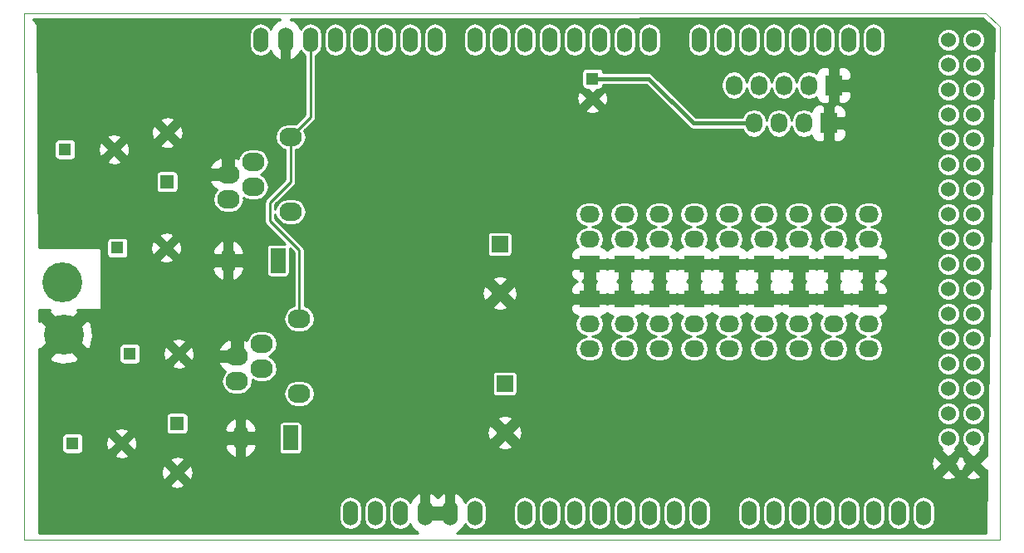
<source format=gbl>
G04 #@! TF.FileFunction,Copper,L2,Bot,Plane*
%FSLAX46Y46*%
G04 Gerber Fmt 4.6, Leading zero omitted, Abs format (unit mm)*
G04 Created by KiCad (PCBNEW (2015-07-04 BZR 5884)-product) date Mon 13 Jul 2015 19:38:23 CEST*
%MOMM*%
G01*
G04 APERTURE LIST*
%ADD10C,0.050000*%
%ADD11C,0.010000*%
%ADD12O,1.524000X2.540000*%
%ADD13C,1.524000*%
%ADD14R,1.300000X1.300000*%
%ADD15C,1.300000*%
%ADD16R,1.400000X1.400000*%
%ADD17C,1.400000*%
%ADD18C,1.700000*%
%ADD19R,1.700000X1.700000*%
%ADD20R,1.501140X2.499360*%
%ADD21O,1.501140X2.499360*%
%ADD22R,2.032000X1.727200*%
%ADD23O,2.032000X1.727200*%
%ADD24R,1.727200X2.032000*%
%ADD25O,1.727200X2.032000*%
%ADD26C,4.064000*%
%ADD27O,2.286000X1.905000*%
%ADD28C,0.391000*%
%ADD29C,0.250000*%
%ADD30C,0.254000*%
G04 APERTURE END LIST*
D10*
D11*
X5080Y5080D02*
X99451160Y5080D01*
X5080Y53721000D02*
X5080Y5080D01*
X98054160Y53721000D02*
X5080Y53721000D01*
X99451160Y52324000D02*
X98054160Y53721000D01*
X99451160Y5080D02*
X99451160Y52324000D01*
D12*
X68778120Y50987960D03*
X71318120Y50987960D03*
X73858120Y50987960D03*
X76398120Y50987960D03*
X78938120Y50987960D03*
X81478120Y50987960D03*
X84018120Y50987960D03*
X86558120Y50987960D03*
X91638120Y2727960D03*
X89098120Y2727960D03*
X86558120Y2727960D03*
X84018120Y2727960D03*
X73858120Y2727960D03*
X68778120Y2727960D03*
X66238120Y2727960D03*
X76398120Y2727960D03*
X78938120Y2727960D03*
X81478120Y2727960D03*
X63698120Y2727960D03*
X61158120Y2727960D03*
X58618120Y2727960D03*
X50998120Y2727960D03*
X53538120Y2727960D03*
X56078120Y2727960D03*
X45918120Y2727960D03*
X43378120Y2727960D03*
X40838120Y2727960D03*
X35758120Y2727960D03*
X33218120Y2727960D03*
X63698120Y50987960D03*
X61158120Y50987960D03*
X58618120Y50987960D03*
X56078120Y50987960D03*
X53538120Y50987960D03*
X50998120Y50987960D03*
X48458120Y50987960D03*
X45918120Y50987960D03*
X41854120Y50987960D03*
X39314120Y50987960D03*
X36774120Y50987960D03*
X34234120Y50987960D03*
X31694120Y50987960D03*
X29154120Y50987960D03*
X26614120Y50987960D03*
X24074120Y50987960D03*
X38298120Y2727960D03*
D13*
X94178120Y48447960D03*
X96718120Y48447960D03*
X94178120Y45907960D03*
X96718120Y45907960D03*
X94178120Y43367960D03*
X96718120Y43367960D03*
X94178120Y40827960D03*
X96718120Y40827960D03*
X94178120Y50987960D03*
X96718120Y50987960D03*
X96718120Y38287960D03*
X94178120Y38287960D03*
X94178120Y35747960D03*
X96718120Y35747960D03*
X94178120Y33207960D03*
X96718120Y33207960D03*
X94178120Y30667960D03*
X96718120Y30667960D03*
X94178120Y28127960D03*
X96718120Y28127960D03*
X94178120Y25587960D03*
X96718120Y25587960D03*
X94178120Y23047960D03*
X96718120Y23047960D03*
X94178120Y20507960D03*
X96718120Y20507960D03*
X94178120Y17967960D03*
X96718120Y17967960D03*
X94178120Y15427960D03*
X96718120Y15427960D03*
X94178120Y12887960D03*
X96718120Y12887960D03*
X94178120Y10347960D03*
X96718120Y10347960D03*
X94178120Y7807960D03*
X96718120Y7807960D03*
D14*
X9469120Y29778960D03*
D15*
X14469120Y29778960D03*
D14*
X4897120Y9839960D03*
D15*
X9897120Y9839960D03*
D14*
X4135120Y39811960D03*
D15*
X9135120Y39811960D03*
D14*
X10739120Y18983960D03*
D15*
X15739120Y18983960D03*
D16*
X14549120Y36509960D03*
D17*
X14549120Y41509960D03*
D16*
X15565120Y11871960D03*
D17*
X15565120Y6871960D03*
D18*
X48458120Y25159960D03*
D19*
X48458120Y30159960D03*
D18*
X48966120Y10935960D03*
D19*
X48966120Y15935960D03*
D14*
X57906920Y47025560D03*
D15*
X57906920Y45025560D03*
D20*
X25852120Y28483560D03*
D21*
X20772120Y28483560D03*
D20*
X27122120Y10411460D03*
D21*
X22042120Y10411460D03*
D22*
X57602120Y28127960D03*
D23*
X57602120Y30667960D03*
X57602120Y33207960D03*
D22*
X61158120Y28127960D03*
D23*
X61158120Y30667960D03*
X61158120Y33207960D03*
D22*
X64714120Y28127960D03*
D23*
X64714120Y30667960D03*
X64714120Y33207960D03*
D22*
X68270120Y28127960D03*
D23*
X68270120Y30667960D03*
X68270120Y33207960D03*
D22*
X71826120Y28127960D03*
D23*
X71826120Y30667960D03*
X71826120Y33207960D03*
D22*
X75382120Y28127960D03*
D23*
X75382120Y30667960D03*
X75382120Y33207960D03*
D22*
X78938120Y28127960D03*
D23*
X78938120Y30667960D03*
X78938120Y33207960D03*
D22*
X82494120Y28127960D03*
D23*
X82494120Y30667960D03*
X82494120Y33207960D03*
D22*
X86050120Y28127960D03*
D23*
X86050120Y30667960D03*
X86050120Y33207960D03*
D22*
X57602120Y24571960D03*
D23*
X57602120Y22031960D03*
X57602120Y19491960D03*
D22*
X61158120Y24571960D03*
D23*
X61158120Y22031960D03*
X61158120Y19491960D03*
D22*
X64714120Y24571960D03*
D23*
X64714120Y22031960D03*
X64714120Y19491960D03*
D22*
X68270120Y24571960D03*
D23*
X68270120Y22031960D03*
X68270120Y19491960D03*
D22*
X71826120Y24571960D03*
D23*
X71826120Y22031960D03*
X71826120Y19491960D03*
D22*
X75382120Y24571960D03*
D23*
X75382120Y22031960D03*
X75382120Y19491960D03*
D22*
X78938120Y24571960D03*
D23*
X78938120Y22031960D03*
X78938120Y19491960D03*
D22*
X82494120Y24571960D03*
D23*
X82494120Y22031960D03*
X82494120Y19491960D03*
D22*
X86050120Y24571960D03*
D23*
X86050120Y22031960D03*
X86050120Y19491960D03*
D24*
X82494120Y46365160D03*
D25*
X79954120Y46365160D03*
X77414120Y46365160D03*
X74874120Y46365160D03*
X72334120Y46365160D03*
D24*
X81986120Y42478960D03*
D25*
X79446120Y42478960D03*
X76906120Y42478960D03*
X74366120Y42478960D03*
D26*
X4008120Y20888960D03*
X3881120Y26222960D03*
D27*
X20772120Y37271960D03*
X20772120Y34731960D03*
X23312120Y36001960D03*
X23312120Y38541960D03*
X27122120Y41081960D03*
X27122120Y33461960D03*
X21661120Y18729960D03*
X21661120Y16189960D03*
X24201120Y17459960D03*
X24201120Y19999960D03*
X28011120Y22539960D03*
X28011120Y14919960D03*
D28*
X57906920Y47025560D02*
X63660020Y47025560D01*
X68206620Y42478960D02*
X74366120Y42478960D01*
X63660020Y47025560D02*
X68206620Y42478960D01*
D29*
X27122120Y41081960D02*
X27122120Y36509960D01*
X28011120Y29524960D02*
X28011120Y22539960D01*
X25026620Y32509460D02*
X28011120Y29524960D01*
X25026620Y34414460D02*
X25026620Y32509460D01*
X27122120Y36509960D02*
X25026620Y34414460D01*
X29154120Y50987960D02*
X29154120Y43113960D01*
X29154120Y43113960D02*
X27122120Y41081960D01*
D30*
G36*
X98876104Y52136593D02*
X98125173Y8528904D01*
X98006338Y8557363D01*
X97256935Y7807960D01*
X98006338Y7058557D01*
X98100240Y7081045D01*
X97990288Y695960D01*
X44085641Y695960D01*
X44320993Y828636D01*
X44781658Y1295366D01*
X44906314Y1601967D01*
X45077370Y1345964D01*
X45463109Y1088221D01*
X45918120Y997714D01*
X46373131Y1088221D01*
X46758870Y1345964D01*
X47016613Y1731703D01*
X47107120Y2186714D01*
X47107120Y3269206D01*
X47016613Y3724217D01*
X46758870Y4109956D01*
X46373131Y4367699D01*
X50543109Y4367699D01*
X50157370Y4109956D01*
X49899627Y3724217D01*
X49809120Y3269206D01*
X49809120Y2186714D01*
X49899627Y1731703D01*
X50157370Y1345964D01*
X50543109Y1088221D01*
X50998120Y997714D01*
X51453131Y1088221D01*
X51838870Y1345964D01*
X52096613Y1731703D01*
X52187120Y2186714D01*
X52187120Y3269206D01*
X52096613Y3724217D01*
X51838870Y4109956D01*
X51453131Y4367699D01*
X53083109Y4367699D01*
X52697370Y4109956D01*
X52439627Y3724217D01*
X52349120Y3269206D01*
X52349120Y2186714D01*
X52439627Y1731703D01*
X52697370Y1345964D01*
X53083109Y1088221D01*
X53538120Y997714D01*
X53993131Y1088221D01*
X54378870Y1345964D01*
X54636613Y1731703D01*
X54727120Y2186714D01*
X54727120Y3269206D01*
X54636613Y3724217D01*
X54378870Y4109956D01*
X53993131Y4367699D01*
X55623109Y4367699D01*
X55237370Y4109956D01*
X54979627Y3724217D01*
X54889120Y3269206D01*
X54889120Y2186714D01*
X54979627Y1731703D01*
X55237370Y1345964D01*
X55623109Y1088221D01*
X56078120Y997714D01*
X56533131Y1088221D01*
X56918870Y1345964D01*
X57176613Y1731703D01*
X57267120Y2186714D01*
X57267120Y3269206D01*
X57176613Y3724217D01*
X56918870Y4109956D01*
X56533131Y4367699D01*
X58163109Y4367699D01*
X56533131Y4367699D01*
X56533131Y4367699D01*
X58163109Y4367699D01*
X57777370Y4109956D01*
X57519627Y3724217D01*
X57429120Y3269206D01*
X57429120Y2186714D01*
X57519627Y1731703D01*
X57777370Y1345964D01*
X58163109Y1088221D01*
X58618120Y997714D01*
X59073131Y1088221D01*
X59458870Y1345964D01*
X59716613Y1731703D01*
X59807120Y2186714D01*
X59807120Y3269206D01*
X59716613Y3724217D01*
X59458870Y4109956D01*
X59073131Y4367699D01*
X60703109Y4367699D01*
X59073131Y4367699D01*
X59073131Y4367699D01*
X60703109Y4367699D01*
X60317370Y4109956D01*
X60059627Y3724217D01*
X59969120Y3269206D01*
X59969120Y2186714D01*
X60059627Y1731703D01*
X60317370Y1345964D01*
X60703109Y1088221D01*
X61158120Y997714D01*
X61613131Y1088221D01*
X61998870Y1345964D01*
X62256613Y1731703D01*
X62347120Y2186714D01*
X62347120Y3269206D01*
X62256613Y3724217D01*
X61998870Y4109956D01*
X61613131Y4367699D01*
X63243109Y4367699D01*
X61613131Y4367699D01*
X61613131Y4367699D01*
X63243109Y4367699D01*
X62857370Y4109956D01*
X62599627Y3724217D01*
X62509120Y3269206D01*
X62509120Y2186714D01*
X62599627Y1731703D01*
X62857370Y1345964D01*
X63243109Y1088221D01*
X63698120Y997714D01*
X64153131Y1088221D01*
X64538870Y1345964D01*
X64796613Y1731703D01*
X64887120Y2186714D01*
X64887120Y3269206D01*
X64796613Y3724217D01*
X64538870Y4109956D01*
X64153131Y4367699D01*
X65783109Y4367699D01*
X64153131Y4367699D01*
X64153131Y4367699D01*
X65783109Y4367699D01*
X65397370Y4109956D01*
X65139627Y3724217D01*
X65049120Y3269206D01*
X65049120Y2186714D01*
X65139627Y1731703D01*
X65397370Y1345964D01*
X65783109Y1088221D01*
X66238120Y997714D01*
X66693131Y1088221D01*
X67078870Y1345964D01*
X67336613Y1731703D01*
X67427120Y2186714D01*
X67427120Y3269206D01*
X67336613Y3724217D01*
X67078870Y4109956D01*
X66693131Y4367699D01*
X68323109Y4367699D01*
X67937370Y4109956D01*
X67679627Y3724217D01*
X67589120Y3269206D01*
X67589120Y2186714D01*
X67679627Y1731703D01*
X67937370Y1345964D01*
X68323109Y1088221D01*
X68778120Y997714D01*
X69233131Y1088221D01*
X69618870Y1345964D01*
X69876613Y1731703D01*
X69967120Y2186714D01*
X69967120Y3269206D01*
X69876613Y3724217D01*
X69618870Y4109956D01*
X69233131Y4367699D01*
X73403109Y4367699D01*
X73017370Y4109956D01*
X72759627Y3724217D01*
X72669120Y3269206D01*
X72669120Y2186714D01*
X72759627Y1731703D01*
X73017370Y1345964D01*
X73403109Y1088221D01*
X73858120Y997714D01*
X74313131Y1088221D01*
X74698870Y1345964D01*
X74956613Y1731703D01*
X75047120Y2186714D01*
X75047120Y3269206D01*
X74956613Y3724217D01*
X74698870Y4109956D01*
X74313131Y4367699D01*
X75943109Y4367699D01*
X74313131Y4367699D01*
X74313131Y4367699D01*
X75943109Y4367699D01*
X75557370Y4109956D01*
X75299627Y3724217D01*
X75209120Y3269206D01*
X75209120Y2186714D01*
X75299627Y1731703D01*
X75557370Y1345964D01*
X75943109Y1088221D01*
X76398120Y997714D01*
X76853131Y1088221D01*
X77238870Y1345964D01*
X77496613Y1731703D01*
X77587120Y2186714D01*
X77587120Y3269206D01*
X77496613Y3724217D01*
X77238870Y4109956D01*
X76853131Y4367699D01*
X78483109Y4367699D01*
X78097370Y4109956D01*
X77839627Y3724217D01*
X77749120Y3269206D01*
X77749120Y2186714D01*
X77839627Y1731703D01*
X78097370Y1345964D01*
X78483109Y1088221D01*
X78938120Y997714D01*
X79393131Y1088221D01*
X79778870Y1345964D01*
X80036613Y1731703D01*
X80127120Y2186714D01*
X80127120Y3269206D01*
X80036613Y3724217D01*
X79778870Y4109956D01*
X79393131Y4367699D01*
X81023109Y4367699D01*
X79393131Y4367699D01*
X79393131Y4367699D01*
X81023109Y4367699D01*
X80637370Y4109956D01*
X80379627Y3724217D01*
X80289120Y3269206D01*
X80289120Y2186714D01*
X80379627Y1731703D01*
X80637370Y1345964D01*
X81023109Y1088221D01*
X81478120Y997714D01*
X81933131Y1088221D01*
X82318870Y1345964D01*
X82576613Y1731703D01*
X82667120Y2186714D01*
X82667120Y3269206D01*
X82576613Y3724217D01*
X82318870Y4109956D01*
X81933131Y4367699D01*
X83563109Y4367699D01*
X83177370Y4109956D01*
X82919627Y3724217D01*
X82829120Y3269206D01*
X82829120Y2186714D01*
X82919627Y1731703D01*
X83177370Y1345964D01*
X83563109Y1088221D01*
X84018120Y997714D01*
X84473131Y1088221D01*
X84858870Y1345964D01*
X85116613Y1731703D01*
X85207120Y2186714D01*
X85207120Y3269206D01*
X85116613Y3724217D01*
X84858870Y4109956D01*
X84473131Y4367699D01*
X86103109Y4367699D01*
X85717370Y4109956D01*
X85459627Y3724217D01*
X85369120Y3269206D01*
X85369120Y2186714D01*
X85459627Y1731703D01*
X85717370Y1345964D01*
X86103109Y1088221D01*
X86558120Y997714D01*
X87013131Y1088221D01*
X87398870Y1345964D01*
X87656613Y1731703D01*
X87747120Y2186714D01*
X87747120Y3269206D01*
X87656613Y3724217D01*
X87398870Y4109956D01*
X87013131Y4367699D01*
X88643109Y4367699D01*
X88257370Y4109956D01*
X87999627Y3724217D01*
X87909120Y3269206D01*
X87909120Y2186714D01*
X87999627Y1731703D01*
X88257370Y1345964D01*
X88643109Y1088221D01*
X89098120Y997714D01*
X89553131Y1088221D01*
X89938870Y1345964D01*
X90196613Y1731703D01*
X90287120Y2186714D01*
X90287120Y3269206D01*
X90196613Y3724217D01*
X89938870Y4109956D01*
X89553131Y4367699D01*
X91183109Y4367699D01*
X90797370Y4109956D01*
X90539627Y3724217D01*
X90449120Y3269206D01*
X90449120Y2186714D01*
X90539627Y1731703D01*
X90797370Y1345964D01*
X91183109Y1088221D01*
X91638120Y997714D01*
X92093131Y1088221D01*
X92478870Y1345964D01*
X92736613Y1731703D01*
X92827120Y2186714D01*
X92827120Y3269206D01*
X92736613Y3724217D01*
X92478870Y4109956D01*
X92093131Y4367699D01*
X91638120Y4458206D01*
X91183109Y4367699D01*
X89553131Y4367699D01*
X89553131Y4367699D01*
X89098120Y4458206D01*
X88643109Y4367699D01*
X87013131Y4367699D01*
X87013131Y4367699D01*
X86558120Y4458206D01*
X86103109Y4367699D01*
X84473131Y4367699D01*
X84473131Y4367699D01*
X84018120Y4458206D01*
X83563109Y4367699D01*
X81933131Y4367699D01*
X81933131Y4367699D01*
X81478120Y4458206D01*
X81023109Y4367699D01*
X79393131Y4367699D01*
X79393131Y4367699D01*
X78938120Y4458206D01*
X78483109Y4367699D01*
X76853131Y4367699D01*
X76853131Y4367699D01*
X76398120Y4458206D01*
X75943109Y4367699D01*
X74313131Y4367699D01*
X74313131Y4367699D01*
X73858120Y4458206D01*
X73403109Y4367699D01*
X69233131Y4367699D01*
X69233131Y4367699D01*
X68778120Y4458206D01*
X68323109Y4367699D01*
X66693131Y4367699D01*
X66693131Y4367699D01*
X66238120Y4458206D01*
X65783109Y4367699D01*
X64153131Y4367699D01*
X64153131Y4367699D01*
X63698120Y4458206D01*
X63243109Y4367699D01*
X61613131Y4367699D01*
X61613131Y4367699D01*
X61158120Y4458206D01*
X60703109Y4367699D01*
X59073131Y4367699D01*
X59073131Y4367699D01*
X58618120Y4458206D01*
X58163109Y4367699D01*
X56533131Y4367699D01*
X56533131Y4367699D01*
X56078120Y4458206D01*
X55623109Y4367699D01*
X53993131Y4367699D01*
X53993131Y4367699D01*
X53538120Y4458206D01*
X53083109Y4367699D01*
X51453131Y4367699D01*
X51453131Y4367699D01*
X50998120Y4458206D01*
X50543109Y4367699D01*
X46373131Y4367699D01*
X46373131Y4367699D01*
X45918120Y4458206D01*
X45463109Y4367699D01*
X45077370Y4109956D01*
X44906314Y3853953D01*
X44781658Y4160554D01*
X44320993Y4627284D01*
X44011837Y4801566D01*
X43759120Y4642522D01*
X43759120Y3290960D01*
X43961120Y3290960D01*
X43961120Y2164960D01*
X43759120Y2164960D01*
X43759120Y2144960D01*
X42997120Y2144960D01*
X42997120Y2164960D01*
X41219120Y2164960D01*
X41219120Y2144960D01*
X40457120Y2144960D01*
X40457120Y2164960D01*
X40255120Y2164960D01*
X40255120Y3290960D01*
X40457120Y3290960D01*
X40457120Y4642522D01*
X40204403Y4801566D01*
X41471837Y4801566D01*
X41219120Y4642522D01*
X41219120Y3290960D01*
X42997120Y3290960D01*
X42997120Y4642522D01*
X42744403Y4801566D01*
X42435247Y4627284D01*
X42108120Y4295850D01*
X41780993Y4627284D01*
X41471837Y4801566D01*
X40204403Y4801566D01*
X40204403Y4801566D01*
X39895247Y4627284D01*
X39434582Y4160554D01*
X39309926Y3853953D01*
X39138870Y4109956D01*
X38753131Y4367699D01*
X38298120Y4458206D01*
X37843109Y4367699D01*
X37457370Y4109956D01*
X37199627Y3724217D01*
X37109120Y3269206D01*
X37109120Y2186714D01*
X37199627Y1731703D01*
X37457370Y1345964D01*
X37843109Y1088221D01*
X38298120Y997714D01*
X38753131Y1088221D01*
X39138870Y1345964D01*
X39309926Y1601967D01*
X39434582Y1295366D01*
X39895247Y828636D01*
X40130599Y695960D01*
X1468120Y695960D01*
X1468120Y4367699D01*
X32763109Y4367699D01*
X32377370Y4109956D01*
X32119627Y3724217D01*
X32029120Y3269206D01*
X32029120Y2186714D01*
X32119627Y1731703D01*
X32377370Y1345964D01*
X32763109Y1088221D01*
X33218120Y997714D01*
X33673131Y1088221D01*
X34058870Y1345964D01*
X34316613Y1731703D01*
X34407120Y2186714D01*
X34407120Y3269206D01*
X34316613Y3724217D01*
X34058870Y4109956D01*
X33673131Y4367699D01*
X35303109Y4367699D01*
X33673131Y4367699D01*
X33673131Y4367699D01*
X35303109Y4367699D01*
X34917370Y4109956D01*
X34659627Y3724217D01*
X34569120Y3269206D01*
X34569120Y2186714D01*
X34659627Y1731703D01*
X34917370Y1345964D01*
X35303109Y1088221D01*
X35758120Y997714D01*
X36213131Y1088221D01*
X36598870Y1345964D01*
X36856613Y1731703D01*
X36947120Y2186714D01*
X36947120Y3269206D01*
X36856613Y3724217D01*
X36598870Y4109956D01*
X36213131Y4367699D01*
X35758120Y4458206D01*
X35303109Y4367699D01*
X33673131Y4367699D01*
X33673131Y4367699D01*
X33218120Y4458206D01*
X32763109Y4367699D01*
X1468120Y4367699D01*
X1468120Y5646161D01*
X14834296Y5646161D01*
X14895163Y5354389D01*
X15526910Y5213525D01*
X16164474Y5325143D01*
X16235077Y5354389D01*
X16295944Y5646161D01*
X15856098Y6086007D01*
X94156541Y6086007D01*
X94817147Y6208825D01*
X94857019Y6225340D01*
X94927523Y6519742D01*
X95968717Y6519742D01*
X96039221Y6225340D01*
X96696541Y6086007D01*
X97357147Y6208825D01*
X97397019Y6225340D01*
X97467523Y6519742D01*
X96718120Y7269145D01*
X95968717Y6519742D01*
X94927523Y6519742D01*
X94927523Y6519742D01*
X94278332Y7168933D01*
X95118985Y7168933D01*
X95135500Y7129061D01*
X95429902Y7058557D01*
X95448120Y7076775D01*
X95466338Y7058557D01*
X95760740Y7129061D01*
X95830767Y7459422D01*
X96179305Y7807960D01*
X95831375Y8155890D01*
X95777255Y8446987D01*
X95760740Y8486859D01*
X95466338Y8557363D01*
X95448120Y8539145D01*
X95429902Y8557363D01*
X94388708Y8557363D01*
X94927523Y9096178D01*
X94865705Y9354311D01*
X95185517Y9673566D01*
X95366913Y10110416D01*
X95367326Y10583429D01*
X95186693Y11020595D01*
X94852514Y11355357D01*
X94849682Y11356533D01*
X96045485Y11356533D01*
X95710723Y11022354D01*
X95529327Y10585504D01*
X95528914Y10112491D01*
X95709547Y9675325D01*
X96030432Y9353880D01*
X95968717Y9096178D01*
X96718120Y8346775D01*
X97467523Y9096178D01*
X97405705Y9354311D01*
X97725517Y9673566D01*
X97906913Y10110416D01*
X97907326Y10583429D01*
X97726693Y11020595D01*
X97392514Y11355357D01*
X96955664Y11536753D01*
X96482651Y11537166D01*
X96045485Y11356533D01*
X94849682Y11356533D01*
X94415664Y11536753D01*
X93942651Y11537166D01*
X93505485Y11356533D01*
X93170723Y11022354D01*
X92989327Y10585504D01*
X92988914Y10112491D01*
X93169547Y9675325D01*
X93490432Y9353880D01*
X93428717Y9096178D01*
X94178120Y8346775D01*
X94388708Y8557363D01*
X95429902Y8557363D01*
X94388708Y8557363D01*
X94388708Y8557363D01*
X95429902Y8557363D01*
X95135500Y8486859D01*
X95065473Y8156498D01*
X93290767Y8156498D01*
X92889902Y8557363D01*
X92595500Y8486859D01*
X92456167Y7829539D01*
X92578985Y7168933D01*
X92595500Y7129061D01*
X92889902Y7058557D01*
X93639305Y7807960D01*
X93290767Y8156498D01*
X95065473Y8156498D01*
X93290767Y8156498D01*
X93290767Y8156498D01*
X95065473Y8156498D01*
X94716935Y7807960D01*
X95064865Y7460030D01*
X95118985Y7168933D01*
X94278332Y7168933D01*
X94178120Y7269145D01*
X93428717Y6519742D01*
X17153538Y6519742D01*
X17223555Y6833750D01*
X17111937Y7471314D01*
X17082691Y7541917D01*
X16790919Y7602784D01*
X16060095Y6871960D01*
X16790919Y6141136D01*
X17082691Y6202003D01*
X17153538Y6519742D01*
X93428717Y6519742D01*
X17153538Y6519742D01*
X17153538Y6519742D01*
X93428717Y6519742D01*
X93499221Y6225340D01*
X94156541Y6086007D01*
X15856098Y6086007D01*
X15565120Y6376985D01*
X14834296Y5646161D01*
X1468120Y5646161D01*
X1468120Y7541917D01*
X14047549Y7541917D01*
X13906685Y6910170D01*
X14018303Y6272606D01*
X14047549Y6202003D01*
X14339321Y6141136D01*
X15070145Y6871960D01*
X14339321Y7602784D01*
X14047549Y7541917D01*
X1468120Y7541917D01*
X1468120Y8097759D01*
X14834296Y8097759D01*
X15565120Y7366935D01*
X16295944Y8097759D01*
X16235077Y8389531D01*
X15603330Y8530395D01*
X14965766Y8418777D01*
X10567809Y8418777D01*
X10612866Y8664595D01*
X10290496Y8986965D01*
X20654306Y8986965D01*
X21114077Y8526312D01*
X21415677Y8356134D01*
X21666835Y8516085D01*
X21666835Y9848460D01*
X22417405Y9848460D01*
X22417405Y8516085D01*
X22668563Y8356134D01*
X22970163Y8526312D01*
X23429934Y8986965D01*
X23502148Y9161780D01*
X25936185Y9161780D01*
X25967774Y8998966D01*
X26061774Y8855868D01*
X26203682Y8760080D01*
X26371550Y8726415D01*
X27872690Y8726415D01*
X28035504Y8758004D01*
X28178602Y8852004D01*
X28274390Y8993912D01*
X28308055Y9161780D01*
X28308055Y9559342D01*
X48190543Y9559342D01*
X48274709Y9261262D01*
X48968219Y9124149D01*
X49657531Y9261262D01*
X49741697Y9559342D01*
X48966120Y10334919D01*
X48190543Y9559342D01*
X28308055Y9559342D01*
X28308055Y11627371D01*
X47291422Y11627371D01*
X47154309Y10933861D01*
X47291422Y10244549D01*
X47589502Y10160383D01*
X48365079Y10935960D01*
X49567161Y10935960D01*
X50342738Y10160383D01*
X50640818Y10244549D01*
X50777931Y10938059D01*
X50640818Y11627371D01*
X50342738Y11711537D01*
X49567161Y10935960D01*
X48365079Y10935960D01*
X48365079Y10935960D01*
X47589502Y11711537D01*
X47291422Y11627371D01*
X28308055Y11627371D01*
X28308055Y11661140D01*
X28276466Y11823954D01*
X28182466Y11967052D01*
X28040558Y12062840D01*
X27872690Y12096505D01*
X26371550Y12096505D01*
X23169883Y12096505D01*
X22970163Y12296608D01*
X22668563Y12466786D01*
X22417405Y12306835D01*
X22417405Y10974460D01*
X23477189Y10974460D01*
X23678423Y11234421D01*
X23429934Y11835955D01*
X23169883Y12096505D01*
X26371550Y12096505D01*
X23169883Y12096505D01*
X23169883Y12096505D01*
X26371550Y12096505D01*
X26208736Y12064916D01*
X26065638Y11970916D01*
X25969850Y11829008D01*
X25936185Y11661140D01*
X25936185Y9161780D01*
X23502148Y9161780D01*
X23678423Y9588499D01*
X23477189Y9848460D01*
X22417405Y9848460D01*
X21666835Y9848460D01*
X21666835Y9848460D01*
X20607051Y9848460D01*
X11494229Y9848460D01*
X11401599Y10407297D01*
X11362115Y10502619D01*
X11072485Y10555706D01*
X10356739Y9839960D01*
X11072485Y9124214D01*
X11362115Y9177301D01*
X11504188Y9788372D01*
X11494229Y9848460D01*
X20607051Y9848460D01*
X11494229Y9848460D01*
X11494229Y9848460D01*
X20607051Y9848460D01*
X20405817Y9588499D01*
X20654306Y8986965D01*
X10290496Y8986965D01*
X9897120Y9380341D01*
X9181374Y8664595D01*
X9234461Y8374965D01*
X9845532Y8232892D01*
X10464457Y8335481D01*
X10559779Y8374965D01*
X10567809Y8418777D01*
X14965766Y8418777D01*
X10567809Y8418777D01*
X10567809Y8418777D01*
X14965766Y8418777D01*
X14895163Y8389531D01*
X14834296Y8097759D01*
X1468120Y8097759D01*
X1468120Y10925325D01*
X4247120Y10925325D01*
X4084306Y10893736D01*
X3941208Y10799736D01*
X3845420Y10657828D01*
X3811755Y10489960D01*
X3811755Y9189960D01*
X3843344Y9027146D01*
X3937344Y8884048D01*
X4079252Y8788260D01*
X4247120Y8754595D01*
X5547120Y8754595D01*
X5709934Y8786184D01*
X5853032Y8880184D01*
X5948820Y9022092D01*
X5982485Y9189960D01*
X5982485Y10489960D01*
X5980029Y10502619D01*
X8432125Y10502619D01*
X8290052Y9891548D01*
X8392641Y9272623D01*
X8432125Y9177301D01*
X8721755Y9124214D01*
X9437501Y9839960D01*
X8721755Y10555706D01*
X8432125Y10502619D01*
X5980029Y10502619D01*
X5950896Y10652774D01*
X5856896Y10795872D01*
X5714988Y10891660D01*
X5547120Y10925325D01*
X4247120Y10925325D01*
X1468120Y10925325D01*
X1468120Y11344439D01*
X9329783Y11344439D01*
X9234461Y11304955D01*
X9181374Y11015325D01*
X9897120Y10299579D01*
X10612866Y11015325D01*
X10559779Y11304955D01*
X9948708Y11447028D01*
X9329783Y11344439D01*
X1468120Y11344439D01*
X1468120Y13007325D01*
X14865120Y13007325D01*
X14702306Y12975736D01*
X14559208Y12881736D01*
X14463420Y12739828D01*
X14429755Y12571960D01*
X14429755Y11171960D01*
X14461344Y11009146D01*
X14555344Y10866048D01*
X14697252Y10770260D01*
X14865120Y10736595D01*
X16265120Y10736595D01*
X16427934Y10768184D01*
X16571032Y10862184D01*
X16666820Y11004092D01*
X16700485Y11171960D01*
X16700485Y12296608D01*
X21114077Y12296608D01*
X20654306Y11835955D01*
X20405817Y11234421D01*
X20607051Y10974460D01*
X21666835Y10974460D01*
X21666835Y12306835D01*
X21415677Y12466786D01*
X21114077Y12296608D01*
X16700485Y12296608D01*
X16700485Y12571960D01*
X16692977Y12610658D01*
X48274709Y12610658D01*
X48190543Y12312578D01*
X48966120Y11537001D01*
X49741697Y12312578D01*
X49657531Y12610658D01*
X48964021Y12747771D01*
X48274709Y12610658D01*
X16692977Y12610658D01*
X16668896Y12734774D01*
X16574896Y12877872D01*
X16432988Y12973660D01*
X16265120Y13007325D01*
X14865120Y13007325D01*
X1468120Y13007325D01*
X1468120Y13125504D01*
X92989327Y13125504D01*
X92988914Y12652491D01*
X93169547Y12215325D01*
X93503726Y11880563D01*
X93940576Y11699167D01*
X94413589Y11698754D01*
X94850755Y11879387D01*
X95185517Y12213566D01*
X95366913Y12650416D01*
X95367326Y13123429D01*
X95186693Y13560595D01*
X94852514Y13895357D01*
X94849682Y13896533D01*
X96045485Y13896533D01*
X94849682Y13896533D01*
X94849682Y13896533D01*
X96045485Y13896533D01*
X95710723Y13562354D01*
X95529327Y13125504D01*
X95528914Y12652491D01*
X95709547Y12215325D01*
X96043726Y11880563D01*
X96480576Y11699167D01*
X96953589Y11698754D01*
X97390755Y11879387D01*
X97725517Y12213566D01*
X97906913Y12650416D01*
X97907326Y13123429D01*
X97726693Y13560595D01*
X97392514Y13895357D01*
X96955664Y14076753D01*
X96482651Y14077166D01*
X96045485Y13896533D01*
X94849682Y13896533D01*
X94415664Y14076753D01*
X93942651Y14077166D01*
X93505485Y13896533D01*
X29136035Y13896533D01*
X29207832Y13944506D01*
X29506870Y14392048D01*
X29512541Y14420563D01*
X93503726Y14420563D01*
X93940576Y14239167D01*
X94413589Y14238754D01*
X94850755Y14419387D01*
X95185517Y14753566D01*
X95366913Y15190416D01*
X95367326Y15663429D01*
X95186693Y16100595D01*
X94852514Y16435357D01*
X94849682Y16436533D01*
X96045485Y16436533D01*
X94849682Y16436533D01*
X94849682Y16436533D01*
X96045485Y16436533D01*
X95710723Y16102354D01*
X95529327Y15665504D01*
X95528914Y15192491D01*
X95709547Y14755325D01*
X96043726Y14420563D01*
X96480576Y14239167D01*
X96953589Y14238754D01*
X97390755Y14419387D01*
X97725517Y14753566D01*
X97906913Y15190416D01*
X97907326Y15663429D01*
X97726693Y16100595D01*
X97392514Y16435357D01*
X96955664Y16616753D01*
X96482651Y16617166D01*
X96045485Y16436533D01*
X94849682Y16436533D01*
X94415664Y16616753D01*
X93942651Y16617166D01*
X93505485Y16436533D01*
X50251485Y16436533D01*
X50251485Y16785960D01*
X50219896Y16948774D01*
X50125896Y17091872D01*
X49983988Y17187660D01*
X49816120Y17221325D01*
X48116120Y17221325D01*
X47953306Y17189736D01*
X47810208Y17095736D01*
X47714420Y16953828D01*
X47680755Y16785960D01*
X47680755Y15085960D01*
X47712344Y14923146D01*
X47806344Y14780048D01*
X47948252Y14684260D01*
X48116120Y14650595D01*
X49816120Y14650595D01*
X49978934Y14682184D01*
X50122032Y14776184D01*
X50217820Y14918092D01*
X50251485Y15085960D01*
X50251485Y16436533D01*
X93505485Y16436533D01*
X50251485Y16436533D01*
X50251485Y16436533D01*
X93505485Y16436533D01*
X93170723Y16102354D01*
X92989327Y15665504D01*
X92988914Y15192491D01*
X93169547Y14755325D01*
X93503726Y14420563D01*
X29512541Y14420563D01*
X29611878Y14919960D01*
X29506870Y15447872D01*
X29207832Y15895414D01*
X28760290Y16194452D01*
X28232378Y16299460D01*
X27789862Y16299460D01*
X27261950Y16194452D01*
X26814408Y15895414D01*
X26515370Y15447872D01*
X26410362Y14919960D01*
X26515370Y14392048D01*
X26814408Y13944506D01*
X27261950Y13645468D01*
X27789862Y13540460D01*
X28232378Y13540460D01*
X28760290Y13645468D01*
X29136035Y13896533D01*
X93505485Y13896533D01*
X29136035Y13896533D01*
X29136035Y13896533D01*
X93505485Y13896533D01*
X93170723Y13562354D01*
X92989327Y13125504D01*
X1468120Y13125504D01*
X1468120Y17370331D01*
X20200560Y17370331D01*
X20496491Y17186851D01*
X20464408Y17165414D01*
X20165370Y16717872D01*
X20060362Y16189960D01*
X20165370Y15662048D01*
X20464408Y15214506D01*
X20911950Y14915468D01*
X21439862Y14810460D01*
X21882378Y14810460D01*
X22410290Y14915468D01*
X22857832Y15214506D01*
X23156870Y15662048D01*
X23261878Y16189960D01*
X23233774Y16331249D01*
X23451950Y16185468D01*
X23979862Y16080460D01*
X24422378Y16080460D01*
X24950290Y16185468D01*
X25397832Y16484506D01*
X25696870Y16932048D01*
X25801878Y17459960D01*
X25747669Y17732491D01*
X92988914Y17732491D01*
X93169547Y17295325D01*
X93503726Y16960563D01*
X93940576Y16779167D01*
X94413589Y16778754D01*
X94850755Y16959387D01*
X95185517Y17293566D01*
X95366913Y17730416D01*
X95367326Y18203429D01*
X95186693Y18640595D01*
X94852514Y18975357D01*
X94849682Y18976533D01*
X96045485Y18976533D01*
X95710723Y18642354D01*
X95529327Y18205504D01*
X95528914Y17732491D01*
X95709547Y17295325D01*
X96043726Y16960563D01*
X96480576Y16779167D01*
X96953589Y16778754D01*
X97390755Y16959387D01*
X97725517Y17293566D01*
X97906913Y17730416D01*
X97907326Y18203429D01*
X97726693Y18640595D01*
X97392514Y18975357D01*
X96955664Y19156753D01*
X96482651Y19157166D01*
X96045485Y18976533D01*
X94849682Y18976533D01*
X94415664Y19156753D01*
X93942651Y19157166D01*
X93505485Y18976533D01*
X87408759Y18976533D01*
X87423149Y18998069D01*
X87521390Y19491960D01*
X87423149Y19985851D01*
X87143382Y20404552D01*
X86724681Y20684319D01*
X86334353Y20761960D01*
X86724681Y20839601D01*
X87143382Y21119368D01*
X87408759Y21516533D01*
X93505485Y21516533D01*
X93170723Y21182354D01*
X92989327Y20745504D01*
X92988914Y20272491D01*
X93169547Y19835325D01*
X93503726Y19500563D01*
X93940576Y19319167D01*
X94413589Y19318754D01*
X94850755Y19499387D01*
X95185517Y19833566D01*
X95366913Y20270416D01*
X95367326Y20743429D01*
X95186693Y21180595D01*
X94852514Y21515357D01*
X94849682Y21516533D01*
X96045485Y21516533D01*
X94849682Y21516533D01*
X94849682Y21516533D01*
X96045485Y21516533D01*
X95710723Y21182354D01*
X95529327Y20745504D01*
X95528914Y20272491D01*
X95709547Y19835325D01*
X96043726Y19500563D01*
X96480576Y19319167D01*
X96953589Y19318754D01*
X97390755Y19499387D01*
X97725517Y19833566D01*
X97906913Y20270416D01*
X97907326Y20743429D01*
X97726693Y21180595D01*
X97392514Y21515357D01*
X96955664Y21696753D01*
X96482651Y21697166D01*
X96045485Y21516533D01*
X94849682Y21516533D01*
X94415664Y21696753D01*
X93942651Y21697166D01*
X93505485Y21516533D01*
X87408759Y21516533D01*
X87423149Y21538069D01*
X87521390Y22031960D01*
X87423149Y22525851D01*
X87252009Y22781980D01*
X87591224Y22922487D01*
X87851993Y23183257D01*
X87993120Y23523968D01*
X87993120Y23908410D01*
X87844997Y24056533D01*
X93505485Y24056533D01*
X93170723Y23722354D01*
X92989327Y23285504D01*
X92988914Y22812491D01*
X93169547Y22375325D01*
X93503726Y22040563D01*
X93940576Y21859167D01*
X94413589Y21858754D01*
X94850755Y22039387D01*
X95185517Y22373566D01*
X95366913Y22810416D01*
X95367326Y23283429D01*
X95186693Y23720595D01*
X94852514Y24055357D01*
X94849682Y24056533D01*
X96045485Y24056533D01*
X94849682Y24056533D01*
X94849682Y24056533D01*
X96045485Y24056533D01*
X95710723Y23722354D01*
X95529327Y23285504D01*
X95528914Y22812491D01*
X95709547Y22375325D01*
X96043726Y22040563D01*
X96480576Y21859167D01*
X96953589Y21858754D01*
X97390755Y22039387D01*
X97725517Y22373566D01*
X97906913Y22810416D01*
X97907326Y23283429D01*
X97726693Y23720595D01*
X97392514Y24055357D01*
X96955664Y24236753D01*
X96482651Y24237166D01*
X96045485Y24056533D01*
X94849682Y24056533D01*
X94415664Y24236753D01*
X93942651Y24237166D01*
X93505485Y24056533D01*
X87844997Y24056533D01*
X87761370Y24140160D01*
X86558120Y24140160D01*
X86558120Y23988960D01*
X85542120Y23988960D01*
X85542120Y24140160D01*
X84338870Y24140160D01*
X84272120Y24073410D01*
X84205370Y24140160D01*
X83002120Y24140160D01*
X83002120Y23988960D01*
X81986120Y23988960D01*
X81986120Y24140160D01*
X80782870Y24140160D01*
X80716120Y24073410D01*
X80649370Y24140160D01*
X79446120Y24140160D01*
X79446120Y23988960D01*
X78430120Y23988960D01*
X78430120Y24140160D01*
X77226870Y24140160D01*
X77160120Y24073410D01*
X77093370Y24140160D01*
X75890120Y24140160D01*
X75890120Y23988960D01*
X74874120Y23988960D01*
X74874120Y24140160D01*
X73670870Y24140160D01*
X73604120Y24073410D01*
X73537370Y24140160D01*
X72334120Y24140160D01*
X72334120Y23988960D01*
X71318120Y23988960D01*
X71318120Y24140160D01*
X70114870Y24140160D01*
X70048120Y24073410D01*
X69981370Y24140160D01*
X68778120Y24140160D01*
X68778120Y23988960D01*
X67762120Y23988960D01*
X67762120Y24140160D01*
X66558870Y24140160D01*
X66492120Y24073410D01*
X66425370Y24140160D01*
X65222120Y24140160D01*
X65222120Y23988960D01*
X64206120Y23988960D01*
X64206120Y24140160D01*
X63002870Y24140160D01*
X62936120Y24073410D01*
X62869370Y24140160D01*
X61666120Y24140160D01*
X61666120Y23988960D01*
X60650120Y23988960D01*
X60650120Y24140160D01*
X59446870Y24140160D01*
X59380120Y24073410D01*
X59313370Y24140160D01*
X58110120Y24140160D01*
X58110120Y23988960D01*
X57094120Y23988960D01*
X57094120Y24140160D01*
X55890870Y24140160D01*
X55659120Y23908410D01*
X55659120Y23523968D01*
X55800247Y23183257D01*
X56061016Y22922487D01*
X56400231Y22781980D01*
X56229091Y22525851D01*
X56130850Y22031960D01*
X56229091Y21538069D01*
X56508858Y21119368D01*
X56927559Y20839601D01*
X57317887Y20761960D01*
X56927559Y20684319D01*
X56508858Y20404552D01*
X56229091Y19985851D01*
X56130850Y19491960D01*
X56229091Y18998069D01*
X56508858Y18579368D01*
X56927559Y18299601D01*
X57421450Y18201360D01*
X57782790Y18201360D01*
X58276681Y18299601D01*
X58695382Y18579368D01*
X58975149Y18998069D01*
X59073390Y19491960D01*
X58975149Y19985851D01*
X58695382Y20404552D01*
X58276681Y20684319D01*
X57886353Y20761960D01*
X58276681Y20839601D01*
X58695382Y21119368D01*
X58975149Y21538069D01*
X59073390Y22031960D01*
X58975149Y22525851D01*
X58804009Y22781980D01*
X59143224Y22922487D01*
X59380120Y23159384D01*
X59617016Y22922487D01*
X59956231Y22781980D01*
X59785091Y22525851D01*
X59686850Y22031960D01*
X59785091Y21538069D01*
X60064858Y21119368D01*
X60483559Y20839601D01*
X60873887Y20761960D01*
X60483559Y20684319D01*
X60064858Y20404552D01*
X59785091Y19985851D01*
X59686850Y19491960D01*
X59785091Y18998069D01*
X60064858Y18579368D01*
X60483559Y18299601D01*
X60977450Y18201360D01*
X61338790Y18201360D01*
X61832681Y18299601D01*
X62251382Y18579368D01*
X62531149Y18998069D01*
X62629390Y19491960D01*
X62531149Y19985851D01*
X62251382Y20404552D01*
X61832681Y20684319D01*
X61442353Y20761960D01*
X61832681Y20839601D01*
X62251382Y21119368D01*
X62531149Y21538069D01*
X62629390Y22031960D01*
X62531149Y22525851D01*
X62360009Y22781980D01*
X62699224Y22922487D01*
X62936120Y23159384D01*
X63173016Y22922487D01*
X63512231Y22781980D01*
X63341091Y22525851D01*
X63242850Y22031960D01*
X63341091Y21538069D01*
X63620858Y21119368D01*
X64039559Y20839601D01*
X64429887Y20761960D01*
X64039559Y20684319D01*
X63620858Y20404552D01*
X63341091Y19985851D01*
X63242850Y19491960D01*
X63341091Y18998069D01*
X63620858Y18579368D01*
X64039559Y18299601D01*
X64533450Y18201360D01*
X64894790Y18201360D01*
X65388681Y18299601D01*
X65807382Y18579368D01*
X66087149Y18998069D01*
X66185390Y19491960D01*
X66087149Y19985851D01*
X65807382Y20404552D01*
X65388681Y20684319D01*
X64998353Y20761960D01*
X65388681Y20839601D01*
X65807382Y21119368D01*
X66087149Y21538069D01*
X66185390Y22031960D01*
X66087149Y22525851D01*
X65916009Y22781980D01*
X66255224Y22922487D01*
X66492120Y23159384D01*
X66729016Y22922487D01*
X67068231Y22781980D01*
X66897091Y22525851D01*
X66798850Y22031960D01*
X66897091Y21538069D01*
X67176858Y21119368D01*
X67595559Y20839601D01*
X67985887Y20761960D01*
X67595559Y20684319D01*
X67176858Y20404552D01*
X66897091Y19985851D01*
X66798850Y19491960D01*
X66897091Y18998069D01*
X67176858Y18579368D01*
X67595559Y18299601D01*
X68089450Y18201360D01*
X68450790Y18201360D01*
X68944681Y18299601D01*
X69363382Y18579368D01*
X69643149Y18998069D01*
X69741390Y19491960D01*
X69643149Y19985851D01*
X69363382Y20404552D01*
X68944681Y20684319D01*
X68554353Y20761960D01*
X68944681Y20839601D01*
X69363382Y21119368D01*
X69643149Y21538069D01*
X69741390Y22031960D01*
X69643149Y22525851D01*
X69472009Y22781980D01*
X69811224Y22922487D01*
X70048120Y23159384D01*
X70285016Y22922487D01*
X70624231Y22781980D01*
X70453091Y22525851D01*
X70354850Y22031960D01*
X70453091Y21538069D01*
X70732858Y21119368D01*
X71151559Y20839601D01*
X71541887Y20761960D01*
X71151559Y20684319D01*
X70732858Y20404552D01*
X70453091Y19985851D01*
X70354850Y19491960D01*
X70453091Y18998069D01*
X70732858Y18579368D01*
X71151559Y18299601D01*
X71645450Y18201360D01*
X72006790Y18201360D01*
X72500681Y18299601D01*
X72919382Y18579368D01*
X73199149Y18998069D01*
X73297390Y19491960D01*
X73199149Y19985851D01*
X72919382Y20404552D01*
X72500681Y20684319D01*
X72110353Y20761960D01*
X72500681Y20839601D01*
X72919382Y21119368D01*
X73199149Y21538069D01*
X73297390Y22031960D01*
X73199149Y22525851D01*
X73028009Y22781980D01*
X73367224Y22922487D01*
X73604120Y23159384D01*
X73841016Y22922487D01*
X74180231Y22781980D01*
X74009091Y22525851D01*
X73910850Y22031960D01*
X74009091Y21538069D01*
X74288858Y21119368D01*
X74707559Y20839601D01*
X75097887Y20761960D01*
X74707559Y20684319D01*
X74288858Y20404552D01*
X74009091Y19985851D01*
X73910850Y19491960D01*
X74009091Y18998069D01*
X74288858Y18579368D01*
X74707559Y18299601D01*
X75201450Y18201360D01*
X75562790Y18201360D01*
X76056681Y18299601D01*
X76475382Y18579368D01*
X76755149Y18998069D01*
X76853390Y19491960D01*
X76755149Y19985851D01*
X76475382Y20404552D01*
X76056681Y20684319D01*
X75666353Y20761960D01*
X76056681Y20839601D01*
X76475382Y21119368D01*
X76755149Y21538069D01*
X76853390Y22031960D01*
X76755149Y22525851D01*
X76584009Y22781980D01*
X76923224Y22922487D01*
X77160120Y23159384D01*
X77397016Y22922487D01*
X77736231Y22781980D01*
X77565091Y22525851D01*
X77466850Y22031960D01*
X77565091Y21538069D01*
X77844858Y21119368D01*
X78263559Y20839601D01*
X78653887Y20761960D01*
X78263559Y20684319D01*
X77844858Y20404552D01*
X77565091Y19985851D01*
X77466850Y19491960D01*
X77565091Y18998069D01*
X77844858Y18579368D01*
X78263559Y18299601D01*
X78757450Y18201360D01*
X79118790Y18201360D01*
X79612681Y18299601D01*
X80031382Y18579368D01*
X80311149Y18998069D01*
X80409390Y19491960D01*
X80311149Y19985851D01*
X80031382Y20404552D01*
X79612681Y20684319D01*
X79222353Y20761960D01*
X79612681Y20839601D01*
X80031382Y21119368D01*
X80311149Y21538069D01*
X80409390Y22031960D01*
X80311149Y22525851D01*
X80140009Y22781980D01*
X80479224Y22922487D01*
X80716120Y23159384D01*
X80953016Y22922487D01*
X81292231Y22781980D01*
X81121091Y22525851D01*
X81022850Y22031960D01*
X81121091Y21538069D01*
X81400858Y21119368D01*
X81819559Y20839601D01*
X82209887Y20761960D01*
X81819559Y20684319D01*
X81400858Y20404552D01*
X81121091Y19985851D01*
X81022850Y19491960D01*
X81121091Y18998069D01*
X81400858Y18579368D01*
X81819559Y18299601D01*
X82313450Y18201360D01*
X82674790Y18201360D01*
X83168681Y18299601D01*
X83587382Y18579368D01*
X83867149Y18998069D01*
X83965390Y19491960D01*
X83867149Y19985851D01*
X83587382Y20404552D01*
X83168681Y20684319D01*
X82778353Y20761960D01*
X83168681Y20839601D01*
X83587382Y21119368D01*
X83867149Y21538069D01*
X83965390Y22031960D01*
X83867149Y22525851D01*
X83696009Y22781980D01*
X84035224Y22922487D01*
X84272120Y23159384D01*
X84509016Y22922487D01*
X84848231Y22781980D01*
X84677091Y22525851D01*
X84578850Y22031960D01*
X84677091Y21538069D01*
X84956858Y21119368D01*
X85375559Y20839601D01*
X85765887Y20761960D01*
X85375559Y20684319D01*
X84956858Y20404552D01*
X84677091Y19985851D01*
X84578850Y19491960D01*
X84677091Y18998069D01*
X84956858Y18579368D01*
X85375559Y18299601D01*
X85869450Y18201360D01*
X86230790Y18201360D01*
X86724681Y18299601D01*
X87143382Y18579368D01*
X87408759Y18976533D01*
X93505485Y18976533D01*
X87408759Y18976533D01*
X87408759Y18976533D01*
X93505485Y18976533D01*
X93170723Y18642354D01*
X92989327Y18205504D01*
X92988914Y17732491D01*
X25747669Y17732491D01*
X25696870Y17987872D01*
X25397832Y18435414D01*
X24957013Y18729960D01*
X25397832Y19024506D01*
X25696870Y19472048D01*
X25801878Y19999960D01*
X25696870Y20527872D01*
X25397832Y20975414D01*
X24950290Y21274452D01*
X24422378Y21379460D01*
X23979862Y21379460D01*
X6926673Y21379460D01*
X6847530Y21908696D01*
X6736948Y22175664D01*
X6335014Y22419652D01*
X4804322Y20888960D01*
X6335014Y19358268D01*
X6736948Y19602256D01*
X6853357Y20069325D01*
X10089120Y20069325D01*
X9926306Y20037736D01*
X9783208Y19943736D01*
X9687420Y19801828D01*
X9653755Y19633960D01*
X9653755Y18333960D01*
X9685344Y18171146D01*
X9779344Y18028048D01*
X9921252Y17932260D01*
X10089120Y17898595D01*
X11389120Y17898595D01*
X11551934Y17930184D01*
X11695032Y18024184D01*
X11790820Y18166092D01*
X11824485Y18333960D01*
X11824485Y19633960D01*
X11822029Y19646619D01*
X14274125Y19646619D01*
X14132052Y19035548D01*
X14234641Y18416623D01*
X14274125Y18321301D01*
X14563755Y18268214D01*
X15279501Y18983960D01*
X16198739Y18983960D01*
X16914485Y18268214D01*
X17204115Y18321301D01*
X17346188Y18932372D01*
X17243599Y19551297D01*
X17204115Y19646619D01*
X16914485Y19699706D01*
X16198739Y18983960D01*
X15279501Y18983960D01*
X15279501Y18983960D01*
X14563755Y19699706D01*
X14274125Y19646619D01*
X11822029Y19646619D01*
X11792896Y19796774D01*
X11698896Y19939872D01*
X11556988Y20035660D01*
X11389120Y20069325D01*
X10089120Y20069325D01*
X6853357Y20069325D01*
X7021629Y20744478D01*
X6926673Y21379460D01*
X23979862Y21379460D01*
X6926673Y21379460D01*
X6926673Y21379460D01*
X23979862Y21379460D01*
X23451950Y21274452D01*
X23004408Y20975414D01*
X22705370Y20527872D01*
X16062349Y20527872D01*
X15790708Y20591028D01*
X15171783Y20488439D01*
X15076461Y20448955D01*
X15023374Y20159325D01*
X15739120Y19443579D01*
X16454866Y20159325D01*
X16401779Y20448955D01*
X16062349Y20527872D01*
X22705370Y20527872D01*
X16062349Y20527872D01*
X16062349Y20527872D01*
X22705370Y20527872D01*
X22673467Y20367484D01*
X22504695Y20472124D01*
X20817545Y20472124D01*
X20817545Y20472124D01*
X20200560Y20089589D01*
X19776930Y19500062D01*
X19749346Y19484769D01*
X19893196Y19206210D01*
X21098120Y19206210D01*
X21098120Y20321089D01*
X20817545Y20472124D01*
X22504695Y20472124D01*
X20817545Y20472124D01*
X20817545Y20472124D01*
X22504695Y20472124D01*
X22224120Y20321089D01*
X22224120Y19206210D01*
X22244120Y19206210D01*
X22244120Y18253710D01*
X22224120Y18253710D01*
X22224120Y18146960D01*
X21098120Y18146960D01*
X21098120Y18253710D01*
X19893196Y18253710D01*
X16009751Y18253710D01*
X15739120Y18524341D01*
X15023374Y17808595D01*
X15076461Y17518965D01*
X15687532Y17376892D01*
X16306457Y17479481D01*
X16401779Y17518965D01*
X16454866Y17808595D01*
X16009751Y18253710D01*
X19893196Y18253710D01*
X16009751Y18253710D01*
X16009751Y18253710D01*
X19893196Y18253710D01*
X19749346Y17975151D01*
X19776930Y17959858D01*
X20200560Y17370331D01*
X1468120Y17370331D01*
X1468120Y18562066D01*
X2477428Y18562066D01*
X2721416Y18160132D01*
X3863638Y17875451D01*
X5027856Y18049550D01*
X5294824Y18160132D01*
X5538812Y18562066D01*
X4008120Y20092758D01*
X2477428Y18562066D01*
X1468120Y18562066D01*
X1468120Y19487631D01*
X1681226Y19358268D01*
X3211918Y20888960D01*
X1681226Y22419652D01*
X1468120Y22290289D01*
X1468120Y23428960D01*
X2606791Y23428960D01*
X2477428Y23215854D01*
X4008120Y21685162D01*
X5538812Y23215854D01*
X5409449Y23428960D01*
X7691120Y23428960D01*
X7739721Y23438627D01*
X7780923Y23466157D01*
X7808453Y23507359D01*
X7818120Y23555960D01*
X7818120Y27920560D01*
X19337051Y27920560D01*
X19135817Y27660599D01*
X19384306Y27059065D01*
X19844077Y26598412D01*
X20145677Y26428234D01*
X20396835Y26588185D01*
X20396835Y27920560D01*
X21147405Y27920560D01*
X21147405Y26588185D01*
X21398563Y26428234D01*
X21700163Y26598412D01*
X22159934Y27059065D01*
X22408423Y27660599D01*
X22207189Y27920560D01*
X21147405Y27920560D01*
X20396835Y27920560D01*
X20396835Y27920560D01*
X19337051Y27920560D01*
X7818120Y27920560D01*
X7818120Y28603595D01*
X13753374Y28603595D01*
X13806461Y28313965D01*
X14417532Y28171892D01*
X15036457Y28274481D01*
X15131779Y28313965D01*
X15184866Y28603595D01*
X14741901Y29046560D01*
X19337051Y29046560D01*
X20396835Y29046560D01*
X20396835Y30378935D01*
X21147405Y30378935D01*
X20396835Y30378935D01*
X20396835Y30378935D01*
X21147405Y30378935D01*
X21147405Y29046560D01*
X22207189Y29046560D01*
X22408423Y29306521D01*
X22159934Y29908055D01*
X21700163Y30368708D01*
X21398563Y30538886D01*
X21147405Y30378935D01*
X20396835Y30378935D01*
X20396835Y30378935D01*
X20145677Y30538886D01*
X19844077Y30368708D01*
X15964316Y30368708D01*
X15934115Y30441619D01*
X15644485Y30494706D01*
X14928739Y29778960D01*
X15644485Y29063214D01*
X15934115Y29116301D01*
X16076188Y29727372D01*
X15973599Y30346297D01*
X15964316Y30368708D01*
X19844077Y30368708D01*
X15964316Y30368708D01*
X15964316Y30368708D01*
X19844077Y30368708D01*
X19384306Y29908055D01*
X19135817Y29306521D01*
X19337051Y29046560D01*
X14741901Y29046560D01*
X14469120Y29319341D01*
X13753374Y28603595D01*
X7818120Y28603595D01*
X7818120Y29651960D01*
X7808453Y29700561D01*
X7780923Y29741763D01*
X7739721Y29769293D01*
X7691120Y29778960D01*
X1467412Y29778960D01*
X1461349Y30864325D01*
X8819120Y30864325D01*
X8656306Y30832736D01*
X8513208Y30738736D01*
X8417420Y30596828D01*
X8383755Y30428960D01*
X8383755Y29128960D01*
X8415344Y28966146D01*
X8509344Y28823048D01*
X8651252Y28727260D01*
X8819120Y28693595D01*
X10119120Y28693595D01*
X10281934Y28725184D01*
X10425032Y28819184D01*
X10520820Y28961092D01*
X10554485Y29128960D01*
X10554485Y30428960D01*
X10552029Y30441619D01*
X13004125Y30441619D01*
X12862052Y29830548D01*
X12964641Y29211623D01*
X13004125Y29116301D01*
X13293755Y29063214D01*
X14009501Y29778960D01*
X13293755Y30494706D01*
X13004125Y30441619D01*
X10552029Y30441619D01*
X10522896Y30591774D01*
X10428896Y30734872D01*
X10286988Y30830660D01*
X10119120Y30864325D01*
X8819120Y30864325D01*
X1461349Y30864325D01*
X1459008Y31283439D01*
X13901783Y31283439D01*
X13806461Y31243955D01*
X13753374Y30954325D01*
X14469120Y30238579D01*
X15184866Y30954325D01*
X15131779Y31243955D01*
X14520708Y31386028D01*
X13901783Y31283439D01*
X1459008Y31283439D01*
X1436794Y35259872D01*
X19276370Y35259872D01*
X19171362Y34731960D01*
X19276370Y34204048D01*
X19575408Y33756506D01*
X20022950Y33457468D01*
X20550862Y33352460D01*
X20993378Y33352460D01*
X21521290Y33457468D01*
X21968832Y33756506D01*
X22267870Y34204048D01*
X22372878Y34731960D01*
X22344774Y34873249D01*
X22562950Y34727468D01*
X23090862Y34622460D01*
X23533378Y34622460D01*
X24061290Y34727468D01*
X24508832Y35026506D01*
X24807870Y35474048D01*
X24912878Y36001960D01*
X24807870Y36529872D01*
X24508832Y36977414D01*
X24068013Y37271960D01*
X24508832Y37566506D01*
X24807870Y38014048D01*
X24912878Y38541960D01*
X24807870Y39069872D01*
X24508832Y39517414D01*
X24061290Y39816452D01*
X23533378Y39921460D01*
X23090862Y39921460D01*
X14910379Y39921460D01*
X15148474Y39963143D01*
X15219077Y39992389D01*
X15279944Y40284161D01*
X14549120Y41014985D01*
X13818296Y40284161D01*
X13879163Y39992389D01*
X14510910Y39851525D01*
X14910379Y39921460D01*
X23090862Y39921460D01*
X14910379Y39921460D01*
X14910379Y39921460D01*
X23090862Y39921460D01*
X22562950Y39816452D01*
X10732893Y39816452D01*
X10639599Y40379297D01*
X10600115Y40474619D01*
X10310485Y40527706D01*
X9594739Y39811960D01*
X10310485Y39096214D01*
X10600115Y39149301D01*
X10742188Y39760372D01*
X10732893Y39816452D01*
X22562950Y39816452D01*
X10732893Y39816452D01*
X10732893Y39816452D01*
X22562950Y39816452D01*
X22115408Y39517414D01*
X21816370Y39069872D01*
X9417589Y39069872D01*
X9135120Y39352341D01*
X8419374Y38636595D01*
X8472461Y38346965D01*
X9083532Y38204892D01*
X9702457Y38307481D01*
X9797779Y38346965D01*
X9850866Y38636595D01*
X9417589Y39069872D01*
X21816370Y39069872D01*
X9417589Y39069872D01*
X9417589Y39069872D01*
X21816370Y39069872D01*
X21784467Y38909484D01*
X21615695Y39014124D01*
X19928545Y39014124D01*
X19928545Y39014124D01*
X19311560Y38631589D01*
X18887930Y38042062D01*
X18860346Y38026769D01*
X19004196Y37748210D01*
X20209120Y37748210D01*
X20209120Y38863089D01*
X19928545Y39014124D01*
X21615695Y39014124D01*
X19928545Y39014124D01*
X19928545Y39014124D01*
X21615695Y39014124D01*
X21335120Y38863089D01*
X21335120Y37748210D01*
X21355120Y37748210D01*
X21355120Y36795710D01*
X21335120Y36795710D01*
X21335120Y36688960D01*
X20209120Y36688960D01*
X20209120Y36795710D01*
X19004196Y36795710D01*
X15684485Y36795710D01*
X15684485Y37209960D01*
X15652896Y37372774D01*
X15558896Y37515872D01*
X15416988Y37611660D01*
X15249120Y37645325D01*
X13849120Y37645325D01*
X13686306Y37613736D01*
X13543208Y37519736D01*
X13447420Y37377828D01*
X13413755Y37209960D01*
X13413755Y35809960D01*
X13445344Y35647146D01*
X13539344Y35504048D01*
X13681252Y35408260D01*
X13849120Y35374595D01*
X15249120Y35374595D01*
X15411934Y35406184D01*
X15555032Y35500184D01*
X15650820Y35642092D01*
X15684485Y35809960D01*
X15684485Y36795710D01*
X19004196Y36795710D01*
X15684485Y36795710D01*
X15684485Y36795710D01*
X19004196Y36795710D01*
X18860346Y36517151D01*
X18887930Y36501858D01*
X19311560Y35912331D01*
X19607491Y35728851D01*
X19575408Y35707414D01*
X19276370Y35259872D01*
X1436794Y35259872D01*
X1405300Y40897325D01*
X3485120Y40897325D01*
X3322306Y40865736D01*
X3179208Y40771736D01*
X3083420Y40629828D01*
X3049755Y40461960D01*
X3049755Y39161960D01*
X3081344Y38999146D01*
X3175344Y38856048D01*
X3317252Y38760260D01*
X3485120Y38726595D01*
X4785120Y38726595D01*
X4947934Y38758184D01*
X5091032Y38852184D01*
X5186820Y38994092D01*
X5220485Y39161960D01*
X5220485Y40461960D01*
X5218029Y40474619D01*
X7670125Y40474619D01*
X7528052Y39863548D01*
X7630641Y39244623D01*
X7670125Y39149301D01*
X7959755Y39096214D01*
X8675501Y39811960D01*
X7959755Y40527706D01*
X7670125Y40474619D01*
X5218029Y40474619D01*
X5188896Y40624774D01*
X5094896Y40767872D01*
X4952988Y40863660D01*
X4785120Y40897325D01*
X3485120Y40897325D01*
X1405300Y40897325D01*
X1402959Y41316439D01*
X8567783Y41316439D01*
X8472461Y41276955D01*
X8419374Y40987325D01*
X9135120Y40271579D01*
X9850866Y40987325D01*
X9797779Y41276955D01*
X9186708Y41419028D01*
X8567783Y41316439D01*
X1402959Y41316439D01*
X1398135Y42179917D01*
X13031549Y42179917D01*
X12890685Y41548170D01*
X13002303Y40910606D01*
X13031549Y40840003D01*
X13323321Y40779136D01*
X14054145Y41509960D01*
X15044095Y41509960D01*
X15774919Y40779136D01*
X16066691Y40840003D01*
X16207555Y41471750D01*
X16095937Y42109314D01*
X16066691Y42179917D01*
X15774919Y42240784D01*
X15044095Y41509960D01*
X14054145Y41509960D01*
X14054145Y41509960D01*
X13323321Y42240784D01*
X13031549Y42179917D01*
X1398135Y42179917D01*
X1393237Y43056777D01*
X13949766Y43056777D01*
X13879163Y43027531D01*
X13818296Y42735759D01*
X14549120Y42004935D01*
X15279944Y42735759D01*
X15219077Y43027531D01*
X14587330Y43168395D01*
X13949766Y43056777D01*
X1393237Y43056777D01*
X1341170Y52376285D01*
X1344924Y52402559D01*
X1343619Y52426493D01*
X1342626Y52450439D01*
X1342272Y52451202D01*
X1342227Y52452039D01*
X1331872Y52473632D01*
X1321781Y52495395D01*
X892430Y53083624D01*
X26051118Y53100078D01*
X26051118Y53017062D01*
X25980403Y53061566D01*
X25671247Y52887284D01*
X25210582Y52420554D01*
X25085926Y52113953D01*
X24914870Y52369956D01*
X24529131Y52627699D01*
X24074120Y52718206D01*
X23619109Y52627699D01*
X23233370Y52369956D01*
X22975627Y51984217D01*
X22885120Y51529206D01*
X22885120Y50446714D01*
X22975627Y49991703D01*
X23233370Y49605964D01*
X23619109Y49348221D01*
X24074120Y49257714D01*
X24529131Y49348221D01*
X24914870Y49605964D01*
X25085926Y49861967D01*
X25210582Y49555366D01*
X25671247Y49088636D01*
X25980403Y48914354D01*
X26233120Y49073398D01*
X26233120Y50424960D01*
X26031120Y50424960D01*
X26031120Y51550960D01*
X26233120Y51550960D01*
X26233120Y51570960D01*
X26995120Y51570960D01*
X26995120Y51550960D01*
X27197120Y51550960D01*
X27197120Y50424960D01*
X26995120Y50424960D01*
X26995120Y49073398D01*
X27247837Y48914354D01*
X27556993Y49088636D01*
X28017658Y49555366D01*
X28142314Y49861967D01*
X28313370Y49605964D01*
X28602120Y49413027D01*
X28602120Y43342606D01*
X27658327Y42398813D01*
X27343378Y42461460D01*
X26900862Y42461460D01*
X26372950Y42356452D01*
X25925408Y42057414D01*
X25626370Y41609872D01*
X25521362Y41081960D01*
X25626370Y40554048D01*
X25925408Y40106506D01*
X26372950Y39807468D01*
X26570120Y39768249D01*
X26570120Y36738606D01*
X24636297Y34804783D01*
X24516638Y34625702D01*
X24491348Y34498560D01*
X24474620Y34414460D01*
X24474620Y32509460D01*
X24516638Y32298218D01*
X24636297Y32119137D01*
X26586829Y30168605D01*
X25101550Y30168605D01*
X24938736Y30137016D01*
X24795638Y30043016D01*
X24699850Y29901108D01*
X24666185Y29733240D01*
X24666185Y27233880D01*
X24697774Y27071066D01*
X24791774Y26927968D01*
X24933682Y26832180D01*
X25101550Y26798515D01*
X26602690Y26798515D01*
X26765504Y26830104D01*
X26908602Y26924104D01*
X27004390Y27066012D01*
X27038055Y27233880D01*
X27038055Y29717379D01*
X27459120Y29296314D01*
X27459120Y23853671D01*
X27261950Y23814452D01*
X26814408Y23515414D01*
X26515370Y23067872D01*
X26410362Y22539960D01*
X26515370Y22012048D01*
X26814408Y21564506D01*
X27261950Y21265468D01*
X27789862Y21160460D01*
X28232378Y21160460D01*
X28760290Y21265468D01*
X29207832Y21564506D01*
X29506870Y22012048D01*
X29611878Y22539960D01*
X29506870Y23067872D01*
X29207832Y23515414D01*
X28806850Y23783342D01*
X47682543Y23783342D01*
X47766709Y23485262D01*
X48460219Y23348149D01*
X49149531Y23485262D01*
X49233697Y23783342D01*
X48632656Y24384383D01*
X49834738Y24384383D01*
X50132818Y24468549D01*
X50221149Y24915325D01*
X93169547Y24915325D01*
X93503726Y24580563D01*
X93940576Y24399167D01*
X94413589Y24398754D01*
X94850755Y24579387D01*
X95185517Y24913566D01*
X95366913Y25350416D01*
X95367326Y25823429D01*
X95186693Y26260595D01*
X94852514Y26595357D01*
X94849682Y26596533D01*
X96045485Y26596533D01*
X95710723Y26262354D01*
X95529327Y25825504D01*
X95528914Y25352491D01*
X95709547Y24915325D01*
X96043726Y24580563D01*
X96480576Y24399167D01*
X96953589Y24398754D01*
X97390755Y24579387D01*
X97725517Y24913566D01*
X97906913Y25350416D01*
X97907326Y25823429D01*
X97726693Y26260595D01*
X97392514Y26595357D01*
X96955664Y26776753D01*
X96482651Y26777166D01*
X96045485Y26596533D01*
X94849682Y26596533D01*
X94415664Y26776753D01*
X93942651Y26777166D01*
X93505485Y26596533D01*
X87709269Y26596533D01*
X87851993Y26739257D01*
X87993120Y27079968D01*
X87993120Y27464410D01*
X87761370Y27696160D01*
X86558120Y27696160D01*
X86558120Y26569110D01*
X86777270Y26349960D01*
X86558120Y26130810D01*
X86558120Y25003760D01*
X87761370Y25003760D01*
X87993120Y25235510D01*
X87993120Y25619952D01*
X87851993Y25960663D01*
X87591224Y26221433D01*
X87280931Y26349960D01*
X87591224Y26478487D01*
X87709269Y26596533D01*
X93505485Y26596533D01*
X87709269Y26596533D01*
X87709269Y26596533D01*
X93505485Y26596533D01*
X93170723Y26262354D01*
X92989327Y25825504D01*
X92988914Y25352491D01*
X93169547Y24915325D01*
X50221149Y24915325D01*
X50269931Y25162059D01*
X50132818Y25851371D01*
X49834738Y25935537D01*
X49059161Y25159960D01*
X47857079Y25159960D01*
X47857079Y25159960D01*
X47081502Y25935537D01*
X46783422Y25851371D01*
X46646309Y25157861D01*
X46783422Y24468549D01*
X47081502Y24384383D01*
X47857079Y25159960D01*
X49059161Y25159960D01*
X47857079Y25159960D01*
X47857079Y25159960D01*
X49059161Y25159960D01*
X49834738Y24384383D01*
X48632656Y24384383D01*
X48458120Y24558919D01*
X47682543Y23783342D01*
X28806850Y23783342D01*
X28760290Y23814452D01*
X28563120Y23853671D01*
X28563120Y26834658D01*
X47766709Y26834658D01*
X47682543Y26536578D01*
X48458120Y25761001D01*
X49233697Y26536578D01*
X49149531Y26834658D01*
X48456021Y26971771D01*
X47766709Y26834658D01*
X28563120Y26834658D01*
X28563120Y27696160D01*
X55890870Y27696160D01*
X55659120Y27464410D01*
X55659120Y27079968D01*
X55800247Y26739257D01*
X56061016Y26478487D01*
X56371309Y26349960D01*
X56061016Y26221433D01*
X55800247Y25960663D01*
X55659120Y25619952D01*
X55659120Y25235510D01*
X55890870Y25003760D01*
X57094120Y25003760D01*
X57094120Y26130810D01*
X56874970Y26349960D01*
X57094120Y26569110D01*
X57094120Y27696160D01*
X58110120Y27696160D01*
X57094120Y27696160D01*
X57094120Y27696160D01*
X58110120Y27696160D01*
X58110120Y26569110D01*
X58329270Y26349960D01*
X58110120Y26130810D01*
X58110120Y25003760D01*
X59313370Y25003760D01*
X59380120Y25070510D01*
X59446870Y25003760D01*
X60650120Y25003760D01*
X60650120Y26130810D01*
X60430970Y26349960D01*
X60650120Y26569110D01*
X60650120Y27696160D01*
X61666120Y27696160D01*
X61666120Y26569110D01*
X61885270Y26349960D01*
X61666120Y26130810D01*
X61666120Y25003760D01*
X62869370Y25003760D01*
X62936120Y25070510D01*
X63002870Y25003760D01*
X64206120Y25003760D01*
X64206120Y26130810D01*
X63986970Y26349960D01*
X64206120Y26569110D01*
X64206120Y27696160D01*
X65222120Y27696160D01*
X65222120Y26569110D01*
X65441270Y26349960D01*
X65222120Y26130810D01*
X65222120Y25003760D01*
X66425370Y25003760D01*
X66492120Y25070510D01*
X66558870Y25003760D01*
X67762120Y25003760D01*
X67762120Y26130810D01*
X67542970Y26349960D01*
X67762120Y26569110D01*
X67762120Y27696160D01*
X68778120Y27696160D01*
X67762120Y27696160D01*
X67762120Y27696160D01*
X68778120Y27696160D01*
X68778120Y26569110D01*
X68997270Y26349960D01*
X68778120Y26130810D01*
X68778120Y25003760D01*
X69981370Y25003760D01*
X70048120Y25070510D01*
X70114870Y25003760D01*
X71318120Y25003760D01*
X71318120Y26130810D01*
X71098970Y26349960D01*
X71318120Y26569110D01*
X71318120Y27696160D01*
X72334120Y27696160D01*
X71318120Y27696160D01*
X71318120Y27696160D01*
X72334120Y27696160D01*
X72334120Y26569110D01*
X72553270Y26349960D01*
X72334120Y26130810D01*
X72334120Y25003760D01*
X73537370Y25003760D01*
X73604120Y25070510D01*
X73670870Y25003760D01*
X74874120Y25003760D01*
X74874120Y26130810D01*
X74654970Y26349960D01*
X74874120Y26569110D01*
X74874120Y27696160D01*
X75890120Y27696160D01*
X74874120Y27696160D01*
X74874120Y27696160D01*
X75890120Y27696160D01*
X75890120Y26569110D01*
X76109270Y26349960D01*
X75890120Y26130810D01*
X75890120Y25003760D01*
X77093370Y25003760D01*
X77160120Y25070510D01*
X77226870Y25003760D01*
X78430120Y25003760D01*
X78430120Y26130810D01*
X78210970Y26349960D01*
X78430120Y26569110D01*
X78430120Y27696160D01*
X79446120Y27696160D01*
X78430120Y27696160D01*
X78430120Y27696160D01*
X79446120Y27696160D01*
X79446120Y26569110D01*
X79665270Y26349960D01*
X79446120Y26130810D01*
X79446120Y25003760D01*
X80649370Y25003760D01*
X80716120Y25070510D01*
X80782870Y25003760D01*
X81986120Y25003760D01*
X81986120Y26130810D01*
X81766970Y26349960D01*
X81986120Y26569110D01*
X81986120Y27696160D01*
X83002120Y27696160D01*
X83002120Y26569110D01*
X83221270Y26349960D01*
X83002120Y26130810D01*
X83002120Y25003760D01*
X84205370Y25003760D01*
X84272120Y25070510D01*
X84338870Y25003760D01*
X85542120Y25003760D01*
X85542120Y26130810D01*
X85322970Y26349960D01*
X85542120Y26569110D01*
X85542120Y27696160D01*
X84338870Y27696160D01*
X84272120Y27629410D01*
X84205370Y27696160D01*
X83002120Y27696160D01*
X81986120Y27696160D01*
X81986120Y27696160D01*
X80782870Y27696160D01*
X80716120Y27629410D01*
X80649370Y27696160D01*
X79446120Y27696160D01*
X78430120Y27696160D01*
X78430120Y27696160D01*
X77226870Y27696160D01*
X77160120Y27629410D01*
X77093370Y27696160D01*
X75890120Y27696160D01*
X74874120Y27696160D01*
X74874120Y27696160D01*
X73670870Y27696160D01*
X73604120Y27629410D01*
X73537370Y27696160D01*
X72334120Y27696160D01*
X71318120Y27696160D01*
X71318120Y27696160D01*
X70114870Y27696160D01*
X70048120Y27629410D01*
X69981370Y27696160D01*
X68778120Y27696160D01*
X67762120Y27696160D01*
X67762120Y27696160D01*
X66558870Y27696160D01*
X66492120Y27629410D01*
X66425370Y27696160D01*
X65222120Y27696160D01*
X64206120Y27696160D01*
X64206120Y27696160D01*
X63002870Y27696160D01*
X62936120Y27629410D01*
X62869370Y27696160D01*
X61666120Y27696160D01*
X60650120Y27696160D01*
X60650120Y27696160D01*
X59446870Y27696160D01*
X59380120Y27629410D01*
X59313370Y27696160D01*
X58110120Y27696160D01*
X57094120Y27696160D01*
X57094120Y27696160D01*
X55890870Y27696160D01*
X28563120Y27696160D01*
X28563120Y28365504D01*
X92989327Y28365504D01*
X92988914Y27892491D01*
X93169547Y27455325D01*
X93503726Y27120563D01*
X93940576Y26939167D01*
X94413589Y26938754D01*
X94850755Y27119387D01*
X95185517Y27453566D01*
X95366913Y27890416D01*
X95367326Y28363429D01*
X95186693Y28800595D01*
X94852514Y29135357D01*
X94849682Y29136533D01*
X96045485Y29136533D01*
X94849682Y29136533D01*
X94849682Y29136533D01*
X96045485Y29136533D01*
X95710723Y28802354D01*
X95529327Y28365504D01*
X95528914Y27892491D01*
X95709547Y27455325D01*
X96043726Y27120563D01*
X96480576Y26939167D01*
X96953589Y26938754D01*
X97390755Y27119387D01*
X97725517Y27453566D01*
X97906913Y27890416D01*
X97907326Y28363429D01*
X97726693Y28800595D01*
X97392514Y29135357D01*
X96955664Y29316753D01*
X96482651Y29317166D01*
X96045485Y29136533D01*
X94849682Y29136533D01*
X94415664Y29316753D01*
X93942651Y29317166D01*
X93505485Y29136533D01*
X87993120Y29136533D01*
X87993120Y29175952D01*
X87851993Y29516663D01*
X87591224Y29777433D01*
X87252009Y29917940D01*
X87423149Y30174069D01*
X87521390Y30667960D01*
X87423149Y31161851D01*
X87143382Y31580552D01*
X86999737Y31676533D01*
X93505485Y31676533D01*
X93170723Y31342354D01*
X92989327Y30905504D01*
X92988914Y30432491D01*
X93169547Y29995325D01*
X93503726Y29660563D01*
X93940576Y29479167D01*
X94413589Y29478754D01*
X94850755Y29659387D01*
X95185517Y29993566D01*
X95366913Y30430416D01*
X95367326Y30903429D01*
X95186693Y31340595D01*
X94852514Y31675357D01*
X94849682Y31676533D01*
X96045485Y31676533D01*
X94849682Y31676533D01*
X94849682Y31676533D01*
X96045485Y31676533D01*
X95710723Y31342354D01*
X95529327Y30905504D01*
X95528914Y30432491D01*
X95709547Y29995325D01*
X96043726Y29660563D01*
X96480576Y29479167D01*
X96953589Y29478754D01*
X97390755Y29659387D01*
X97725517Y29993566D01*
X97906913Y30430416D01*
X97907326Y30903429D01*
X97726693Y31340595D01*
X97392514Y31675357D01*
X96955664Y31856753D01*
X96482651Y31857166D01*
X96045485Y31676533D01*
X94849682Y31676533D01*
X94415664Y31856753D01*
X93942651Y31857166D01*
X93505485Y31676533D01*
X86999737Y31676533D01*
X86724681Y31860319D01*
X86334353Y31937960D01*
X86724681Y32015601D01*
X87143382Y32295368D01*
X87423149Y32714069D01*
X87521390Y33207960D01*
X87423149Y33701851D01*
X87143382Y34120552D01*
X86999737Y34216533D01*
X93505485Y34216533D01*
X93170723Y33882354D01*
X92989327Y33445504D01*
X92988914Y32972491D01*
X93169547Y32535325D01*
X93503726Y32200563D01*
X93940576Y32019167D01*
X94413589Y32018754D01*
X94850755Y32199387D01*
X95185517Y32533566D01*
X95366913Y32970416D01*
X95367326Y33443429D01*
X95186693Y33880595D01*
X94852514Y34215357D01*
X94849682Y34216533D01*
X96045485Y34216533D01*
X94849682Y34216533D01*
X94849682Y34216533D01*
X96045485Y34216533D01*
X95710723Y33882354D01*
X95529327Y33445504D01*
X95528914Y32972491D01*
X95709547Y32535325D01*
X96043726Y32200563D01*
X96480576Y32019167D01*
X96953589Y32018754D01*
X97390755Y32199387D01*
X97725517Y32533566D01*
X97906913Y32970416D01*
X97907326Y33443429D01*
X97726693Y33880595D01*
X97392514Y34215357D01*
X96955664Y34396753D01*
X96482651Y34397166D01*
X96045485Y34216533D01*
X94849682Y34216533D01*
X94415664Y34396753D01*
X93942651Y34397166D01*
X93505485Y34216533D01*
X86999737Y34216533D01*
X86724681Y34400319D01*
X86230790Y34498560D01*
X85869450Y34498560D01*
X85375559Y34400319D01*
X84956858Y34120552D01*
X84677091Y33701851D01*
X84578850Y33207960D01*
X84677091Y32714069D01*
X84956858Y32295368D01*
X85375559Y32015601D01*
X85765887Y31937960D01*
X85375559Y31860319D01*
X84956858Y31580552D01*
X84677091Y31161851D01*
X84578850Y30667960D01*
X84677091Y30174069D01*
X84848231Y29917940D01*
X84509016Y29777433D01*
X84272120Y29540536D01*
X84035224Y29777433D01*
X83696009Y29917940D01*
X83867149Y30174069D01*
X83965390Y30667960D01*
X83867149Y31161851D01*
X83587382Y31580552D01*
X83168681Y31860319D01*
X82778353Y31937960D01*
X83168681Y32015601D01*
X83587382Y32295368D01*
X83867149Y32714069D01*
X83965390Y33207960D01*
X83867149Y33701851D01*
X83587382Y34120552D01*
X83168681Y34400319D01*
X82674790Y34498560D01*
X82313450Y34498560D01*
X81819559Y34400319D01*
X81400858Y34120552D01*
X81121091Y33701851D01*
X81022850Y33207960D01*
X81121091Y32714069D01*
X81400858Y32295368D01*
X81819559Y32015601D01*
X82209887Y31937960D01*
X81819559Y31860319D01*
X81400858Y31580552D01*
X81121091Y31161851D01*
X81022850Y30667960D01*
X81121091Y30174069D01*
X81292231Y29917940D01*
X80953016Y29777433D01*
X80716120Y29540536D01*
X80479224Y29777433D01*
X80140009Y29917940D01*
X80311149Y30174069D01*
X80409390Y30667960D01*
X80311149Y31161851D01*
X80031382Y31580552D01*
X79612681Y31860319D01*
X79222353Y31937960D01*
X79612681Y32015601D01*
X80031382Y32295368D01*
X80311149Y32714069D01*
X80409390Y33207960D01*
X80311149Y33701851D01*
X80031382Y34120552D01*
X79612681Y34400319D01*
X79118790Y34498560D01*
X78757450Y34498560D01*
X78263559Y34400319D01*
X77844858Y34120552D01*
X77565091Y33701851D01*
X77466850Y33207960D01*
X77565091Y32714069D01*
X77844858Y32295368D01*
X78263559Y32015601D01*
X78653887Y31937960D01*
X78263559Y31860319D01*
X77844858Y31580552D01*
X77565091Y31161851D01*
X77466850Y30667960D01*
X77565091Y30174069D01*
X77736231Y29917940D01*
X77397016Y29777433D01*
X77160120Y29540536D01*
X76923224Y29777433D01*
X76584009Y29917940D01*
X76755149Y30174069D01*
X76853390Y30667960D01*
X76755149Y31161851D01*
X76475382Y31580552D01*
X76056681Y31860319D01*
X75666353Y31937960D01*
X76056681Y32015601D01*
X76475382Y32295368D01*
X76755149Y32714069D01*
X76853390Y33207960D01*
X76755149Y33701851D01*
X76475382Y34120552D01*
X76056681Y34400319D01*
X75562790Y34498560D01*
X75201450Y34498560D01*
X74707559Y34400319D01*
X74288858Y34120552D01*
X74009091Y33701851D01*
X73910850Y33207960D01*
X74009091Y32714069D01*
X74288858Y32295368D01*
X74707559Y32015601D01*
X75097887Y31937960D01*
X74707559Y31860319D01*
X74288858Y31580552D01*
X74009091Y31161851D01*
X73910850Y30667960D01*
X74009091Y30174069D01*
X74180231Y29917940D01*
X73841016Y29777433D01*
X73604120Y29540536D01*
X73367224Y29777433D01*
X73028009Y29917940D01*
X73199149Y30174069D01*
X73297390Y30667960D01*
X73199149Y31161851D01*
X72919382Y31580552D01*
X72500681Y31860319D01*
X72110353Y31937960D01*
X72500681Y32015601D01*
X72919382Y32295368D01*
X73199149Y32714069D01*
X73297390Y33207960D01*
X73199149Y33701851D01*
X72919382Y34120552D01*
X72500681Y34400319D01*
X72006790Y34498560D01*
X71645450Y34498560D01*
X71151559Y34400319D01*
X70732858Y34120552D01*
X70453091Y33701851D01*
X70354850Y33207960D01*
X70453091Y32714069D01*
X70732858Y32295368D01*
X71151559Y32015601D01*
X71541887Y31937960D01*
X71151559Y31860319D01*
X70732858Y31580552D01*
X70453091Y31161851D01*
X70354850Y30667960D01*
X70453091Y30174069D01*
X70624231Y29917940D01*
X70285016Y29777433D01*
X70048120Y29540536D01*
X69811224Y29777433D01*
X69472009Y29917940D01*
X69643149Y30174069D01*
X69741390Y30667960D01*
X69643149Y31161851D01*
X69363382Y31580552D01*
X68944681Y31860319D01*
X68554353Y31937960D01*
X68944681Y32015601D01*
X69363382Y32295368D01*
X69643149Y32714069D01*
X69741390Y33207960D01*
X69643149Y33701851D01*
X69363382Y34120552D01*
X68944681Y34400319D01*
X68450790Y34498560D01*
X68089450Y34498560D01*
X67595559Y34400319D01*
X67176858Y34120552D01*
X66897091Y33701851D01*
X66798850Y33207960D01*
X66897091Y32714069D01*
X67176858Y32295368D01*
X67595559Y32015601D01*
X67985887Y31937960D01*
X67595559Y31860319D01*
X67176858Y31580552D01*
X66897091Y31161851D01*
X66798850Y30667960D01*
X66897091Y30174069D01*
X67068231Y29917940D01*
X66729016Y29777433D01*
X66492120Y29540536D01*
X66255224Y29777433D01*
X65916009Y29917940D01*
X66087149Y30174069D01*
X66185390Y30667960D01*
X66087149Y31161851D01*
X65807382Y31580552D01*
X65388681Y31860319D01*
X64998353Y31937960D01*
X65388681Y32015601D01*
X65807382Y32295368D01*
X66087149Y32714069D01*
X66185390Y33207960D01*
X66087149Y33701851D01*
X65807382Y34120552D01*
X65388681Y34400319D01*
X64894790Y34498560D01*
X64533450Y34498560D01*
X64039559Y34400319D01*
X63620858Y34120552D01*
X63341091Y33701851D01*
X63242850Y33207960D01*
X63341091Y32714069D01*
X63620858Y32295368D01*
X64039559Y32015601D01*
X64429887Y31937960D01*
X64039559Y31860319D01*
X63620858Y31580552D01*
X63341091Y31161851D01*
X63242850Y30667960D01*
X63341091Y30174069D01*
X63512231Y29917940D01*
X63173016Y29777433D01*
X62936120Y29540536D01*
X62699224Y29777433D01*
X62360009Y29917940D01*
X62531149Y30174069D01*
X62629390Y30667960D01*
X62531149Y31161851D01*
X62251382Y31580552D01*
X61832681Y31860319D01*
X61442353Y31937960D01*
X61832681Y32015601D01*
X62251382Y32295368D01*
X62531149Y32714069D01*
X62629390Y33207960D01*
X62531149Y33701851D01*
X62251382Y34120552D01*
X61832681Y34400319D01*
X61338790Y34498560D01*
X60977450Y34498560D01*
X60483559Y34400319D01*
X60064858Y34120552D01*
X59785091Y33701851D01*
X59686850Y33207960D01*
X59785091Y32714069D01*
X60064858Y32295368D01*
X60483559Y32015601D01*
X60873887Y31937960D01*
X60483559Y31860319D01*
X60064858Y31580552D01*
X59785091Y31161851D01*
X59686850Y30667960D01*
X59785091Y30174069D01*
X59956231Y29917940D01*
X59617016Y29777433D01*
X59380120Y29540536D01*
X59143224Y29777433D01*
X58804009Y29917940D01*
X58975149Y30174069D01*
X59073390Y30667960D01*
X58975149Y31161851D01*
X58695382Y31580552D01*
X58276681Y31860319D01*
X57886353Y31937960D01*
X58276681Y32015601D01*
X58695382Y32295368D01*
X58975149Y32714069D01*
X59073390Y33207960D01*
X58975149Y33701851D01*
X58695382Y34120552D01*
X58276681Y34400319D01*
X57782790Y34498560D01*
X57421450Y34498560D01*
X56927559Y34400319D01*
X56508858Y34120552D01*
X56229091Y33701851D01*
X56130850Y33207960D01*
X56229091Y32714069D01*
X56508858Y32295368D01*
X56927559Y32015601D01*
X57317887Y31937960D01*
X56927559Y31860319D01*
X56508858Y31580552D01*
X56229091Y31161851D01*
X56130850Y30667960D01*
X56229091Y30174069D01*
X56400231Y29917940D01*
X56061016Y29777433D01*
X55800247Y29516663D01*
X55659120Y29175952D01*
X55659120Y28791510D01*
X55890870Y28559760D01*
X57094120Y28559760D01*
X57094120Y28710960D01*
X58110120Y28710960D01*
X58110120Y28559760D01*
X59313370Y28559760D01*
X59380120Y28626510D01*
X59446870Y28559760D01*
X60650120Y28559760D01*
X60650120Y28710960D01*
X61666120Y28710960D01*
X61666120Y28559760D01*
X62869370Y28559760D01*
X62936120Y28626510D01*
X63002870Y28559760D01*
X64206120Y28559760D01*
X64206120Y28710960D01*
X65222120Y28710960D01*
X65222120Y28559760D01*
X66425370Y28559760D01*
X66492120Y28626510D01*
X66558870Y28559760D01*
X67762120Y28559760D01*
X67762120Y28710960D01*
X68778120Y28710960D01*
X68778120Y28559760D01*
X69981370Y28559760D01*
X70048120Y28626510D01*
X70114870Y28559760D01*
X71318120Y28559760D01*
X71318120Y28710960D01*
X72334120Y28710960D01*
X72334120Y28559760D01*
X73537370Y28559760D01*
X73604120Y28626510D01*
X73670870Y28559760D01*
X74874120Y28559760D01*
X74874120Y28710960D01*
X75890120Y28710960D01*
X75890120Y28559760D01*
X77093370Y28559760D01*
X77160120Y28626510D01*
X77226870Y28559760D01*
X78430120Y28559760D01*
X78430120Y28710960D01*
X79446120Y28710960D01*
X79446120Y28559760D01*
X80649370Y28559760D01*
X80716120Y28626510D01*
X80782870Y28559760D01*
X81986120Y28559760D01*
X81986120Y28710960D01*
X83002120Y28710960D01*
X83002120Y28559760D01*
X84205370Y28559760D01*
X84272120Y28626510D01*
X84338870Y28559760D01*
X85542120Y28559760D01*
X85542120Y28710960D01*
X86558120Y28710960D01*
X86558120Y28559760D01*
X87761370Y28559760D01*
X87993120Y28791510D01*
X87993120Y29136533D01*
X93505485Y29136533D01*
X87993120Y29136533D01*
X87993120Y29136533D01*
X93505485Y29136533D01*
X93170723Y28802354D01*
X92989327Y28365504D01*
X28563120Y28365504D01*
X28563120Y29524960D01*
X28521102Y29736201D01*
X28401443Y29915283D01*
X26871401Y31445325D01*
X47608120Y31445325D01*
X47445306Y31413736D01*
X47302208Y31319736D01*
X47206420Y31177828D01*
X47172755Y31009960D01*
X47172755Y29309960D01*
X47204344Y29147146D01*
X47298344Y29004048D01*
X47440252Y28908260D01*
X47608120Y28874595D01*
X49308120Y28874595D01*
X49470934Y28906184D01*
X49614032Y29000184D01*
X49709820Y29142092D01*
X49743485Y29309960D01*
X49743485Y31009960D01*
X49711896Y31172774D01*
X49617896Y31315872D01*
X49475988Y31411660D01*
X49308120Y31445325D01*
X47608120Y31445325D01*
X26871401Y31445325D01*
X25578620Y32738106D01*
X25578620Y33174104D01*
X25626370Y32934048D01*
X25925408Y32486506D01*
X26372950Y32187468D01*
X26900862Y32082460D01*
X27343378Y32082460D01*
X27871290Y32187468D01*
X28318832Y32486506D01*
X28617870Y32934048D01*
X28722878Y33461960D01*
X28617870Y33989872D01*
X28318832Y34437414D01*
X27871290Y34736452D01*
X27343378Y34841460D01*
X26900862Y34841460D01*
X26372950Y34736452D01*
X25925408Y34437414D01*
X25626370Y33989872D01*
X25578620Y33749816D01*
X25578620Y34185814D01*
X27512443Y36119637D01*
X27632102Y36298719D01*
X27674120Y36509960D01*
X27674120Y36756533D01*
X93505485Y36756533D01*
X93170723Y36422354D01*
X92989327Y35985504D01*
X92988914Y35512491D01*
X93169547Y35075325D01*
X93503726Y34740563D01*
X93940576Y34559167D01*
X94413589Y34558754D01*
X94850755Y34739387D01*
X95185517Y35073566D01*
X95366913Y35510416D01*
X95367326Y35983429D01*
X95186693Y36420595D01*
X94852514Y36755357D01*
X94849682Y36756533D01*
X96045485Y36756533D01*
X94849682Y36756533D01*
X94849682Y36756533D01*
X96045485Y36756533D01*
X95710723Y36422354D01*
X95529327Y35985504D01*
X95528914Y35512491D01*
X95709547Y35075325D01*
X96043726Y34740563D01*
X96480576Y34559167D01*
X96953589Y34558754D01*
X97390755Y34739387D01*
X97725517Y35073566D01*
X97906913Y35510416D01*
X97907326Y35983429D01*
X97726693Y36420595D01*
X97392514Y36755357D01*
X96955664Y36936753D01*
X96482651Y36937166D01*
X96045485Y36756533D01*
X94849682Y36756533D01*
X94415664Y36936753D01*
X93942651Y36937166D01*
X93505485Y36756533D01*
X27674120Y36756533D01*
X27674120Y39296533D01*
X93505485Y39296533D01*
X93170723Y38962354D01*
X92989327Y38525504D01*
X92988914Y38052491D01*
X93169547Y37615325D01*
X93503726Y37280563D01*
X93940576Y37099167D01*
X94413589Y37098754D01*
X94850755Y37279387D01*
X95185517Y37613566D01*
X95366913Y38050416D01*
X95367326Y38523429D01*
X95186693Y38960595D01*
X94852514Y39295357D01*
X94849682Y39296533D01*
X96045485Y39296533D01*
X95710723Y38962354D01*
X95529327Y38525504D01*
X95528914Y38052491D01*
X95709547Y37615325D01*
X96043726Y37280563D01*
X96480576Y37099167D01*
X96953589Y37098754D01*
X97390755Y37279387D01*
X97725517Y37613566D01*
X97906913Y38050416D01*
X97907326Y38523429D01*
X97726693Y38960595D01*
X97392514Y39295357D01*
X96955664Y39476753D01*
X96482651Y39477166D01*
X96045485Y39296533D01*
X94849682Y39296533D01*
X94415664Y39476753D01*
X93942651Y39477166D01*
X93505485Y39296533D01*
X27674120Y39296533D01*
X27674120Y39768249D01*
X27871290Y39807468D01*
X28318832Y40106506D01*
X28351451Y40155325D01*
X93169547Y40155325D01*
X93503726Y39820563D01*
X93940576Y39639167D01*
X94413589Y39638754D01*
X94850755Y39819387D01*
X95185517Y40153566D01*
X95366913Y40590416D01*
X95367326Y41063429D01*
X95186693Y41500595D01*
X94852514Y41835357D01*
X94849682Y41836533D01*
X96045485Y41836533D01*
X94849682Y41836533D01*
X94849682Y41836533D01*
X96045485Y41836533D01*
X95710723Y41502354D01*
X95529327Y41065504D01*
X95528914Y40592491D01*
X95709547Y40155325D01*
X96043726Y39820563D01*
X96480576Y39639167D01*
X96953589Y39638754D01*
X97390755Y39819387D01*
X97725517Y40153566D01*
X97906913Y40590416D01*
X97907326Y41063429D01*
X97726693Y41500595D01*
X97392514Y41835357D01*
X96955664Y42016753D01*
X96482651Y42017166D01*
X96045485Y41836533D01*
X94849682Y41836533D01*
X94415664Y42016753D01*
X93942651Y42017166D01*
X93505485Y41836533D01*
X83679397Y41836533D01*
X83544970Y41970960D01*
X82417920Y41970960D01*
X82417920Y40767710D01*
X82649670Y40535960D01*
X83034112Y40535960D01*
X83374823Y40677087D01*
X83635593Y40937856D01*
X83776720Y41278568D01*
X83776720Y41739210D01*
X83679397Y41836533D01*
X93505485Y41836533D01*
X83679397Y41836533D01*
X83679397Y41836533D01*
X93505485Y41836533D01*
X93170723Y41502354D01*
X92989327Y41065504D01*
X92988914Y40592491D01*
X93169547Y40155325D01*
X28351451Y40155325D01*
X28617870Y40554048D01*
X28722878Y41081960D01*
X28617870Y41609872D01*
X28542891Y41722085D01*
X29544443Y42723637D01*
X29664102Y42902718D01*
X29706120Y43113960D01*
X29706120Y43850195D01*
X57191174Y43850195D01*
X57244261Y43560565D01*
X57855332Y43418492D01*
X58474257Y43521081D01*
X58569579Y43560565D01*
X58622666Y43850195D01*
X57906920Y44565941D01*
X57191174Y43850195D01*
X29706120Y43850195D01*
X29706120Y45688219D01*
X56441925Y45688219D01*
X56299852Y45077148D01*
X56402441Y44458223D01*
X56441925Y44362901D01*
X56731555Y44309814D01*
X57447301Y45025560D01*
X58366539Y45025560D01*
X59082285Y44309814D01*
X59371915Y44362901D01*
X59513988Y44973972D01*
X59411399Y45592897D01*
X59371915Y45688219D01*
X59082285Y45741306D01*
X58366539Y45025560D01*
X57447301Y45025560D01*
X57447301Y45025560D01*
X56731555Y45741306D01*
X56441925Y45688219D01*
X29706120Y45688219D01*
X29706120Y48110925D01*
X57256920Y48110925D01*
X57094106Y48079336D01*
X56951008Y47985336D01*
X56855220Y47843428D01*
X56821555Y47675560D01*
X56821555Y46375560D01*
X56853144Y46212746D01*
X56947144Y46069648D01*
X57089052Y45973860D01*
X57256920Y45940195D01*
X57451904Y45940195D01*
X57906920Y45485179D01*
X58361936Y45940195D01*
X58556920Y45940195D01*
X58719734Y45971784D01*
X58862832Y46065784D01*
X58958620Y46207692D01*
X58992285Y46375560D01*
X58992285Y46403060D01*
X63402172Y46403060D01*
X67766446Y42038786D01*
X67968400Y41903845D01*
X68206620Y41856460D01*
X73163405Y41856460D01*
X73173761Y41804399D01*
X73453528Y41385698D01*
X73872229Y41105931D01*
X74366120Y41007690D01*
X74860011Y41105931D01*
X75278712Y41385698D01*
X75558479Y41804399D01*
X75636120Y42194727D01*
X75713761Y41804399D01*
X75993528Y41385698D01*
X76412229Y41105931D01*
X76906120Y41007690D01*
X77400011Y41105931D01*
X77818712Y41385698D01*
X78098479Y41804399D01*
X78176120Y42194727D01*
X78253761Y41804399D01*
X78533528Y41385698D01*
X78952229Y41105931D01*
X79446120Y41007690D01*
X79940011Y41105931D01*
X80196140Y41277071D01*
X80336647Y40937856D01*
X80597417Y40677087D01*
X80938128Y40535960D01*
X81322570Y40535960D01*
X81554320Y40767710D01*
X81554320Y41970960D01*
X81403120Y41970960D01*
X81403120Y42695325D01*
X93169547Y42695325D01*
X93503726Y42360563D01*
X93940576Y42179167D01*
X94413589Y42178754D01*
X94850755Y42359387D01*
X95185517Y42693566D01*
X95366913Y43130416D01*
X95367326Y43603429D01*
X95186693Y44040595D01*
X94852514Y44375357D01*
X94849682Y44376533D01*
X96045485Y44376533D01*
X94849682Y44376533D01*
X94849682Y44376533D01*
X96045485Y44376533D01*
X95710723Y44042354D01*
X95529327Y43605504D01*
X95528914Y43132491D01*
X95709547Y42695325D01*
X96043726Y42360563D01*
X96480576Y42179167D01*
X96953589Y42178754D01*
X97390755Y42359387D01*
X97725517Y42693566D01*
X97906913Y43130416D01*
X97907326Y43603429D01*
X97726693Y44040595D01*
X97392514Y44375357D01*
X96955664Y44556753D01*
X96482651Y44557166D01*
X96045485Y44376533D01*
X94849682Y44376533D01*
X94415664Y44556753D01*
X93942651Y44557166D01*
X93505485Y44376533D01*
X83143783Y44376533D01*
X83034112Y44421960D01*
X82649670Y44421960D01*
X82417920Y44190210D01*
X82417920Y42986960D01*
X83544970Y42986960D01*
X83776720Y43218710D01*
X83776720Y43679352D01*
X83635593Y44020064D01*
X83374823Y44280833D01*
X83143783Y44376533D01*
X93505485Y44376533D01*
X83143783Y44376533D01*
X83143783Y44376533D01*
X93505485Y44376533D01*
X93170723Y44042354D01*
X92989327Y43605504D01*
X92988914Y43132491D01*
X93169547Y42695325D01*
X81403120Y42695325D01*
X81403120Y42986960D01*
X81554320Y42986960D01*
X81554320Y44190210D01*
X81322570Y44421960D01*
X80938128Y44421960D01*
X80597417Y44280833D01*
X80336647Y44020064D01*
X80196140Y43680849D01*
X79940011Y43851989D01*
X79446120Y43950230D01*
X78952229Y43851989D01*
X78533528Y43572222D01*
X78253761Y43153521D01*
X78176120Y42763193D01*
X78098479Y43153521D01*
X77818712Y43572222D01*
X77400011Y43851989D01*
X76906120Y43950230D01*
X76412229Y43851989D01*
X75993528Y43572222D01*
X75713761Y43153521D01*
X75636120Y42763193D01*
X75558479Y43153521D01*
X75278712Y43572222D01*
X74860011Y43851989D01*
X74366120Y43950230D01*
X73872229Y43851989D01*
X73453528Y43572222D01*
X73173761Y43153521D01*
X73163405Y43101460D01*
X68464468Y43101460D01*
X64100194Y47465734D01*
X63898241Y47600675D01*
X63660020Y47648060D01*
X58992285Y47648060D01*
X58992285Y47675560D01*
X58960696Y47838374D01*
X58866696Y47981472D01*
X58724788Y48077260D01*
X58556920Y48110925D01*
X57256920Y48110925D01*
X29706120Y48110925D01*
X29706120Y48308160D01*
X81446128Y48308160D01*
X81105417Y48167033D01*
X80844647Y47906264D01*
X80704140Y47567049D01*
X80448011Y47738189D01*
X79954120Y47836430D01*
X79460229Y47738189D01*
X79041528Y47458422D01*
X78761761Y47039721D01*
X78684120Y46649393D01*
X78606479Y47039721D01*
X78326712Y47458422D01*
X77908011Y47738189D01*
X77414120Y47836430D01*
X76920229Y47738189D01*
X76501528Y47458422D01*
X76221761Y47039721D01*
X76144120Y46649393D01*
X76066479Y47039721D01*
X75786712Y47458422D01*
X75368011Y47738189D01*
X74874120Y47836430D01*
X74380229Y47738189D01*
X73961528Y47458422D01*
X73681761Y47039721D01*
X73604120Y46649393D01*
X73526479Y47039721D01*
X73246712Y47458422D01*
X72828011Y47738189D01*
X72334120Y47836430D01*
X71840229Y47738189D01*
X71421528Y47458422D01*
X71141761Y47039721D01*
X71043520Y46545830D01*
X71043520Y46184490D01*
X71141761Y45690599D01*
X71421528Y45271898D01*
X71840229Y44992131D01*
X72334120Y44893890D01*
X72828011Y44992131D01*
X73246712Y45271898D01*
X73526479Y45690599D01*
X73604120Y46080927D01*
X73681761Y45690599D01*
X73961528Y45271898D01*
X74380229Y44992131D01*
X74874120Y44893890D01*
X75368011Y44992131D01*
X75786712Y45271898D01*
X76066479Y45690599D01*
X76144120Y46080927D01*
X76221761Y45690599D01*
X76501528Y45271898D01*
X76920229Y44992131D01*
X77414120Y44893890D01*
X77908011Y44992131D01*
X78326712Y45271898D01*
X78606479Y45690599D01*
X78684120Y46080927D01*
X78761761Y45690599D01*
X79041528Y45271898D01*
X79460229Y44992131D01*
X79954120Y44893890D01*
X80448011Y44992131D01*
X80704140Y45163271D01*
X80844647Y44824056D01*
X81105417Y44563287D01*
X81446128Y44422160D01*
X81830570Y44422160D01*
X82062320Y44653910D01*
X82062320Y45857160D01*
X82925920Y45857160D01*
X82925920Y44653910D01*
X83157670Y44422160D01*
X83542112Y44422160D01*
X83882823Y44563287D01*
X84143593Y44824056D01*
X84284720Y45164768D01*
X84284720Y45625410D01*
X84052970Y45857160D01*
X82925920Y45857160D01*
X82062320Y45857160D01*
X82062320Y45857160D01*
X81911120Y45857160D01*
X81911120Y46582354D01*
X93170723Y46582354D01*
X92989327Y46145504D01*
X92988914Y45672491D01*
X93169547Y45235325D01*
X93503726Y44900563D01*
X93940576Y44719167D01*
X94413589Y44718754D01*
X94850755Y44899387D01*
X95185517Y45233566D01*
X95366913Y45670416D01*
X95367326Y46143429D01*
X95186693Y46580595D01*
X94852514Y46915357D01*
X94849682Y46916533D01*
X96045485Y46916533D01*
X94849682Y46916533D01*
X94849682Y46916533D01*
X96045485Y46916533D01*
X95710723Y46582354D01*
X95529327Y46145504D01*
X95528914Y45672491D01*
X95709547Y45235325D01*
X96043726Y44900563D01*
X96480576Y44719167D01*
X96953589Y44718754D01*
X97390755Y44899387D01*
X97725517Y45233566D01*
X97906913Y45670416D01*
X97907326Y46143429D01*
X97726693Y46580595D01*
X97392514Y46915357D01*
X96955664Y47096753D01*
X96482651Y47097166D01*
X96045485Y46916533D01*
X94849682Y46916533D01*
X94415664Y47096753D01*
X93942651Y47097166D01*
X93505485Y46916533D01*
X84096343Y46916533D01*
X84284720Y47104910D01*
X84284720Y47565552D01*
X84143593Y47906264D01*
X83882823Y48167033D01*
X83542112Y48308160D01*
X83157670Y48308160D01*
X82925920Y48076410D01*
X82925920Y46873160D01*
X84052970Y46873160D01*
X84096343Y46916533D01*
X93505485Y46916533D01*
X84096343Y46916533D01*
X84096343Y46916533D01*
X93505485Y46916533D01*
X93170723Y46582354D01*
X81911120Y46582354D01*
X81911120Y46873160D01*
X82062320Y46873160D01*
X82062320Y48076410D01*
X81830570Y48308160D01*
X81446128Y48308160D01*
X29706120Y48308160D01*
X29706120Y49122354D01*
X93170723Y49122354D01*
X92989327Y48685504D01*
X92988914Y48212491D01*
X93169547Y47775325D01*
X93503726Y47440563D01*
X93940576Y47259167D01*
X94413589Y47258754D01*
X94850755Y47439387D01*
X95185517Y47773566D01*
X95366913Y48210416D01*
X95367326Y48683429D01*
X95186693Y49120595D01*
X94852514Y49455357D01*
X94849682Y49456533D01*
X96045485Y49456533D01*
X95710723Y49122354D01*
X95529327Y48685504D01*
X95528914Y48212491D01*
X95709547Y47775325D01*
X96043726Y47440563D01*
X96480576Y47259167D01*
X96953589Y47258754D01*
X97390755Y47439387D01*
X97725517Y47773566D01*
X97906913Y48210416D01*
X97907326Y48683429D01*
X97726693Y49120595D01*
X97392514Y49455357D01*
X96955664Y49636753D01*
X96482651Y49637166D01*
X96045485Y49456533D01*
X94849682Y49456533D01*
X94415664Y49636753D01*
X93942651Y49637166D01*
X93505485Y49456533D01*
X87175231Y49456533D01*
X87398870Y49605964D01*
X87656613Y49991703D01*
X87747120Y50446714D01*
X87747120Y51529206D01*
X87656613Y51984217D01*
X87648384Y51996533D01*
X93505485Y51996533D01*
X93170723Y51662354D01*
X92989327Y51225504D01*
X92988914Y50752491D01*
X93169547Y50315325D01*
X93503726Y49980563D01*
X93940576Y49799167D01*
X94413589Y49798754D01*
X94850755Y49979387D01*
X95185517Y50313566D01*
X95366913Y50750416D01*
X95367326Y51223429D01*
X95186693Y51660595D01*
X94852514Y51995357D01*
X94849682Y51996533D01*
X96045485Y51996533D01*
X94849682Y51996533D01*
X94849682Y51996533D01*
X96045485Y51996533D01*
X95710723Y51662354D01*
X95529327Y51225504D01*
X95528914Y50752491D01*
X95709547Y50315325D01*
X96043726Y49980563D01*
X96480576Y49799167D01*
X96953589Y49798754D01*
X97390755Y49979387D01*
X97725517Y50313566D01*
X97906913Y50750416D01*
X97907326Y51223429D01*
X97726693Y51660595D01*
X97392514Y51995357D01*
X96955664Y52176753D01*
X96482651Y52177166D01*
X96045485Y51996533D01*
X94849682Y51996533D01*
X94415664Y52176753D01*
X93942651Y52177166D01*
X93505485Y51996533D01*
X87648384Y51996533D01*
X87398870Y52369956D01*
X87013131Y52627699D01*
X86558120Y52718206D01*
X86103109Y52627699D01*
X85717370Y52369956D01*
X85459627Y51984217D01*
X85369120Y51529206D01*
X85369120Y50446714D01*
X85459627Y49991703D01*
X85717370Y49605964D01*
X86103109Y49348221D01*
X86558120Y49257714D01*
X87013131Y49348221D01*
X87175231Y49456533D01*
X93505485Y49456533D01*
X87175231Y49456533D01*
X87175231Y49456533D01*
X93505485Y49456533D01*
X93170723Y49122354D01*
X29706120Y49122354D01*
X29706120Y49413027D01*
X29994870Y49605964D01*
X30252613Y49991703D01*
X30343120Y50446714D01*
X30343120Y51529206D01*
X30252613Y51984217D01*
X29994870Y52369956D01*
X29609131Y52627699D01*
X31239109Y52627699D01*
X30853370Y52369956D01*
X30595627Y51984217D01*
X30505120Y51529206D01*
X30505120Y50446714D01*
X30595627Y49991703D01*
X30853370Y49605964D01*
X31239109Y49348221D01*
X31694120Y49257714D01*
X32149131Y49348221D01*
X32534870Y49605964D01*
X32792613Y49991703D01*
X32883120Y50446714D01*
X32883120Y51529206D01*
X32792613Y51984217D01*
X32534870Y52369956D01*
X32149131Y52627699D01*
X33779109Y52627699D01*
X32149131Y52627699D01*
X32149131Y52627699D01*
X33779109Y52627699D01*
X33393370Y52369956D01*
X33135627Y51984217D01*
X33045120Y51529206D01*
X33045120Y50446714D01*
X33135627Y49991703D01*
X33393370Y49605964D01*
X33779109Y49348221D01*
X34234120Y49257714D01*
X34689131Y49348221D01*
X35074870Y49605964D01*
X35332613Y49991703D01*
X35423120Y50446714D01*
X35423120Y51529206D01*
X35332613Y51984217D01*
X35074870Y52369956D01*
X34689131Y52627699D01*
X36319109Y52627699D01*
X35933370Y52369956D01*
X35675627Y51984217D01*
X35585120Y51529206D01*
X35585120Y50446714D01*
X35675627Y49991703D01*
X35933370Y49605964D01*
X36319109Y49348221D01*
X36774120Y49257714D01*
X37229131Y49348221D01*
X37614870Y49605964D01*
X37872613Y49991703D01*
X37963120Y50446714D01*
X37963120Y51529206D01*
X37872613Y51984217D01*
X37614870Y52369956D01*
X37229131Y52627699D01*
X38859109Y52627699D01*
X37229131Y52627699D01*
X37229131Y52627699D01*
X38859109Y52627699D01*
X38473370Y52369956D01*
X38215627Y51984217D01*
X38125120Y51529206D01*
X38125120Y50446714D01*
X38215627Y49991703D01*
X38473370Y49605964D01*
X38859109Y49348221D01*
X39314120Y49257714D01*
X39769131Y49348221D01*
X40154870Y49605964D01*
X40412613Y49991703D01*
X40503120Y50446714D01*
X40503120Y51529206D01*
X40412613Y51984217D01*
X40154870Y52369956D01*
X39769131Y52627699D01*
X41399109Y52627699D01*
X39769131Y52627699D01*
X39769131Y52627699D01*
X41399109Y52627699D01*
X41013370Y52369956D01*
X40755627Y51984217D01*
X40665120Y51529206D01*
X40665120Y50446714D01*
X40755627Y49991703D01*
X41013370Y49605964D01*
X41399109Y49348221D01*
X41854120Y49257714D01*
X42309131Y49348221D01*
X42694870Y49605964D01*
X42952613Y49991703D01*
X43043120Y50446714D01*
X43043120Y51529206D01*
X42952613Y51984217D01*
X42694870Y52369956D01*
X42309131Y52627699D01*
X45463109Y52627699D01*
X42309131Y52627699D01*
X42309131Y52627699D01*
X45463109Y52627699D01*
X45077370Y52369956D01*
X44819627Y51984217D01*
X44729120Y51529206D01*
X44729120Y50446714D01*
X44819627Y49991703D01*
X45077370Y49605964D01*
X45463109Y49348221D01*
X45918120Y49257714D01*
X46373131Y49348221D01*
X46758870Y49605964D01*
X47016613Y49991703D01*
X47107120Y50446714D01*
X47107120Y51529206D01*
X47016613Y51984217D01*
X46758870Y52369956D01*
X46373131Y52627699D01*
X48003109Y52627699D01*
X47617370Y52369956D01*
X47359627Y51984217D01*
X47269120Y51529206D01*
X47269120Y50446714D01*
X47359627Y49991703D01*
X47617370Y49605964D01*
X48003109Y49348221D01*
X48458120Y49257714D01*
X48913131Y49348221D01*
X49298870Y49605964D01*
X49556613Y49991703D01*
X49647120Y50446714D01*
X49647120Y51529206D01*
X49556613Y51984217D01*
X49298870Y52369956D01*
X48913131Y52627699D01*
X50543109Y52627699D01*
X48913131Y52627699D01*
X48913131Y52627699D01*
X50543109Y52627699D01*
X50157370Y52369956D01*
X49899627Y51984217D01*
X49809120Y51529206D01*
X49809120Y50446714D01*
X49899627Y49991703D01*
X50157370Y49605964D01*
X50543109Y49348221D01*
X50998120Y49257714D01*
X51453131Y49348221D01*
X51838870Y49605964D01*
X52096613Y49991703D01*
X52187120Y50446714D01*
X52187120Y51529206D01*
X52096613Y51984217D01*
X51838870Y52369956D01*
X51453131Y52627699D01*
X53083109Y52627699D01*
X51453131Y52627699D01*
X51453131Y52627699D01*
X53083109Y52627699D01*
X52697370Y52369956D01*
X52439627Y51984217D01*
X52349120Y51529206D01*
X52349120Y50446714D01*
X52439627Y49991703D01*
X52697370Y49605964D01*
X53083109Y49348221D01*
X53538120Y49257714D01*
X53993131Y49348221D01*
X54378870Y49605964D01*
X54636613Y49991703D01*
X54727120Y50446714D01*
X54727120Y51529206D01*
X54636613Y51984217D01*
X54378870Y52369956D01*
X53993131Y52627699D01*
X55623109Y52627699D01*
X53993131Y52627699D01*
X53993131Y52627699D01*
X55623109Y52627699D01*
X55237370Y52369956D01*
X54979627Y51984217D01*
X54889120Y51529206D01*
X54889120Y50446714D01*
X54979627Y49991703D01*
X55237370Y49605964D01*
X55623109Y49348221D01*
X56078120Y49257714D01*
X56533131Y49348221D01*
X56918870Y49605964D01*
X57176613Y49991703D01*
X57267120Y50446714D01*
X57267120Y51529206D01*
X57176613Y51984217D01*
X56918870Y52369956D01*
X56533131Y52627699D01*
X58163109Y52627699D01*
X56533131Y52627699D01*
X56533131Y52627699D01*
X58163109Y52627699D01*
X57777370Y52369956D01*
X57519627Y51984217D01*
X57429120Y51529206D01*
X57429120Y50446714D01*
X57519627Y49991703D01*
X57777370Y49605964D01*
X58163109Y49348221D01*
X58618120Y49257714D01*
X59073131Y49348221D01*
X59458870Y49605964D01*
X59716613Y49991703D01*
X59807120Y50446714D01*
X59807120Y51529206D01*
X59716613Y51984217D01*
X59458870Y52369956D01*
X59073131Y52627699D01*
X60703109Y52627699D01*
X60317370Y52369956D01*
X60059627Y51984217D01*
X59969120Y51529206D01*
X59969120Y50446714D01*
X60059627Y49991703D01*
X60317370Y49605964D01*
X60703109Y49348221D01*
X61158120Y49257714D01*
X61613131Y49348221D01*
X61998870Y49605964D01*
X62256613Y49991703D01*
X62347120Y50446714D01*
X62347120Y51529206D01*
X62256613Y51984217D01*
X61998870Y52369956D01*
X61613131Y52627699D01*
X63243109Y52627699D01*
X62857370Y52369956D01*
X62599627Y51984217D01*
X62509120Y51529206D01*
X62509120Y50446714D01*
X62599627Y49991703D01*
X62857370Y49605964D01*
X63243109Y49348221D01*
X63698120Y49257714D01*
X64153131Y49348221D01*
X64538870Y49605964D01*
X64796613Y49991703D01*
X64887120Y50446714D01*
X64887120Y51529206D01*
X64796613Y51984217D01*
X64538870Y52369956D01*
X64153131Y52627699D01*
X68323109Y52627699D01*
X67937370Y52369956D01*
X67679627Y51984217D01*
X67589120Y51529206D01*
X67589120Y50446714D01*
X67679627Y49991703D01*
X67937370Y49605964D01*
X68323109Y49348221D01*
X68778120Y49257714D01*
X69233131Y49348221D01*
X69618870Y49605964D01*
X69876613Y49991703D01*
X69967120Y50446714D01*
X69967120Y51529206D01*
X69876613Y51984217D01*
X69618870Y52369956D01*
X69233131Y52627699D01*
X70863109Y52627699D01*
X70477370Y52369956D01*
X70219627Y51984217D01*
X70129120Y51529206D01*
X70129120Y50446714D01*
X70219627Y49991703D01*
X70477370Y49605964D01*
X70863109Y49348221D01*
X71318120Y49257714D01*
X71773131Y49348221D01*
X72158870Y49605964D01*
X72416613Y49991703D01*
X72507120Y50446714D01*
X72507120Y51529206D01*
X72416613Y51984217D01*
X72158870Y52369956D01*
X71773131Y52627699D01*
X73403109Y52627699D01*
X71773131Y52627699D01*
X71773131Y52627699D01*
X73403109Y52627699D01*
X73017370Y52369956D01*
X72759627Y51984217D01*
X72669120Y51529206D01*
X72669120Y50446714D01*
X72759627Y49991703D01*
X73017370Y49605964D01*
X73403109Y49348221D01*
X73858120Y49257714D01*
X74313131Y49348221D01*
X74698870Y49605964D01*
X74956613Y49991703D01*
X75047120Y50446714D01*
X75047120Y51529206D01*
X74956613Y51984217D01*
X74698870Y52369956D01*
X74313131Y52627699D01*
X75943109Y52627699D01*
X75557370Y52369956D01*
X75299627Y51984217D01*
X75209120Y51529206D01*
X75209120Y50446714D01*
X75299627Y49991703D01*
X75557370Y49605964D01*
X75943109Y49348221D01*
X76398120Y49257714D01*
X76853131Y49348221D01*
X77238870Y49605964D01*
X77496613Y49991703D01*
X77587120Y50446714D01*
X77587120Y51529206D01*
X77496613Y51984217D01*
X77238870Y52369956D01*
X76853131Y52627699D01*
X78483109Y52627699D01*
X78097370Y52369956D01*
X77839627Y51984217D01*
X77749120Y51529206D01*
X77749120Y50446714D01*
X77839627Y49991703D01*
X78097370Y49605964D01*
X78483109Y49348221D01*
X78938120Y49257714D01*
X79393131Y49348221D01*
X79778870Y49605964D01*
X80036613Y49991703D01*
X80127120Y50446714D01*
X80127120Y51529206D01*
X80036613Y51984217D01*
X79778870Y52369956D01*
X79393131Y52627699D01*
X81023109Y52627699D01*
X80637370Y52369956D01*
X80379627Y51984217D01*
X80289120Y51529206D01*
X80289120Y50446714D01*
X80379627Y49991703D01*
X80637370Y49605964D01*
X81023109Y49348221D01*
X81478120Y49257714D01*
X81933131Y49348221D01*
X82318870Y49605964D01*
X82576613Y49991703D01*
X82667120Y50446714D01*
X82667120Y51529206D01*
X82576613Y51984217D01*
X82318870Y52369956D01*
X81933131Y52627699D01*
X83563109Y52627699D01*
X81933131Y52627699D01*
X81933131Y52627699D01*
X83563109Y52627699D01*
X83177370Y52369956D01*
X82919627Y51984217D01*
X82829120Y51529206D01*
X82829120Y50446714D01*
X82919627Y49991703D01*
X83177370Y49605964D01*
X83563109Y49348221D01*
X84018120Y49257714D01*
X84473131Y49348221D01*
X84858870Y49605964D01*
X85116613Y49991703D01*
X85207120Y50446714D01*
X85207120Y51529206D01*
X85116613Y51984217D01*
X84858870Y52369956D01*
X84473131Y52627699D01*
X84018120Y52718206D01*
X83563109Y52627699D01*
X81933131Y52627699D01*
X81933131Y52627699D01*
X81478120Y52718206D01*
X81023109Y52627699D01*
X79393131Y52627699D01*
X79393131Y52627699D01*
X78938120Y52718206D01*
X78483109Y52627699D01*
X76853131Y52627699D01*
X76853131Y52627699D01*
X76398120Y52718206D01*
X75943109Y52627699D01*
X74313131Y52627699D01*
X74313131Y52627699D01*
X73858120Y52718206D01*
X73403109Y52627699D01*
X71773131Y52627699D01*
X71773131Y52627699D01*
X71318120Y52718206D01*
X70863109Y52627699D01*
X69233131Y52627699D01*
X69233131Y52627699D01*
X68778120Y52718206D01*
X68323109Y52627699D01*
X64153131Y52627699D01*
X64153131Y52627699D01*
X63698120Y52718206D01*
X63243109Y52627699D01*
X61613131Y52627699D01*
X61613131Y52627699D01*
X61158120Y52718206D01*
X60703109Y52627699D01*
X59073131Y52627699D01*
X59073131Y52627699D01*
X58618120Y52718206D01*
X58163109Y52627699D01*
X56533131Y52627699D01*
X56533131Y52627699D01*
X56078120Y52718206D01*
X55623109Y52627699D01*
X53993131Y52627699D01*
X53993131Y52627699D01*
X53538120Y52718206D01*
X53083109Y52627699D01*
X51453131Y52627699D01*
X51453131Y52627699D01*
X50998120Y52718206D01*
X50543109Y52627699D01*
X48913131Y52627699D01*
X48913131Y52627699D01*
X48458120Y52718206D01*
X48003109Y52627699D01*
X46373131Y52627699D01*
X46373131Y52627699D01*
X45918120Y52718206D01*
X45463109Y52627699D01*
X42309131Y52627699D01*
X42309131Y52627699D01*
X41854120Y52718206D01*
X41399109Y52627699D01*
X39769131Y52627699D01*
X39769131Y52627699D01*
X39314120Y52718206D01*
X38859109Y52627699D01*
X37229131Y52627699D01*
X37229131Y52627699D01*
X36774120Y52718206D01*
X36319109Y52627699D01*
X34689131Y52627699D01*
X34689131Y52627699D01*
X34234120Y52718206D01*
X33779109Y52627699D01*
X32149131Y52627699D01*
X32149131Y52627699D01*
X31694120Y52718206D01*
X31239109Y52627699D01*
X29609131Y52627699D01*
X29609131Y52627699D01*
X29154120Y52718206D01*
X28699109Y52627699D01*
X28313370Y52369956D01*
X28142314Y52113953D01*
X28017658Y52420554D01*
X27556993Y52887284D01*
X27247837Y53061566D01*
X27177122Y53017062D01*
X27177122Y53100815D01*
X97687474Y53146930D01*
X98876104Y52136593D01*
X98876104Y52136593D01*
G37*
X98876104Y52136593D02*
X98125173Y8528904D01*
X98006338Y8557363D01*
X97256935Y7807960D01*
X98006338Y7058557D01*
X98100240Y7081045D01*
X97990288Y695960D01*
X44085641Y695960D01*
X44320993Y828636D01*
X44781658Y1295366D01*
X44906314Y1601967D01*
X45077370Y1345964D01*
X45463109Y1088221D01*
X45918120Y997714D01*
X46373131Y1088221D01*
X46758870Y1345964D01*
X47016613Y1731703D01*
X47107120Y2186714D01*
X47107120Y3269206D01*
X47016613Y3724217D01*
X46758870Y4109956D01*
X46373131Y4367699D01*
X50543109Y4367699D01*
X50157370Y4109956D01*
X49899627Y3724217D01*
X49809120Y3269206D01*
X49809120Y2186714D01*
X49899627Y1731703D01*
X50157370Y1345964D01*
X50543109Y1088221D01*
X50998120Y997714D01*
X51453131Y1088221D01*
X51838870Y1345964D01*
X52096613Y1731703D01*
X52187120Y2186714D01*
X52187120Y3269206D01*
X52096613Y3724217D01*
X51838870Y4109956D01*
X51453131Y4367699D01*
X53083109Y4367699D01*
X52697370Y4109956D01*
X52439627Y3724217D01*
X52349120Y3269206D01*
X52349120Y2186714D01*
X52439627Y1731703D01*
X52697370Y1345964D01*
X53083109Y1088221D01*
X53538120Y997714D01*
X53993131Y1088221D01*
X54378870Y1345964D01*
X54636613Y1731703D01*
X54727120Y2186714D01*
X54727120Y3269206D01*
X54636613Y3724217D01*
X54378870Y4109956D01*
X53993131Y4367699D01*
X55623109Y4367699D01*
X55237370Y4109956D01*
X54979627Y3724217D01*
X54889120Y3269206D01*
X54889120Y2186714D01*
X54979627Y1731703D01*
X55237370Y1345964D01*
X55623109Y1088221D01*
X56078120Y997714D01*
X56533131Y1088221D01*
X56918870Y1345964D01*
X57176613Y1731703D01*
X57267120Y2186714D01*
X57267120Y3269206D01*
X57176613Y3724217D01*
X56918870Y4109956D01*
X56533131Y4367699D01*
X58163109Y4367699D01*
X56533131Y4367699D01*
X56533131Y4367699D01*
X58163109Y4367699D01*
X57777370Y4109956D01*
X57519627Y3724217D01*
X57429120Y3269206D01*
X57429120Y2186714D01*
X57519627Y1731703D01*
X57777370Y1345964D01*
X58163109Y1088221D01*
X58618120Y997714D01*
X59073131Y1088221D01*
X59458870Y1345964D01*
X59716613Y1731703D01*
X59807120Y2186714D01*
X59807120Y3269206D01*
X59716613Y3724217D01*
X59458870Y4109956D01*
X59073131Y4367699D01*
X60703109Y4367699D01*
X59073131Y4367699D01*
X59073131Y4367699D01*
X60703109Y4367699D01*
X60317370Y4109956D01*
X60059627Y3724217D01*
X59969120Y3269206D01*
X59969120Y2186714D01*
X60059627Y1731703D01*
X60317370Y1345964D01*
X60703109Y1088221D01*
X61158120Y997714D01*
X61613131Y1088221D01*
X61998870Y1345964D01*
X62256613Y1731703D01*
X62347120Y2186714D01*
X62347120Y3269206D01*
X62256613Y3724217D01*
X61998870Y4109956D01*
X61613131Y4367699D01*
X63243109Y4367699D01*
X61613131Y4367699D01*
X61613131Y4367699D01*
X63243109Y4367699D01*
X62857370Y4109956D01*
X62599627Y3724217D01*
X62509120Y3269206D01*
X62509120Y2186714D01*
X62599627Y1731703D01*
X62857370Y1345964D01*
X63243109Y1088221D01*
X63698120Y997714D01*
X64153131Y1088221D01*
X64538870Y1345964D01*
X64796613Y1731703D01*
X64887120Y2186714D01*
X64887120Y3269206D01*
X64796613Y3724217D01*
X64538870Y4109956D01*
X64153131Y4367699D01*
X65783109Y4367699D01*
X64153131Y4367699D01*
X64153131Y4367699D01*
X65783109Y4367699D01*
X65397370Y4109956D01*
X65139627Y3724217D01*
X65049120Y3269206D01*
X65049120Y2186714D01*
X65139627Y1731703D01*
X65397370Y1345964D01*
X65783109Y1088221D01*
X66238120Y997714D01*
X66693131Y1088221D01*
X67078870Y1345964D01*
X67336613Y1731703D01*
X67427120Y2186714D01*
X67427120Y3269206D01*
X67336613Y3724217D01*
X67078870Y4109956D01*
X66693131Y4367699D01*
X68323109Y4367699D01*
X67937370Y4109956D01*
X67679627Y3724217D01*
X67589120Y3269206D01*
X67589120Y2186714D01*
X67679627Y1731703D01*
X67937370Y1345964D01*
X68323109Y1088221D01*
X68778120Y997714D01*
X69233131Y1088221D01*
X69618870Y1345964D01*
X69876613Y1731703D01*
X69967120Y2186714D01*
X69967120Y3269206D01*
X69876613Y3724217D01*
X69618870Y4109956D01*
X69233131Y4367699D01*
X73403109Y4367699D01*
X73017370Y4109956D01*
X72759627Y3724217D01*
X72669120Y3269206D01*
X72669120Y2186714D01*
X72759627Y1731703D01*
X73017370Y1345964D01*
X73403109Y1088221D01*
X73858120Y997714D01*
X74313131Y1088221D01*
X74698870Y1345964D01*
X74956613Y1731703D01*
X75047120Y2186714D01*
X75047120Y3269206D01*
X74956613Y3724217D01*
X74698870Y4109956D01*
X74313131Y4367699D01*
X75943109Y4367699D01*
X74313131Y4367699D01*
X74313131Y4367699D01*
X75943109Y4367699D01*
X75557370Y4109956D01*
X75299627Y3724217D01*
X75209120Y3269206D01*
X75209120Y2186714D01*
X75299627Y1731703D01*
X75557370Y1345964D01*
X75943109Y1088221D01*
X76398120Y997714D01*
X76853131Y1088221D01*
X77238870Y1345964D01*
X77496613Y1731703D01*
X77587120Y2186714D01*
X77587120Y3269206D01*
X77496613Y3724217D01*
X77238870Y4109956D01*
X76853131Y4367699D01*
X78483109Y4367699D01*
X78097370Y4109956D01*
X77839627Y3724217D01*
X77749120Y3269206D01*
X77749120Y2186714D01*
X77839627Y1731703D01*
X78097370Y1345964D01*
X78483109Y1088221D01*
X78938120Y997714D01*
X79393131Y1088221D01*
X79778870Y1345964D01*
X80036613Y1731703D01*
X80127120Y2186714D01*
X80127120Y3269206D01*
X80036613Y3724217D01*
X79778870Y4109956D01*
X79393131Y4367699D01*
X81023109Y4367699D01*
X79393131Y4367699D01*
X79393131Y4367699D01*
X81023109Y4367699D01*
X80637370Y4109956D01*
X80379627Y3724217D01*
X80289120Y3269206D01*
X80289120Y2186714D01*
X80379627Y1731703D01*
X80637370Y1345964D01*
X81023109Y1088221D01*
X81478120Y997714D01*
X81933131Y1088221D01*
X82318870Y1345964D01*
X82576613Y1731703D01*
X82667120Y2186714D01*
X82667120Y3269206D01*
X82576613Y3724217D01*
X82318870Y4109956D01*
X81933131Y4367699D01*
X83563109Y4367699D01*
X83177370Y4109956D01*
X82919627Y3724217D01*
X82829120Y3269206D01*
X82829120Y2186714D01*
X82919627Y1731703D01*
X83177370Y1345964D01*
X83563109Y1088221D01*
X84018120Y997714D01*
X84473131Y1088221D01*
X84858870Y1345964D01*
X85116613Y1731703D01*
X85207120Y2186714D01*
X85207120Y3269206D01*
X85116613Y3724217D01*
X84858870Y4109956D01*
X84473131Y4367699D01*
X86103109Y4367699D01*
X85717370Y4109956D01*
X85459627Y3724217D01*
X85369120Y3269206D01*
X85369120Y2186714D01*
X85459627Y1731703D01*
X85717370Y1345964D01*
X86103109Y1088221D01*
X86558120Y997714D01*
X87013131Y1088221D01*
X87398870Y1345964D01*
X87656613Y1731703D01*
X87747120Y2186714D01*
X87747120Y3269206D01*
X87656613Y3724217D01*
X87398870Y4109956D01*
X87013131Y4367699D01*
X88643109Y4367699D01*
X88257370Y4109956D01*
X87999627Y3724217D01*
X87909120Y3269206D01*
X87909120Y2186714D01*
X87999627Y1731703D01*
X88257370Y1345964D01*
X88643109Y1088221D01*
X89098120Y997714D01*
X89553131Y1088221D01*
X89938870Y1345964D01*
X90196613Y1731703D01*
X90287120Y2186714D01*
X90287120Y3269206D01*
X90196613Y3724217D01*
X89938870Y4109956D01*
X89553131Y4367699D01*
X91183109Y4367699D01*
X90797370Y4109956D01*
X90539627Y3724217D01*
X90449120Y3269206D01*
X90449120Y2186714D01*
X90539627Y1731703D01*
X90797370Y1345964D01*
X91183109Y1088221D01*
X91638120Y997714D01*
X92093131Y1088221D01*
X92478870Y1345964D01*
X92736613Y1731703D01*
X92827120Y2186714D01*
X92827120Y3269206D01*
X92736613Y3724217D01*
X92478870Y4109956D01*
X92093131Y4367699D01*
X91638120Y4458206D01*
X91183109Y4367699D01*
X89553131Y4367699D01*
X89553131Y4367699D01*
X89098120Y4458206D01*
X88643109Y4367699D01*
X87013131Y4367699D01*
X87013131Y4367699D01*
X86558120Y4458206D01*
X86103109Y4367699D01*
X84473131Y4367699D01*
X84473131Y4367699D01*
X84018120Y4458206D01*
X83563109Y4367699D01*
X81933131Y4367699D01*
X81933131Y4367699D01*
X81478120Y4458206D01*
X81023109Y4367699D01*
X79393131Y4367699D01*
X79393131Y4367699D01*
X78938120Y4458206D01*
X78483109Y4367699D01*
X76853131Y4367699D01*
X76853131Y4367699D01*
X76398120Y4458206D01*
X75943109Y4367699D01*
X74313131Y4367699D01*
X74313131Y4367699D01*
X73858120Y4458206D01*
X73403109Y4367699D01*
X69233131Y4367699D01*
X69233131Y4367699D01*
X68778120Y4458206D01*
X68323109Y4367699D01*
X66693131Y4367699D01*
X66693131Y4367699D01*
X66238120Y4458206D01*
X65783109Y4367699D01*
X64153131Y4367699D01*
X64153131Y4367699D01*
X63698120Y4458206D01*
X63243109Y4367699D01*
X61613131Y4367699D01*
X61613131Y4367699D01*
X61158120Y4458206D01*
X60703109Y4367699D01*
X59073131Y4367699D01*
X59073131Y4367699D01*
X58618120Y4458206D01*
X58163109Y4367699D01*
X56533131Y4367699D01*
X56533131Y4367699D01*
X56078120Y4458206D01*
X55623109Y4367699D01*
X53993131Y4367699D01*
X53993131Y4367699D01*
X53538120Y4458206D01*
X53083109Y4367699D01*
X51453131Y4367699D01*
X51453131Y4367699D01*
X50998120Y4458206D01*
X50543109Y4367699D01*
X46373131Y4367699D01*
X46373131Y4367699D01*
X45918120Y4458206D01*
X45463109Y4367699D01*
X45077370Y4109956D01*
X44906314Y3853953D01*
X44781658Y4160554D01*
X44320993Y4627284D01*
X44011837Y4801566D01*
X43759120Y4642522D01*
X43759120Y3290960D01*
X43961120Y3290960D01*
X43961120Y2164960D01*
X43759120Y2164960D01*
X43759120Y2144960D01*
X42997120Y2144960D01*
X42997120Y2164960D01*
X41219120Y2164960D01*
X41219120Y2144960D01*
X40457120Y2144960D01*
X40457120Y2164960D01*
X40255120Y2164960D01*
X40255120Y3290960D01*
X40457120Y3290960D01*
X40457120Y4642522D01*
X40204403Y4801566D01*
X41471837Y4801566D01*
X41219120Y4642522D01*
X41219120Y3290960D01*
X42997120Y3290960D01*
X42997120Y4642522D01*
X42744403Y4801566D01*
X42435247Y4627284D01*
X42108120Y4295850D01*
X41780993Y4627284D01*
X41471837Y4801566D01*
X40204403Y4801566D01*
X40204403Y4801566D01*
X39895247Y4627284D01*
X39434582Y4160554D01*
X39309926Y3853953D01*
X39138870Y4109956D01*
X38753131Y4367699D01*
X38298120Y4458206D01*
X37843109Y4367699D01*
X37457370Y4109956D01*
X37199627Y3724217D01*
X37109120Y3269206D01*
X37109120Y2186714D01*
X37199627Y1731703D01*
X37457370Y1345964D01*
X37843109Y1088221D01*
X38298120Y997714D01*
X38753131Y1088221D01*
X39138870Y1345964D01*
X39309926Y1601967D01*
X39434582Y1295366D01*
X39895247Y828636D01*
X40130599Y695960D01*
X1468120Y695960D01*
X1468120Y4367699D01*
X32763109Y4367699D01*
X32377370Y4109956D01*
X32119627Y3724217D01*
X32029120Y3269206D01*
X32029120Y2186714D01*
X32119627Y1731703D01*
X32377370Y1345964D01*
X32763109Y1088221D01*
X33218120Y997714D01*
X33673131Y1088221D01*
X34058870Y1345964D01*
X34316613Y1731703D01*
X34407120Y2186714D01*
X34407120Y3269206D01*
X34316613Y3724217D01*
X34058870Y4109956D01*
X33673131Y4367699D01*
X35303109Y4367699D01*
X33673131Y4367699D01*
X33673131Y4367699D01*
X35303109Y4367699D01*
X34917370Y4109956D01*
X34659627Y3724217D01*
X34569120Y3269206D01*
X34569120Y2186714D01*
X34659627Y1731703D01*
X34917370Y1345964D01*
X35303109Y1088221D01*
X35758120Y997714D01*
X36213131Y1088221D01*
X36598870Y1345964D01*
X36856613Y1731703D01*
X36947120Y2186714D01*
X36947120Y3269206D01*
X36856613Y3724217D01*
X36598870Y4109956D01*
X36213131Y4367699D01*
X35758120Y4458206D01*
X35303109Y4367699D01*
X33673131Y4367699D01*
X33673131Y4367699D01*
X33218120Y4458206D01*
X32763109Y4367699D01*
X1468120Y4367699D01*
X1468120Y5646161D01*
X14834296Y5646161D01*
X14895163Y5354389D01*
X15526910Y5213525D01*
X16164474Y5325143D01*
X16235077Y5354389D01*
X16295944Y5646161D01*
X15856098Y6086007D01*
X94156541Y6086007D01*
X94817147Y6208825D01*
X94857019Y6225340D01*
X94927523Y6519742D01*
X95968717Y6519742D01*
X96039221Y6225340D01*
X96696541Y6086007D01*
X97357147Y6208825D01*
X97397019Y6225340D01*
X97467523Y6519742D01*
X96718120Y7269145D01*
X95968717Y6519742D01*
X94927523Y6519742D01*
X94927523Y6519742D01*
X94278332Y7168933D01*
X95118985Y7168933D01*
X95135500Y7129061D01*
X95429902Y7058557D01*
X95448120Y7076775D01*
X95466338Y7058557D01*
X95760740Y7129061D01*
X95830767Y7459422D01*
X96179305Y7807960D01*
X95831375Y8155890D01*
X95777255Y8446987D01*
X95760740Y8486859D01*
X95466338Y8557363D01*
X95448120Y8539145D01*
X95429902Y8557363D01*
X94388708Y8557363D01*
X94927523Y9096178D01*
X94865705Y9354311D01*
X95185517Y9673566D01*
X95366913Y10110416D01*
X95367326Y10583429D01*
X95186693Y11020595D01*
X94852514Y11355357D01*
X94849682Y11356533D01*
X96045485Y11356533D01*
X95710723Y11022354D01*
X95529327Y10585504D01*
X95528914Y10112491D01*
X95709547Y9675325D01*
X96030432Y9353880D01*
X95968717Y9096178D01*
X96718120Y8346775D01*
X97467523Y9096178D01*
X97405705Y9354311D01*
X97725517Y9673566D01*
X97906913Y10110416D01*
X97907326Y10583429D01*
X97726693Y11020595D01*
X97392514Y11355357D01*
X96955664Y11536753D01*
X96482651Y11537166D01*
X96045485Y11356533D01*
X94849682Y11356533D01*
X94415664Y11536753D01*
X93942651Y11537166D01*
X93505485Y11356533D01*
X93170723Y11022354D01*
X92989327Y10585504D01*
X92988914Y10112491D01*
X93169547Y9675325D01*
X93490432Y9353880D01*
X93428717Y9096178D01*
X94178120Y8346775D01*
X94388708Y8557363D01*
X95429902Y8557363D01*
X94388708Y8557363D01*
X94388708Y8557363D01*
X95429902Y8557363D01*
X95135500Y8486859D01*
X95065473Y8156498D01*
X93290767Y8156498D01*
X92889902Y8557363D01*
X92595500Y8486859D01*
X92456167Y7829539D01*
X92578985Y7168933D01*
X92595500Y7129061D01*
X92889902Y7058557D01*
X93639305Y7807960D01*
X93290767Y8156498D01*
X95065473Y8156498D01*
X93290767Y8156498D01*
X93290767Y8156498D01*
X95065473Y8156498D01*
X94716935Y7807960D01*
X95064865Y7460030D01*
X95118985Y7168933D01*
X94278332Y7168933D01*
X94178120Y7269145D01*
X93428717Y6519742D01*
X17153538Y6519742D01*
X17223555Y6833750D01*
X17111937Y7471314D01*
X17082691Y7541917D01*
X16790919Y7602784D01*
X16060095Y6871960D01*
X16790919Y6141136D01*
X17082691Y6202003D01*
X17153538Y6519742D01*
X93428717Y6519742D01*
X17153538Y6519742D01*
X17153538Y6519742D01*
X93428717Y6519742D01*
X93499221Y6225340D01*
X94156541Y6086007D01*
X15856098Y6086007D01*
X15565120Y6376985D01*
X14834296Y5646161D01*
X1468120Y5646161D01*
X1468120Y7541917D01*
X14047549Y7541917D01*
X13906685Y6910170D01*
X14018303Y6272606D01*
X14047549Y6202003D01*
X14339321Y6141136D01*
X15070145Y6871960D01*
X14339321Y7602784D01*
X14047549Y7541917D01*
X1468120Y7541917D01*
X1468120Y8097759D01*
X14834296Y8097759D01*
X15565120Y7366935D01*
X16295944Y8097759D01*
X16235077Y8389531D01*
X15603330Y8530395D01*
X14965766Y8418777D01*
X10567809Y8418777D01*
X10612866Y8664595D01*
X10290496Y8986965D01*
X20654306Y8986965D01*
X21114077Y8526312D01*
X21415677Y8356134D01*
X21666835Y8516085D01*
X21666835Y9848460D01*
X22417405Y9848460D01*
X22417405Y8516085D01*
X22668563Y8356134D01*
X22970163Y8526312D01*
X23429934Y8986965D01*
X23502148Y9161780D01*
X25936185Y9161780D01*
X25967774Y8998966D01*
X26061774Y8855868D01*
X26203682Y8760080D01*
X26371550Y8726415D01*
X27872690Y8726415D01*
X28035504Y8758004D01*
X28178602Y8852004D01*
X28274390Y8993912D01*
X28308055Y9161780D01*
X28308055Y9559342D01*
X48190543Y9559342D01*
X48274709Y9261262D01*
X48968219Y9124149D01*
X49657531Y9261262D01*
X49741697Y9559342D01*
X48966120Y10334919D01*
X48190543Y9559342D01*
X28308055Y9559342D01*
X28308055Y11627371D01*
X47291422Y11627371D01*
X47154309Y10933861D01*
X47291422Y10244549D01*
X47589502Y10160383D01*
X48365079Y10935960D01*
X49567161Y10935960D01*
X50342738Y10160383D01*
X50640818Y10244549D01*
X50777931Y10938059D01*
X50640818Y11627371D01*
X50342738Y11711537D01*
X49567161Y10935960D01*
X48365079Y10935960D01*
X48365079Y10935960D01*
X47589502Y11711537D01*
X47291422Y11627371D01*
X28308055Y11627371D01*
X28308055Y11661140D01*
X28276466Y11823954D01*
X28182466Y11967052D01*
X28040558Y12062840D01*
X27872690Y12096505D01*
X26371550Y12096505D01*
X23169883Y12096505D01*
X22970163Y12296608D01*
X22668563Y12466786D01*
X22417405Y12306835D01*
X22417405Y10974460D01*
X23477189Y10974460D01*
X23678423Y11234421D01*
X23429934Y11835955D01*
X23169883Y12096505D01*
X26371550Y12096505D01*
X23169883Y12096505D01*
X23169883Y12096505D01*
X26371550Y12096505D01*
X26208736Y12064916D01*
X26065638Y11970916D01*
X25969850Y11829008D01*
X25936185Y11661140D01*
X25936185Y9161780D01*
X23502148Y9161780D01*
X23678423Y9588499D01*
X23477189Y9848460D01*
X22417405Y9848460D01*
X21666835Y9848460D01*
X21666835Y9848460D01*
X20607051Y9848460D01*
X11494229Y9848460D01*
X11401599Y10407297D01*
X11362115Y10502619D01*
X11072485Y10555706D01*
X10356739Y9839960D01*
X11072485Y9124214D01*
X11362115Y9177301D01*
X11504188Y9788372D01*
X11494229Y9848460D01*
X20607051Y9848460D01*
X11494229Y9848460D01*
X11494229Y9848460D01*
X20607051Y9848460D01*
X20405817Y9588499D01*
X20654306Y8986965D01*
X10290496Y8986965D01*
X9897120Y9380341D01*
X9181374Y8664595D01*
X9234461Y8374965D01*
X9845532Y8232892D01*
X10464457Y8335481D01*
X10559779Y8374965D01*
X10567809Y8418777D01*
X14965766Y8418777D01*
X10567809Y8418777D01*
X10567809Y8418777D01*
X14965766Y8418777D01*
X14895163Y8389531D01*
X14834296Y8097759D01*
X1468120Y8097759D01*
X1468120Y10925325D01*
X4247120Y10925325D01*
X4084306Y10893736D01*
X3941208Y10799736D01*
X3845420Y10657828D01*
X3811755Y10489960D01*
X3811755Y9189960D01*
X3843344Y9027146D01*
X3937344Y8884048D01*
X4079252Y8788260D01*
X4247120Y8754595D01*
X5547120Y8754595D01*
X5709934Y8786184D01*
X5853032Y8880184D01*
X5948820Y9022092D01*
X5982485Y9189960D01*
X5982485Y10489960D01*
X5980029Y10502619D01*
X8432125Y10502619D01*
X8290052Y9891548D01*
X8392641Y9272623D01*
X8432125Y9177301D01*
X8721755Y9124214D01*
X9437501Y9839960D01*
X8721755Y10555706D01*
X8432125Y10502619D01*
X5980029Y10502619D01*
X5950896Y10652774D01*
X5856896Y10795872D01*
X5714988Y10891660D01*
X5547120Y10925325D01*
X4247120Y10925325D01*
X1468120Y10925325D01*
X1468120Y11344439D01*
X9329783Y11344439D01*
X9234461Y11304955D01*
X9181374Y11015325D01*
X9897120Y10299579D01*
X10612866Y11015325D01*
X10559779Y11304955D01*
X9948708Y11447028D01*
X9329783Y11344439D01*
X1468120Y11344439D01*
X1468120Y13007325D01*
X14865120Y13007325D01*
X14702306Y12975736D01*
X14559208Y12881736D01*
X14463420Y12739828D01*
X14429755Y12571960D01*
X14429755Y11171960D01*
X14461344Y11009146D01*
X14555344Y10866048D01*
X14697252Y10770260D01*
X14865120Y10736595D01*
X16265120Y10736595D01*
X16427934Y10768184D01*
X16571032Y10862184D01*
X16666820Y11004092D01*
X16700485Y11171960D01*
X16700485Y12296608D01*
X21114077Y12296608D01*
X20654306Y11835955D01*
X20405817Y11234421D01*
X20607051Y10974460D01*
X21666835Y10974460D01*
X21666835Y12306835D01*
X21415677Y12466786D01*
X21114077Y12296608D01*
X16700485Y12296608D01*
X16700485Y12571960D01*
X16692977Y12610658D01*
X48274709Y12610658D01*
X48190543Y12312578D01*
X48966120Y11537001D01*
X49741697Y12312578D01*
X49657531Y12610658D01*
X48964021Y12747771D01*
X48274709Y12610658D01*
X16692977Y12610658D01*
X16668896Y12734774D01*
X16574896Y12877872D01*
X16432988Y12973660D01*
X16265120Y13007325D01*
X14865120Y13007325D01*
X1468120Y13007325D01*
X1468120Y13125504D01*
X92989327Y13125504D01*
X92988914Y12652491D01*
X93169547Y12215325D01*
X93503726Y11880563D01*
X93940576Y11699167D01*
X94413589Y11698754D01*
X94850755Y11879387D01*
X95185517Y12213566D01*
X95366913Y12650416D01*
X95367326Y13123429D01*
X95186693Y13560595D01*
X94852514Y13895357D01*
X94849682Y13896533D01*
X96045485Y13896533D01*
X94849682Y13896533D01*
X94849682Y13896533D01*
X96045485Y13896533D01*
X95710723Y13562354D01*
X95529327Y13125504D01*
X95528914Y12652491D01*
X95709547Y12215325D01*
X96043726Y11880563D01*
X96480576Y11699167D01*
X96953589Y11698754D01*
X97390755Y11879387D01*
X97725517Y12213566D01*
X97906913Y12650416D01*
X97907326Y13123429D01*
X97726693Y13560595D01*
X97392514Y13895357D01*
X96955664Y14076753D01*
X96482651Y14077166D01*
X96045485Y13896533D01*
X94849682Y13896533D01*
X94415664Y14076753D01*
X93942651Y14077166D01*
X93505485Y13896533D01*
X29136035Y13896533D01*
X29207832Y13944506D01*
X29506870Y14392048D01*
X29512541Y14420563D01*
X93503726Y14420563D01*
X93940576Y14239167D01*
X94413589Y14238754D01*
X94850755Y14419387D01*
X95185517Y14753566D01*
X95366913Y15190416D01*
X95367326Y15663429D01*
X95186693Y16100595D01*
X94852514Y16435357D01*
X94849682Y16436533D01*
X96045485Y16436533D01*
X94849682Y16436533D01*
X94849682Y16436533D01*
X96045485Y16436533D01*
X95710723Y16102354D01*
X95529327Y15665504D01*
X95528914Y15192491D01*
X95709547Y14755325D01*
X96043726Y14420563D01*
X96480576Y14239167D01*
X96953589Y14238754D01*
X97390755Y14419387D01*
X97725517Y14753566D01*
X97906913Y15190416D01*
X97907326Y15663429D01*
X97726693Y16100595D01*
X97392514Y16435357D01*
X96955664Y16616753D01*
X96482651Y16617166D01*
X96045485Y16436533D01*
X94849682Y16436533D01*
X94415664Y16616753D01*
X93942651Y16617166D01*
X93505485Y16436533D01*
X50251485Y16436533D01*
X50251485Y16785960D01*
X50219896Y16948774D01*
X50125896Y17091872D01*
X49983988Y17187660D01*
X49816120Y17221325D01*
X48116120Y17221325D01*
X47953306Y17189736D01*
X47810208Y17095736D01*
X47714420Y16953828D01*
X47680755Y16785960D01*
X47680755Y15085960D01*
X47712344Y14923146D01*
X47806344Y14780048D01*
X47948252Y14684260D01*
X48116120Y14650595D01*
X49816120Y14650595D01*
X49978934Y14682184D01*
X50122032Y14776184D01*
X50217820Y14918092D01*
X50251485Y15085960D01*
X50251485Y16436533D01*
X93505485Y16436533D01*
X50251485Y16436533D01*
X50251485Y16436533D01*
X93505485Y16436533D01*
X93170723Y16102354D01*
X92989327Y15665504D01*
X92988914Y15192491D01*
X93169547Y14755325D01*
X93503726Y14420563D01*
X29512541Y14420563D01*
X29611878Y14919960D01*
X29506870Y15447872D01*
X29207832Y15895414D01*
X28760290Y16194452D01*
X28232378Y16299460D01*
X27789862Y16299460D01*
X27261950Y16194452D01*
X26814408Y15895414D01*
X26515370Y15447872D01*
X26410362Y14919960D01*
X26515370Y14392048D01*
X26814408Y13944506D01*
X27261950Y13645468D01*
X27789862Y13540460D01*
X28232378Y13540460D01*
X28760290Y13645468D01*
X29136035Y13896533D01*
X93505485Y13896533D01*
X29136035Y13896533D01*
X29136035Y13896533D01*
X93505485Y13896533D01*
X93170723Y13562354D01*
X92989327Y13125504D01*
X1468120Y13125504D01*
X1468120Y17370331D01*
X20200560Y17370331D01*
X20496491Y17186851D01*
X20464408Y17165414D01*
X20165370Y16717872D01*
X20060362Y16189960D01*
X20165370Y15662048D01*
X20464408Y15214506D01*
X20911950Y14915468D01*
X21439862Y14810460D01*
X21882378Y14810460D01*
X22410290Y14915468D01*
X22857832Y15214506D01*
X23156870Y15662048D01*
X23261878Y16189960D01*
X23233774Y16331249D01*
X23451950Y16185468D01*
X23979862Y16080460D01*
X24422378Y16080460D01*
X24950290Y16185468D01*
X25397832Y16484506D01*
X25696870Y16932048D01*
X25801878Y17459960D01*
X25747669Y17732491D01*
X92988914Y17732491D01*
X93169547Y17295325D01*
X93503726Y16960563D01*
X93940576Y16779167D01*
X94413589Y16778754D01*
X94850755Y16959387D01*
X95185517Y17293566D01*
X95366913Y17730416D01*
X95367326Y18203429D01*
X95186693Y18640595D01*
X94852514Y18975357D01*
X94849682Y18976533D01*
X96045485Y18976533D01*
X95710723Y18642354D01*
X95529327Y18205504D01*
X95528914Y17732491D01*
X95709547Y17295325D01*
X96043726Y16960563D01*
X96480576Y16779167D01*
X96953589Y16778754D01*
X97390755Y16959387D01*
X97725517Y17293566D01*
X97906913Y17730416D01*
X97907326Y18203429D01*
X97726693Y18640595D01*
X97392514Y18975357D01*
X96955664Y19156753D01*
X96482651Y19157166D01*
X96045485Y18976533D01*
X94849682Y18976533D01*
X94415664Y19156753D01*
X93942651Y19157166D01*
X93505485Y18976533D01*
X87408759Y18976533D01*
X87423149Y18998069D01*
X87521390Y19491960D01*
X87423149Y19985851D01*
X87143382Y20404552D01*
X86724681Y20684319D01*
X86334353Y20761960D01*
X86724681Y20839601D01*
X87143382Y21119368D01*
X87408759Y21516533D01*
X93505485Y21516533D01*
X93170723Y21182354D01*
X92989327Y20745504D01*
X92988914Y20272491D01*
X93169547Y19835325D01*
X93503726Y19500563D01*
X93940576Y19319167D01*
X94413589Y19318754D01*
X94850755Y19499387D01*
X95185517Y19833566D01*
X95366913Y20270416D01*
X95367326Y20743429D01*
X95186693Y21180595D01*
X94852514Y21515357D01*
X94849682Y21516533D01*
X96045485Y21516533D01*
X94849682Y21516533D01*
X94849682Y21516533D01*
X96045485Y21516533D01*
X95710723Y21182354D01*
X95529327Y20745504D01*
X95528914Y20272491D01*
X95709547Y19835325D01*
X96043726Y19500563D01*
X96480576Y19319167D01*
X96953589Y19318754D01*
X97390755Y19499387D01*
X97725517Y19833566D01*
X97906913Y20270416D01*
X97907326Y20743429D01*
X97726693Y21180595D01*
X97392514Y21515357D01*
X96955664Y21696753D01*
X96482651Y21697166D01*
X96045485Y21516533D01*
X94849682Y21516533D01*
X94415664Y21696753D01*
X93942651Y21697166D01*
X93505485Y21516533D01*
X87408759Y21516533D01*
X87423149Y21538069D01*
X87521390Y22031960D01*
X87423149Y22525851D01*
X87252009Y22781980D01*
X87591224Y22922487D01*
X87851993Y23183257D01*
X87993120Y23523968D01*
X87993120Y23908410D01*
X87844997Y24056533D01*
X93505485Y24056533D01*
X93170723Y23722354D01*
X92989327Y23285504D01*
X92988914Y22812491D01*
X93169547Y22375325D01*
X93503726Y22040563D01*
X93940576Y21859167D01*
X94413589Y21858754D01*
X94850755Y22039387D01*
X95185517Y22373566D01*
X95366913Y22810416D01*
X95367326Y23283429D01*
X95186693Y23720595D01*
X94852514Y24055357D01*
X94849682Y24056533D01*
X96045485Y24056533D01*
X94849682Y24056533D01*
X94849682Y24056533D01*
X96045485Y24056533D01*
X95710723Y23722354D01*
X95529327Y23285504D01*
X95528914Y22812491D01*
X95709547Y22375325D01*
X96043726Y22040563D01*
X96480576Y21859167D01*
X96953589Y21858754D01*
X97390755Y22039387D01*
X97725517Y22373566D01*
X97906913Y22810416D01*
X97907326Y23283429D01*
X97726693Y23720595D01*
X97392514Y24055357D01*
X96955664Y24236753D01*
X96482651Y24237166D01*
X96045485Y24056533D01*
X94849682Y24056533D01*
X94415664Y24236753D01*
X93942651Y24237166D01*
X93505485Y24056533D01*
X87844997Y24056533D01*
X87761370Y24140160D01*
X86558120Y24140160D01*
X86558120Y23988960D01*
X85542120Y23988960D01*
X85542120Y24140160D01*
X84338870Y24140160D01*
X84272120Y24073410D01*
X84205370Y24140160D01*
X83002120Y24140160D01*
X83002120Y23988960D01*
X81986120Y23988960D01*
X81986120Y24140160D01*
X80782870Y24140160D01*
X80716120Y24073410D01*
X80649370Y24140160D01*
X79446120Y24140160D01*
X79446120Y23988960D01*
X78430120Y23988960D01*
X78430120Y24140160D01*
X77226870Y24140160D01*
X77160120Y24073410D01*
X77093370Y24140160D01*
X75890120Y24140160D01*
X75890120Y23988960D01*
X74874120Y23988960D01*
X74874120Y24140160D01*
X73670870Y24140160D01*
X73604120Y24073410D01*
X73537370Y24140160D01*
X72334120Y24140160D01*
X72334120Y23988960D01*
X71318120Y23988960D01*
X71318120Y24140160D01*
X70114870Y24140160D01*
X70048120Y24073410D01*
X69981370Y24140160D01*
X68778120Y24140160D01*
X68778120Y23988960D01*
X67762120Y23988960D01*
X67762120Y24140160D01*
X66558870Y24140160D01*
X66492120Y24073410D01*
X66425370Y24140160D01*
X65222120Y24140160D01*
X65222120Y23988960D01*
X64206120Y23988960D01*
X64206120Y24140160D01*
X63002870Y24140160D01*
X62936120Y24073410D01*
X62869370Y24140160D01*
X61666120Y24140160D01*
X61666120Y23988960D01*
X60650120Y23988960D01*
X60650120Y24140160D01*
X59446870Y24140160D01*
X59380120Y24073410D01*
X59313370Y24140160D01*
X58110120Y24140160D01*
X58110120Y23988960D01*
X57094120Y23988960D01*
X57094120Y24140160D01*
X55890870Y24140160D01*
X55659120Y23908410D01*
X55659120Y23523968D01*
X55800247Y23183257D01*
X56061016Y22922487D01*
X56400231Y22781980D01*
X56229091Y22525851D01*
X56130850Y22031960D01*
X56229091Y21538069D01*
X56508858Y21119368D01*
X56927559Y20839601D01*
X57317887Y20761960D01*
X56927559Y20684319D01*
X56508858Y20404552D01*
X56229091Y19985851D01*
X56130850Y19491960D01*
X56229091Y18998069D01*
X56508858Y18579368D01*
X56927559Y18299601D01*
X57421450Y18201360D01*
X57782790Y18201360D01*
X58276681Y18299601D01*
X58695382Y18579368D01*
X58975149Y18998069D01*
X59073390Y19491960D01*
X58975149Y19985851D01*
X58695382Y20404552D01*
X58276681Y20684319D01*
X57886353Y20761960D01*
X58276681Y20839601D01*
X58695382Y21119368D01*
X58975149Y21538069D01*
X59073390Y22031960D01*
X58975149Y22525851D01*
X58804009Y22781980D01*
X59143224Y22922487D01*
X59380120Y23159384D01*
X59617016Y22922487D01*
X59956231Y22781980D01*
X59785091Y22525851D01*
X59686850Y22031960D01*
X59785091Y21538069D01*
X60064858Y21119368D01*
X60483559Y20839601D01*
X60873887Y20761960D01*
X60483559Y20684319D01*
X60064858Y20404552D01*
X59785091Y19985851D01*
X59686850Y19491960D01*
X59785091Y18998069D01*
X60064858Y18579368D01*
X60483559Y18299601D01*
X60977450Y18201360D01*
X61338790Y18201360D01*
X61832681Y18299601D01*
X62251382Y18579368D01*
X62531149Y18998069D01*
X62629390Y19491960D01*
X62531149Y19985851D01*
X62251382Y20404552D01*
X61832681Y20684319D01*
X61442353Y20761960D01*
X61832681Y20839601D01*
X62251382Y21119368D01*
X62531149Y21538069D01*
X62629390Y22031960D01*
X62531149Y22525851D01*
X62360009Y22781980D01*
X62699224Y22922487D01*
X62936120Y23159384D01*
X63173016Y22922487D01*
X63512231Y22781980D01*
X63341091Y22525851D01*
X63242850Y22031960D01*
X63341091Y21538069D01*
X63620858Y21119368D01*
X64039559Y20839601D01*
X64429887Y20761960D01*
X64039559Y20684319D01*
X63620858Y20404552D01*
X63341091Y19985851D01*
X63242850Y19491960D01*
X63341091Y18998069D01*
X63620858Y18579368D01*
X64039559Y18299601D01*
X64533450Y18201360D01*
X64894790Y18201360D01*
X65388681Y18299601D01*
X65807382Y18579368D01*
X66087149Y18998069D01*
X66185390Y19491960D01*
X66087149Y19985851D01*
X65807382Y20404552D01*
X65388681Y20684319D01*
X64998353Y20761960D01*
X65388681Y20839601D01*
X65807382Y21119368D01*
X66087149Y21538069D01*
X66185390Y22031960D01*
X66087149Y22525851D01*
X65916009Y22781980D01*
X66255224Y22922487D01*
X66492120Y23159384D01*
X66729016Y22922487D01*
X67068231Y22781980D01*
X66897091Y22525851D01*
X66798850Y22031960D01*
X66897091Y21538069D01*
X67176858Y21119368D01*
X67595559Y20839601D01*
X67985887Y20761960D01*
X67595559Y20684319D01*
X67176858Y20404552D01*
X66897091Y19985851D01*
X66798850Y19491960D01*
X66897091Y18998069D01*
X67176858Y18579368D01*
X67595559Y18299601D01*
X68089450Y18201360D01*
X68450790Y18201360D01*
X68944681Y18299601D01*
X69363382Y18579368D01*
X69643149Y18998069D01*
X69741390Y19491960D01*
X69643149Y19985851D01*
X69363382Y20404552D01*
X68944681Y20684319D01*
X68554353Y20761960D01*
X68944681Y20839601D01*
X69363382Y21119368D01*
X69643149Y21538069D01*
X69741390Y22031960D01*
X69643149Y22525851D01*
X69472009Y22781980D01*
X69811224Y22922487D01*
X70048120Y23159384D01*
X70285016Y22922487D01*
X70624231Y22781980D01*
X70453091Y22525851D01*
X70354850Y22031960D01*
X70453091Y21538069D01*
X70732858Y21119368D01*
X71151559Y20839601D01*
X71541887Y20761960D01*
X71151559Y20684319D01*
X70732858Y20404552D01*
X70453091Y19985851D01*
X70354850Y19491960D01*
X70453091Y18998069D01*
X70732858Y18579368D01*
X71151559Y18299601D01*
X71645450Y18201360D01*
X72006790Y18201360D01*
X72500681Y18299601D01*
X72919382Y18579368D01*
X73199149Y18998069D01*
X73297390Y19491960D01*
X73199149Y19985851D01*
X72919382Y20404552D01*
X72500681Y20684319D01*
X72110353Y20761960D01*
X72500681Y20839601D01*
X72919382Y21119368D01*
X73199149Y21538069D01*
X73297390Y22031960D01*
X73199149Y22525851D01*
X73028009Y22781980D01*
X73367224Y22922487D01*
X73604120Y23159384D01*
X73841016Y22922487D01*
X74180231Y22781980D01*
X74009091Y22525851D01*
X73910850Y22031960D01*
X74009091Y21538069D01*
X74288858Y21119368D01*
X74707559Y20839601D01*
X75097887Y20761960D01*
X74707559Y20684319D01*
X74288858Y20404552D01*
X74009091Y19985851D01*
X73910850Y19491960D01*
X74009091Y18998069D01*
X74288858Y18579368D01*
X74707559Y18299601D01*
X75201450Y18201360D01*
X75562790Y18201360D01*
X76056681Y18299601D01*
X76475382Y18579368D01*
X76755149Y18998069D01*
X76853390Y19491960D01*
X76755149Y19985851D01*
X76475382Y20404552D01*
X76056681Y20684319D01*
X75666353Y20761960D01*
X76056681Y20839601D01*
X76475382Y21119368D01*
X76755149Y21538069D01*
X76853390Y22031960D01*
X76755149Y22525851D01*
X76584009Y22781980D01*
X76923224Y22922487D01*
X77160120Y23159384D01*
X77397016Y22922487D01*
X77736231Y22781980D01*
X77565091Y22525851D01*
X77466850Y22031960D01*
X77565091Y21538069D01*
X77844858Y21119368D01*
X78263559Y20839601D01*
X78653887Y20761960D01*
X78263559Y20684319D01*
X77844858Y20404552D01*
X77565091Y19985851D01*
X77466850Y19491960D01*
X77565091Y18998069D01*
X77844858Y18579368D01*
X78263559Y18299601D01*
X78757450Y18201360D01*
X79118790Y18201360D01*
X79612681Y18299601D01*
X80031382Y18579368D01*
X80311149Y18998069D01*
X80409390Y19491960D01*
X80311149Y19985851D01*
X80031382Y20404552D01*
X79612681Y20684319D01*
X79222353Y20761960D01*
X79612681Y20839601D01*
X80031382Y21119368D01*
X80311149Y21538069D01*
X80409390Y22031960D01*
X80311149Y22525851D01*
X80140009Y22781980D01*
X80479224Y22922487D01*
X80716120Y23159384D01*
X80953016Y22922487D01*
X81292231Y22781980D01*
X81121091Y22525851D01*
X81022850Y22031960D01*
X81121091Y21538069D01*
X81400858Y21119368D01*
X81819559Y20839601D01*
X82209887Y20761960D01*
X81819559Y20684319D01*
X81400858Y20404552D01*
X81121091Y19985851D01*
X81022850Y19491960D01*
X81121091Y18998069D01*
X81400858Y18579368D01*
X81819559Y18299601D01*
X82313450Y18201360D01*
X82674790Y18201360D01*
X83168681Y18299601D01*
X83587382Y18579368D01*
X83867149Y18998069D01*
X83965390Y19491960D01*
X83867149Y19985851D01*
X83587382Y20404552D01*
X83168681Y20684319D01*
X82778353Y20761960D01*
X83168681Y20839601D01*
X83587382Y21119368D01*
X83867149Y21538069D01*
X83965390Y22031960D01*
X83867149Y22525851D01*
X83696009Y22781980D01*
X84035224Y22922487D01*
X84272120Y23159384D01*
X84509016Y22922487D01*
X84848231Y22781980D01*
X84677091Y22525851D01*
X84578850Y22031960D01*
X84677091Y21538069D01*
X84956858Y21119368D01*
X85375559Y20839601D01*
X85765887Y20761960D01*
X85375559Y20684319D01*
X84956858Y20404552D01*
X84677091Y19985851D01*
X84578850Y19491960D01*
X84677091Y18998069D01*
X84956858Y18579368D01*
X85375559Y18299601D01*
X85869450Y18201360D01*
X86230790Y18201360D01*
X86724681Y18299601D01*
X87143382Y18579368D01*
X87408759Y18976533D01*
X93505485Y18976533D01*
X87408759Y18976533D01*
X87408759Y18976533D01*
X93505485Y18976533D01*
X93170723Y18642354D01*
X92989327Y18205504D01*
X92988914Y17732491D01*
X25747669Y17732491D01*
X25696870Y17987872D01*
X25397832Y18435414D01*
X24957013Y18729960D01*
X25397832Y19024506D01*
X25696870Y19472048D01*
X25801878Y19999960D01*
X25696870Y20527872D01*
X25397832Y20975414D01*
X24950290Y21274452D01*
X24422378Y21379460D01*
X23979862Y21379460D01*
X6926673Y21379460D01*
X6847530Y21908696D01*
X6736948Y22175664D01*
X6335014Y22419652D01*
X4804322Y20888960D01*
X6335014Y19358268D01*
X6736948Y19602256D01*
X6853357Y20069325D01*
X10089120Y20069325D01*
X9926306Y20037736D01*
X9783208Y19943736D01*
X9687420Y19801828D01*
X9653755Y19633960D01*
X9653755Y18333960D01*
X9685344Y18171146D01*
X9779344Y18028048D01*
X9921252Y17932260D01*
X10089120Y17898595D01*
X11389120Y17898595D01*
X11551934Y17930184D01*
X11695032Y18024184D01*
X11790820Y18166092D01*
X11824485Y18333960D01*
X11824485Y19633960D01*
X11822029Y19646619D01*
X14274125Y19646619D01*
X14132052Y19035548D01*
X14234641Y18416623D01*
X14274125Y18321301D01*
X14563755Y18268214D01*
X15279501Y18983960D01*
X16198739Y18983960D01*
X16914485Y18268214D01*
X17204115Y18321301D01*
X17346188Y18932372D01*
X17243599Y19551297D01*
X17204115Y19646619D01*
X16914485Y19699706D01*
X16198739Y18983960D01*
X15279501Y18983960D01*
X15279501Y18983960D01*
X14563755Y19699706D01*
X14274125Y19646619D01*
X11822029Y19646619D01*
X11792896Y19796774D01*
X11698896Y19939872D01*
X11556988Y20035660D01*
X11389120Y20069325D01*
X10089120Y20069325D01*
X6853357Y20069325D01*
X7021629Y20744478D01*
X6926673Y21379460D01*
X23979862Y21379460D01*
X6926673Y21379460D01*
X6926673Y21379460D01*
X23979862Y21379460D01*
X23451950Y21274452D01*
X23004408Y20975414D01*
X22705370Y20527872D01*
X16062349Y20527872D01*
X15790708Y20591028D01*
X15171783Y20488439D01*
X15076461Y20448955D01*
X15023374Y20159325D01*
X15739120Y19443579D01*
X16454866Y20159325D01*
X16401779Y20448955D01*
X16062349Y20527872D01*
X22705370Y20527872D01*
X16062349Y20527872D01*
X16062349Y20527872D01*
X22705370Y20527872D01*
X22673467Y20367484D01*
X22504695Y20472124D01*
X20817545Y20472124D01*
X20817545Y20472124D01*
X20200560Y20089589D01*
X19776930Y19500062D01*
X19749346Y19484769D01*
X19893196Y19206210D01*
X21098120Y19206210D01*
X21098120Y20321089D01*
X20817545Y20472124D01*
X22504695Y20472124D01*
X20817545Y20472124D01*
X20817545Y20472124D01*
X22504695Y20472124D01*
X22224120Y20321089D01*
X22224120Y19206210D01*
X22244120Y19206210D01*
X22244120Y18253710D01*
X22224120Y18253710D01*
X22224120Y18146960D01*
X21098120Y18146960D01*
X21098120Y18253710D01*
X19893196Y18253710D01*
X16009751Y18253710D01*
X15739120Y18524341D01*
X15023374Y17808595D01*
X15076461Y17518965D01*
X15687532Y17376892D01*
X16306457Y17479481D01*
X16401779Y17518965D01*
X16454866Y17808595D01*
X16009751Y18253710D01*
X19893196Y18253710D01*
X16009751Y18253710D01*
X16009751Y18253710D01*
X19893196Y18253710D01*
X19749346Y17975151D01*
X19776930Y17959858D01*
X20200560Y17370331D01*
X1468120Y17370331D01*
X1468120Y18562066D01*
X2477428Y18562066D01*
X2721416Y18160132D01*
X3863638Y17875451D01*
X5027856Y18049550D01*
X5294824Y18160132D01*
X5538812Y18562066D01*
X4008120Y20092758D01*
X2477428Y18562066D01*
X1468120Y18562066D01*
X1468120Y19487631D01*
X1681226Y19358268D01*
X3211918Y20888960D01*
X1681226Y22419652D01*
X1468120Y22290289D01*
X1468120Y23428960D01*
X2606791Y23428960D01*
X2477428Y23215854D01*
X4008120Y21685162D01*
X5538812Y23215854D01*
X5409449Y23428960D01*
X7691120Y23428960D01*
X7739721Y23438627D01*
X7780923Y23466157D01*
X7808453Y23507359D01*
X7818120Y23555960D01*
X7818120Y27920560D01*
X19337051Y27920560D01*
X19135817Y27660599D01*
X19384306Y27059065D01*
X19844077Y26598412D01*
X20145677Y26428234D01*
X20396835Y26588185D01*
X20396835Y27920560D01*
X21147405Y27920560D01*
X21147405Y26588185D01*
X21398563Y26428234D01*
X21700163Y26598412D01*
X22159934Y27059065D01*
X22408423Y27660599D01*
X22207189Y27920560D01*
X21147405Y27920560D01*
X20396835Y27920560D01*
X20396835Y27920560D01*
X19337051Y27920560D01*
X7818120Y27920560D01*
X7818120Y28603595D01*
X13753374Y28603595D01*
X13806461Y28313965D01*
X14417532Y28171892D01*
X15036457Y28274481D01*
X15131779Y28313965D01*
X15184866Y28603595D01*
X14741901Y29046560D01*
X19337051Y29046560D01*
X20396835Y29046560D01*
X20396835Y30378935D01*
X21147405Y30378935D01*
X20396835Y30378935D01*
X20396835Y30378935D01*
X21147405Y30378935D01*
X21147405Y29046560D01*
X22207189Y29046560D01*
X22408423Y29306521D01*
X22159934Y29908055D01*
X21700163Y30368708D01*
X21398563Y30538886D01*
X21147405Y30378935D01*
X20396835Y30378935D01*
X20396835Y30378935D01*
X20145677Y30538886D01*
X19844077Y30368708D01*
X15964316Y30368708D01*
X15934115Y30441619D01*
X15644485Y30494706D01*
X14928739Y29778960D01*
X15644485Y29063214D01*
X15934115Y29116301D01*
X16076188Y29727372D01*
X15973599Y30346297D01*
X15964316Y30368708D01*
X19844077Y30368708D01*
X15964316Y30368708D01*
X15964316Y30368708D01*
X19844077Y30368708D01*
X19384306Y29908055D01*
X19135817Y29306521D01*
X19337051Y29046560D01*
X14741901Y29046560D01*
X14469120Y29319341D01*
X13753374Y28603595D01*
X7818120Y28603595D01*
X7818120Y29651960D01*
X7808453Y29700561D01*
X7780923Y29741763D01*
X7739721Y29769293D01*
X7691120Y29778960D01*
X1467412Y29778960D01*
X1461349Y30864325D01*
X8819120Y30864325D01*
X8656306Y30832736D01*
X8513208Y30738736D01*
X8417420Y30596828D01*
X8383755Y30428960D01*
X8383755Y29128960D01*
X8415344Y28966146D01*
X8509344Y28823048D01*
X8651252Y28727260D01*
X8819120Y28693595D01*
X10119120Y28693595D01*
X10281934Y28725184D01*
X10425032Y28819184D01*
X10520820Y28961092D01*
X10554485Y29128960D01*
X10554485Y30428960D01*
X10552029Y30441619D01*
X13004125Y30441619D01*
X12862052Y29830548D01*
X12964641Y29211623D01*
X13004125Y29116301D01*
X13293755Y29063214D01*
X14009501Y29778960D01*
X13293755Y30494706D01*
X13004125Y30441619D01*
X10552029Y30441619D01*
X10522896Y30591774D01*
X10428896Y30734872D01*
X10286988Y30830660D01*
X10119120Y30864325D01*
X8819120Y30864325D01*
X1461349Y30864325D01*
X1459008Y31283439D01*
X13901783Y31283439D01*
X13806461Y31243955D01*
X13753374Y30954325D01*
X14469120Y30238579D01*
X15184866Y30954325D01*
X15131779Y31243955D01*
X14520708Y31386028D01*
X13901783Y31283439D01*
X1459008Y31283439D01*
X1436794Y35259872D01*
X19276370Y35259872D01*
X19171362Y34731960D01*
X19276370Y34204048D01*
X19575408Y33756506D01*
X20022950Y33457468D01*
X20550862Y33352460D01*
X20993378Y33352460D01*
X21521290Y33457468D01*
X21968832Y33756506D01*
X22267870Y34204048D01*
X22372878Y34731960D01*
X22344774Y34873249D01*
X22562950Y34727468D01*
X23090862Y34622460D01*
X23533378Y34622460D01*
X24061290Y34727468D01*
X24508832Y35026506D01*
X24807870Y35474048D01*
X24912878Y36001960D01*
X24807870Y36529872D01*
X24508832Y36977414D01*
X24068013Y37271960D01*
X24508832Y37566506D01*
X24807870Y38014048D01*
X24912878Y38541960D01*
X24807870Y39069872D01*
X24508832Y39517414D01*
X24061290Y39816452D01*
X23533378Y39921460D01*
X23090862Y39921460D01*
X14910379Y39921460D01*
X15148474Y39963143D01*
X15219077Y39992389D01*
X15279944Y40284161D01*
X14549120Y41014985D01*
X13818296Y40284161D01*
X13879163Y39992389D01*
X14510910Y39851525D01*
X14910379Y39921460D01*
X23090862Y39921460D01*
X14910379Y39921460D01*
X14910379Y39921460D01*
X23090862Y39921460D01*
X22562950Y39816452D01*
X10732893Y39816452D01*
X10639599Y40379297D01*
X10600115Y40474619D01*
X10310485Y40527706D01*
X9594739Y39811960D01*
X10310485Y39096214D01*
X10600115Y39149301D01*
X10742188Y39760372D01*
X10732893Y39816452D01*
X22562950Y39816452D01*
X10732893Y39816452D01*
X10732893Y39816452D01*
X22562950Y39816452D01*
X22115408Y39517414D01*
X21816370Y39069872D01*
X9417589Y39069872D01*
X9135120Y39352341D01*
X8419374Y38636595D01*
X8472461Y38346965D01*
X9083532Y38204892D01*
X9702457Y38307481D01*
X9797779Y38346965D01*
X9850866Y38636595D01*
X9417589Y39069872D01*
X21816370Y39069872D01*
X9417589Y39069872D01*
X9417589Y39069872D01*
X21816370Y39069872D01*
X21784467Y38909484D01*
X21615695Y39014124D01*
X19928545Y39014124D01*
X19928545Y39014124D01*
X19311560Y38631589D01*
X18887930Y38042062D01*
X18860346Y38026769D01*
X19004196Y37748210D01*
X20209120Y37748210D01*
X20209120Y38863089D01*
X19928545Y39014124D01*
X21615695Y39014124D01*
X19928545Y39014124D01*
X19928545Y39014124D01*
X21615695Y39014124D01*
X21335120Y38863089D01*
X21335120Y37748210D01*
X21355120Y37748210D01*
X21355120Y36795710D01*
X21335120Y36795710D01*
X21335120Y36688960D01*
X20209120Y36688960D01*
X20209120Y36795710D01*
X19004196Y36795710D01*
X15684485Y36795710D01*
X15684485Y37209960D01*
X15652896Y37372774D01*
X15558896Y37515872D01*
X15416988Y37611660D01*
X15249120Y37645325D01*
X13849120Y37645325D01*
X13686306Y37613736D01*
X13543208Y37519736D01*
X13447420Y37377828D01*
X13413755Y37209960D01*
X13413755Y35809960D01*
X13445344Y35647146D01*
X13539344Y35504048D01*
X13681252Y35408260D01*
X13849120Y35374595D01*
X15249120Y35374595D01*
X15411934Y35406184D01*
X15555032Y35500184D01*
X15650820Y35642092D01*
X15684485Y35809960D01*
X15684485Y36795710D01*
X19004196Y36795710D01*
X15684485Y36795710D01*
X15684485Y36795710D01*
X19004196Y36795710D01*
X18860346Y36517151D01*
X18887930Y36501858D01*
X19311560Y35912331D01*
X19607491Y35728851D01*
X19575408Y35707414D01*
X19276370Y35259872D01*
X1436794Y35259872D01*
X1405300Y40897325D01*
X3485120Y40897325D01*
X3322306Y40865736D01*
X3179208Y40771736D01*
X3083420Y40629828D01*
X3049755Y40461960D01*
X3049755Y39161960D01*
X3081344Y38999146D01*
X3175344Y38856048D01*
X3317252Y38760260D01*
X3485120Y38726595D01*
X4785120Y38726595D01*
X4947934Y38758184D01*
X5091032Y38852184D01*
X5186820Y38994092D01*
X5220485Y39161960D01*
X5220485Y40461960D01*
X5218029Y40474619D01*
X7670125Y40474619D01*
X7528052Y39863548D01*
X7630641Y39244623D01*
X7670125Y39149301D01*
X7959755Y39096214D01*
X8675501Y39811960D01*
X7959755Y40527706D01*
X7670125Y40474619D01*
X5218029Y40474619D01*
X5188896Y40624774D01*
X5094896Y40767872D01*
X4952988Y40863660D01*
X4785120Y40897325D01*
X3485120Y40897325D01*
X1405300Y40897325D01*
X1402959Y41316439D01*
X8567783Y41316439D01*
X8472461Y41276955D01*
X8419374Y40987325D01*
X9135120Y40271579D01*
X9850866Y40987325D01*
X9797779Y41276955D01*
X9186708Y41419028D01*
X8567783Y41316439D01*
X1402959Y41316439D01*
X1398135Y42179917D01*
X13031549Y42179917D01*
X12890685Y41548170D01*
X13002303Y40910606D01*
X13031549Y40840003D01*
X13323321Y40779136D01*
X14054145Y41509960D01*
X15044095Y41509960D01*
X15774919Y40779136D01*
X16066691Y40840003D01*
X16207555Y41471750D01*
X16095937Y42109314D01*
X16066691Y42179917D01*
X15774919Y42240784D01*
X15044095Y41509960D01*
X14054145Y41509960D01*
X14054145Y41509960D01*
X13323321Y42240784D01*
X13031549Y42179917D01*
X1398135Y42179917D01*
X1393237Y43056777D01*
X13949766Y43056777D01*
X13879163Y43027531D01*
X13818296Y42735759D01*
X14549120Y42004935D01*
X15279944Y42735759D01*
X15219077Y43027531D01*
X14587330Y43168395D01*
X13949766Y43056777D01*
X1393237Y43056777D01*
X1341170Y52376285D01*
X1344924Y52402559D01*
X1343619Y52426493D01*
X1342626Y52450439D01*
X1342272Y52451202D01*
X1342227Y52452039D01*
X1331872Y52473632D01*
X1321781Y52495395D01*
X892430Y53083624D01*
X26051118Y53100078D01*
X26051118Y53017062D01*
X25980403Y53061566D01*
X25671247Y52887284D01*
X25210582Y52420554D01*
X25085926Y52113953D01*
X24914870Y52369956D01*
X24529131Y52627699D01*
X24074120Y52718206D01*
X23619109Y52627699D01*
X23233370Y52369956D01*
X22975627Y51984217D01*
X22885120Y51529206D01*
X22885120Y50446714D01*
X22975627Y49991703D01*
X23233370Y49605964D01*
X23619109Y49348221D01*
X24074120Y49257714D01*
X24529131Y49348221D01*
X24914870Y49605964D01*
X25085926Y49861967D01*
X25210582Y49555366D01*
X25671247Y49088636D01*
X25980403Y48914354D01*
X26233120Y49073398D01*
X26233120Y50424960D01*
X26031120Y50424960D01*
X26031120Y51550960D01*
X26233120Y51550960D01*
X26233120Y51570960D01*
X26995120Y51570960D01*
X26995120Y51550960D01*
X27197120Y51550960D01*
X27197120Y50424960D01*
X26995120Y50424960D01*
X26995120Y49073398D01*
X27247837Y48914354D01*
X27556993Y49088636D01*
X28017658Y49555366D01*
X28142314Y49861967D01*
X28313370Y49605964D01*
X28602120Y49413027D01*
X28602120Y43342606D01*
X27658327Y42398813D01*
X27343378Y42461460D01*
X26900862Y42461460D01*
X26372950Y42356452D01*
X25925408Y42057414D01*
X25626370Y41609872D01*
X25521362Y41081960D01*
X25626370Y40554048D01*
X25925408Y40106506D01*
X26372950Y39807468D01*
X26570120Y39768249D01*
X26570120Y36738606D01*
X24636297Y34804783D01*
X24516638Y34625702D01*
X24491348Y34498560D01*
X24474620Y34414460D01*
X24474620Y32509460D01*
X24516638Y32298218D01*
X24636297Y32119137D01*
X26586829Y30168605D01*
X25101550Y30168605D01*
X24938736Y30137016D01*
X24795638Y30043016D01*
X24699850Y29901108D01*
X24666185Y29733240D01*
X24666185Y27233880D01*
X24697774Y27071066D01*
X24791774Y26927968D01*
X24933682Y26832180D01*
X25101550Y26798515D01*
X26602690Y26798515D01*
X26765504Y26830104D01*
X26908602Y26924104D01*
X27004390Y27066012D01*
X27038055Y27233880D01*
X27038055Y29717379D01*
X27459120Y29296314D01*
X27459120Y23853671D01*
X27261950Y23814452D01*
X26814408Y23515414D01*
X26515370Y23067872D01*
X26410362Y22539960D01*
X26515370Y22012048D01*
X26814408Y21564506D01*
X27261950Y21265468D01*
X27789862Y21160460D01*
X28232378Y21160460D01*
X28760290Y21265468D01*
X29207832Y21564506D01*
X29506870Y22012048D01*
X29611878Y22539960D01*
X29506870Y23067872D01*
X29207832Y23515414D01*
X28806850Y23783342D01*
X47682543Y23783342D01*
X47766709Y23485262D01*
X48460219Y23348149D01*
X49149531Y23485262D01*
X49233697Y23783342D01*
X48632656Y24384383D01*
X49834738Y24384383D01*
X50132818Y24468549D01*
X50221149Y24915325D01*
X93169547Y24915325D01*
X93503726Y24580563D01*
X93940576Y24399167D01*
X94413589Y24398754D01*
X94850755Y24579387D01*
X95185517Y24913566D01*
X95366913Y25350416D01*
X95367326Y25823429D01*
X95186693Y26260595D01*
X94852514Y26595357D01*
X94849682Y26596533D01*
X96045485Y26596533D01*
X95710723Y26262354D01*
X95529327Y25825504D01*
X95528914Y25352491D01*
X95709547Y24915325D01*
X96043726Y24580563D01*
X96480576Y24399167D01*
X96953589Y24398754D01*
X97390755Y24579387D01*
X97725517Y24913566D01*
X97906913Y25350416D01*
X97907326Y25823429D01*
X97726693Y26260595D01*
X97392514Y26595357D01*
X96955664Y26776753D01*
X96482651Y26777166D01*
X96045485Y26596533D01*
X94849682Y26596533D01*
X94415664Y26776753D01*
X93942651Y26777166D01*
X93505485Y26596533D01*
X87709269Y26596533D01*
X87851993Y26739257D01*
X87993120Y27079968D01*
X87993120Y27464410D01*
X87761370Y27696160D01*
X86558120Y27696160D01*
X86558120Y26569110D01*
X86777270Y26349960D01*
X86558120Y26130810D01*
X86558120Y25003760D01*
X87761370Y25003760D01*
X87993120Y25235510D01*
X87993120Y25619952D01*
X87851993Y25960663D01*
X87591224Y26221433D01*
X87280931Y26349960D01*
X87591224Y26478487D01*
X87709269Y26596533D01*
X93505485Y26596533D01*
X87709269Y26596533D01*
X87709269Y26596533D01*
X93505485Y26596533D01*
X93170723Y26262354D01*
X92989327Y25825504D01*
X92988914Y25352491D01*
X93169547Y24915325D01*
X50221149Y24915325D01*
X50269931Y25162059D01*
X50132818Y25851371D01*
X49834738Y25935537D01*
X49059161Y25159960D01*
X47857079Y25159960D01*
X47857079Y25159960D01*
X47081502Y25935537D01*
X46783422Y25851371D01*
X46646309Y25157861D01*
X46783422Y24468549D01*
X47081502Y24384383D01*
X47857079Y25159960D01*
X49059161Y25159960D01*
X47857079Y25159960D01*
X47857079Y25159960D01*
X49059161Y25159960D01*
X49834738Y24384383D01*
X48632656Y24384383D01*
X48458120Y24558919D01*
X47682543Y23783342D01*
X28806850Y23783342D01*
X28760290Y23814452D01*
X28563120Y23853671D01*
X28563120Y26834658D01*
X47766709Y26834658D01*
X47682543Y26536578D01*
X48458120Y25761001D01*
X49233697Y26536578D01*
X49149531Y26834658D01*
X48456021Y26971771D01*
X47766709Y26834658D01*
X28563120Y26834658D01*
X28563120Y27696160D01*
X55890870Y27696160D01*
X55659120Y27464410D01*
X55659120Y27079968D01*
X55800247Y26739257D01*
X56061016Y26478487D01*
X56371309Y26349960D01*
X56061016Y26221433D01*
X55800247Y25960663D01*
X55659120Y25619952D01*
X55659120Y25235510D01*
X55890870Y25003760D01*
X57094120Y25003760D01*
X57094120Y26130810D01*
X56874970Y26349960D01*
X57094120Y26569110D01*
X57094120Y27696160D01*
X58110120Y27696160D01*
X57094120Y27696160D01*
X57094120Y27696160D01*
X58110120Y27696160D01*
X58110120Y26569110D01*
X58329270Y26349960D01*
X58110120Y26130810D01*
X58110120Y25003760D01*
X59313370Y25003760D01*
X59380120Y25070510D01*
X59446870Y25003760D01*
X60650120Y25003760D01*
X60650120Y26130810D01*
X60430970Y26349960D01*
X60650120Y26569110D01*
X60650120Y27696160D01*
X61666120Y27696160D01*
X61666120Y26569110D01*
X61885270Y26349960D01*
X61666120Y26130810D01*
X61666120Y25003760D01*
X62869370Y25003760D01*
X62936120Y25070510D01*
X63002870Y25003760D01*
X64206120Y25003760D01*
X64206120Y26130810D01*
X63986970Y26349960D01*
X64206120Y26569110D01*
X64206120Y27696160D01*
X65222120Y27696160D01*
X65222120Y26569110D01*
X65441270Y26349960D01*
X65222120Y26130810D01*
X65222120Y25003760D01*
X66425370Y25003760D01*
X66492120Y25070510D01*
X66558870Y25003760D01*
X67762120Y25003760D01*
X67762120Y26130810D01*
X67542970Y26349960D01*
X67762120Y26569110D01*
X67762120Y27696160D01*
X68778120Y27696160D01*
X67762120Y27696160D01*
X67762120Y27696160D01*
X68778120Y27696160D01*
X68778120Y26569110D01*
X68997270Y26349960D01*
X68778120Y26130810D01*
X68778120Y25003760D01*
X69981370Y25003760D01*
X70048120Y25070510D01*
X70114870Y25003760D01*
X71318120Y25003760D01*
X71318120Y26130810D01*
X71098970Y26349960D01*
X71318120Y26569110D01*
X71318120Y27696160D01*
X72334120Y27696160D01*
X71318120Y27696160D01*
X71318120Y27696160D01*
X72334120Y27696160D01*
X72334120Y26569110D01*
X72553270Y26349960D01*
X72334120Y26130810D01*
X72334120Y25003760D01*
X73537370Y25003760D01*
X73604120Y25070510D01*
X73670870Y25003760D01*
X74874120Y25003760D01*
X74874120Y26130810D01*
X74654970Y26349960D01*
X74874120Y26569110D01*
X74874120Y27696160D01*
X75890120Y27696160D01*
X74874120Y27696160D01*
X74874120Y27696160D01*
X75890120Y27696160D01*
X75890120Y26569110D01*
X76109270Y26349960D01*
X75890120Y26130810D01*
X75890120Y25003760D01*
X77093370Y25003760D01*
X77160120Y25070510D01*
X77226870Y25003760D01*
X78430120Y25003760D01*
X78430120Y26130810D01*
X78210970Y26349960D01*
X78430120Y26569110D01*
X78430120Y27696160D01*
X79446120Y27696160D01*
X78430120Y27696160D01*
X78430120Y27696160D01*
X79446120Y27696160D01*
X79446120Y26569110D01*
X79665270Y26349960D01*
X79446120Y26130810D01*
X79446120Y25003760D01*
X80649370Y25003760D01*
X80716120Y25070510D01*
X80782870Y25003760D01*
X81986120Y25003760D01*
X81986120Y26130810D01*
X81766970Y26349960D01*
X81986120Y26569110D01*
X81986120Y27696160D01*
X83002120Y27696160D01*
X83002120Y26569110D01*
X83221270Y26349960D01*
X83002120Y26130810D01*
X83002120Y25003760D01*
X84205370Y25003760D01*
X84272120Y25070510D01*
X84338870Y25003760D01*
X85542120Y25003760D01*
X85542120Y26130810D01*
X85322970Y26349960D01*
X85542120Y26569110D01*
X85542120Y27696160D01*
X84338870Y27696160D01*
X84272120Y27629410D01*
X84205370Y27696160D01*
X83002120Y27696160D01*
X81986120Y27696160D01*
X81986120Y27696160D01*
X80782870Y27696160D01*
X80716120Y27629410D01*
X80649370Y27696160D01*
X79446120Y27696160D01*
X78430120Y27696160D01*
X78430120Y27696160D01*
X77226870Y27696160D01*
X77160120Y27629410D01*
X77093370Y27696160D01*
X75890120Y27696160D01*
X74874120Y27696160D01*
X74874120Y27696160D01*
X73670870Y27696160D01*
X73604120Y27629410D01*
X73537370Y27696160D01*
X72334120Y27696160D01*
X71318120Y27696160D01*
X71318120Y27696160D01*
X70114870Y27696160D01*
X70048120Y27629410D01*
X69981370Y27696160D01*
X68778120Y27696160D01*
X67762120Y27696160D01*
X67762120Y27696160D01*
X66558870Y27696160D01*
X66492120Y27629410D01*
X66425370Y27696160D01*
X65222120Y27696160D01*
X64206120Y27696160D01*
X64206120Y27696160D01*
X63002870Y27696160D01*
X62936120Y27629410D01*
X62869370Y27696160D01*
X61666120Y27696160D01*
X60650120Y27696160D01*
X60650120Y27696160D01*
X59446870Y27696160D01*
X59380120Y27629410D01*
X59313370Y27696160D01*
X58110120Y27696160D01*
X57094120Y27696160D01*
X57094120Y27696160D01*
X55890870Y27696160D01*
X28563120Y27696160D01*
X28563120Y28365504D01*
X92989327Y28365504D01*
X92988914Y27892491D01*
X93169547Y27455325D01*
X93503726Y27120563D01*
X93940576Y26939167D01*
X94413589Y26938754D01*
X94850755Y27119387D01*
X95185517Y27453566D01*
X95366913Y27890416D01*
X95367326Y28363429D01*
X95186693Y28800595D01*
X94852514Y29135357D01*
X94849682Y29136533D01*
X96045485Y29136533D01*
X94849682Y29136533D01*
X94849682Y29136533D01*
X96045485Y29136533D01*
X95710723Y28802354D01*
X95529327Y28365504D01*
X95528914Y27892491D01*
X95709547Y27455325D01*
X96043726Y27120563D01*
X96480576Y26939167D01*
X96953589Y26938754D01*
X97390755Y27119387D01*
X97725517Y27453566D01*
X97906913Y27890416D01*
X97907326Y28363429D01*
X97726693Y28800595D01*
X97392514Y29135357D01*
X96955664Y29316753D01*
X96482651Y29317166D01*
X96045485Y29136533D01*
X94849682Y29136533D01*
X94415664Y29316753D01*
X93942651Y29317166D01*
X93505485Y29136533D01*
X87993120Y29136533D01*
X87993120Y29175952D01*
X87851993Y29516663D01*
X87591224Y29777433D01*
X87252009Y29917940D01*
X87423149Y30174069D01*
X87521390Y30667960D01*
X87423149Y31161851D01*
X87143382Y31580552D01*
X86999737Y31676533D01*
X93505485Y31676533D01*
X93170723Y31342354D01*
X92989327Y30905504D01*
X92988914Y30432491D01*
X93169547Y29995325D01*
X93503726Y29660563D01*
X93940576Y29479167D01*
X94413589Y29478754D01*
X94850755Y29659387D01*
X95185517Y29993566D01*
X95366913Y30430416D01*
X95367326Y30903429D01*
X95186693Y31340595D01*
X94852514Y31675357D01*
X94849682Y31676533D01*
X96045485Y31676533D01*
X94849682Y31676533D01*
X94849682Y31676533D01*
X96045485Y31676533D01*
X95710723Y31342354D01*
X95529327Y30905504D01*
X95528914Y30432491D01*
X95709547Y29995325D01*
X96043726Y29660563D01*
X96480576Y29479167D01*
X96953589Y29478754D01*
X97390755Y29659387D01*
X97725517Y29993566D01*
X97906913Y30430416D01*
X97907326Y30903429D01*
X97726693Y31340595D01*
X97392514Y31675357D01*
X96955664Y31856753D01*
X96482651Y31857166D01*
X96045485Y31676533D01*
X94849682Y31676533D01*
X94415664Y31856753D01*
X93942651Y31857166D01*
X93505485Y31676533D01*
X86999737Y31676533D01*
X86724681Y31860319D01*
X86334353Y31937960D01*
X86724681Y32015601D01*
X87143382Y32295368D01*
X87423149Y32714069D01*
X87521390Y33207960D01*
X87423149Y33701851D01*
X87143382Y34120552D01*
X86999737Y34216533D01*
X93505485Y34216533D01*
X93170723Y33882354D01*
X92989327Y33445504D01*
X92988914Y32972491D01*
X93169547Y32535325D01*
X93503726Y32200563D01*
X93940576Y32019167D01*
X94413589Y32018754D01*
X94850755Y32199387D01*
X95185517Y32533566D01*
X95366913Y32970416D01*
X95367326Y33443429D01*
X95186693Y33880595D01*
X94852514Y34215357D01*
X94849682Y34216533D01*
X96045485Y34216533D01*
X94849682Y34216533D01*
X94849682Y34216533D01*
X96045485Y34216533D01*
X95710723Y33882354D01*
X95529327Y33445504D01*
X95528914Y32972491D01*
X95709547Y32535325D01*
X96043726Y32200563D01*
X96480576Y32019167D01*
X96953589Y32018754D01*
X97390755Y32199387D01*
X97725517Y32533566D01*
X97906913Y32970416D01*
X97907326Y33443429D01*
X97726693Y33880595D01*
X97392514Y34215357D01*
X96955664Y34396753D01*
X96482651Y34397166D01*
X96045485Y34216533D01*
X94849682Y34216533D01*
X94415664Y34396753D01*
X93942651Y34397166D01*
X93505485Y34216533D01*
X86999737Y34216533D01*
X86724681Y34400319D01*
X86230790Y34498560D01*
X85869450Y34498560D01*
X85375559Y34400319D01*
X84956858Y34120552D01*
X84677091Y33701851D01*
X84578850Y33207960D01*
X84677091Y32714069D01*
X84956858Y32295368D01*
X85375559Y32015601D01*
X85765887Y31937960D01*
X85375559Y31860319D01*
X84956858Y31580552D01*
X84677091Y31161851D01*
X84578850Y30667960D01*
X84677091Y30174069D01*
X84848231Y29917940D01*
X84509016Y29777433D01*
X84272120Y29540536D01*
X84035224Y29777433D01*
X83696009Y29917940D01*
X83867149Y30174069D01*
X83965390Y30667960D01*
X83867149Y31161851D01*
X83587382Y31580552D01*
X83168681Y31860319D01*
X82778353Y31937960D01*
X83168681Y32015601D01*
X83587382Y32295368D01*
X83867149Y32714069D01*
X83965390Y33207960D01*
X83867149Y33701851D01*
X83587382Y34120552D01*
X83168681Y34400319D01*
X82674790Y34498560D01*
X82313450Y34498560D01*
X81819559Y34400319D01*
X81400858Y34120552D01*
X81121091Y33701851D01*
X81022850Y33207960D01*
X81121091Y32714069D01*
X81400858Y32295368D01*
X81819559Y32015601D01*
X82209887Y31937960D01*
X81819559Y31860319D01*
X81400858Y31580552D01*
X81121091Y31161851D01*
X81022850Y30667960D01*
X81121091Y30174069D01*
X81292231Y29917940D01*
X80953016Y29777433D01*
X80716120Y29540536D01*
X80479224Y29777433D01*
X80140009Y29917940D01*
X80311149Y30174069D01*
X80409390Y30667960D01*
X80311149Y31161851D01*
X80031382Y31580552D01*
X79612681Y31860319D01*
X79222353Y31937960D01*
X79612681Y32015601D01*
X80031382Y32295368D01*
X80311149Y32714069D01*
X80409390Y33207960D01*
X80311149Y33701851D01*
X80031382Y34120552D01*
X79612681Y34400319D01*
X79118790Y34498560D01*
X78757450Y34498560D01*
X78263559Y34400319D01*
X77844858Y34120552D01*
X77565091Y33701851D01*
X77466850Y33207960D01*
X77565091Y32714069D01*
X77844858Y32295368D01*
X78263559Y32015601D01*
X78653887Y31937960D01*
X78263559Y31860319D01*
X77844858Y31580552D01*
X77565091Y31161851D01*
X77466850Y30667960D01*
X77565091Y30174069D01*
X77736231Y29917940D01*
X77397016Y29777433D01*
X77160120Y29540536D01*
X76923224Y29777433D01*
X76584009Y29917940D01*
X76755149Y30174069D01*
X76853390Y30667960D01*
X76755149Y31161851D01*
X76475382Y31580552D01*
X76056681Y31860319D01*
X75666353Y31937960D01*
X76056681Y32015601D01*
X76475382Y32295368D01*
X76755149Y32714069D01*
X76853390Y33207960D01*
X76755149Y33701851D01*
X76475382Y34120552D01*
X76056681Y34400319D01*
X75562790Y34498560D01*
X75201450Y34498560D01*
X74707559Y34400319D01*
X74288858Y34120552D01*
X74009091Y33701851D01*
X73910850Y33207960D01*
X74009091Y32714069D01*
X74288858Y32295368D01*
X74707559Y32015601D01*
X75097887Y31937960D01*
X74707559Y31860319D01*
X74288858Y31580552D01*
X74009091Y31161851D01*
X73910850Y30667960D01*
X74009091Y30174069D01*
X74180231Y29917940D01*
X73841016Y29777433D01*
X73604120Y29540536D01*
X73367224Y29777433D01*
X73028009Y29917940D01*
X73199149Y30174069D01*
X73297390Y30667960D01*
X73199149Y31161851D01*
X72919382Y31580552D01*
X72500681Y31860319D01*
X72110353Y31937960D01*
X72500681Y32015601D01*
X72919382Y32295368D01*
X73199149Y32714069D01*
X73297390Y33207960D01*
X73199149Y33701851D01*
X72919382Y34120552D01*
X72500681Y34400319D01*
X72006790Y34498560D01*
X71645450Y34498560D01*
X71151559Y34400319D01*
X70732858Y34120552D01*
X70453091Y33701851D01*
X70354850Y33207960D01*
X70453091Y32714069D01*
X70732858Y32295368D01*
X71151559Y32015601D01*
X71541887Y31937960D01*
X71151559Y31860319D01*
X70732858Y31580552D01*
X70453091Y31161851D01*
X70354850Y30667960D01*
X70453091Y30174069D01*
X70624231Y29917940D01*
X70285016Y29777433D01*
X70048120Y29540536D01*
X69811224Y29777433D01*
X69472009Y29917940D01*
X69643149Y30174069D01*
X69741390Y30667960D01*
X69643149Y31161851D01*
X69363382Y31580552D01*
X68944681Y31860319D01*
X68554353Y31937960D01*
X68944681Y32015601D01*
X69363382Y32295368D01*
X69643149Y32714069D01*
X69741390Y33207960D01*
X69643149Y33701851D01*
X69363382Y34120552D01*
X68944681Y34400319D01*
X68450790Y34498560D01*
X68089450Y34498560D01*
X67595559Y34400319D01*
X67176858Y34120552D01*
X66897091Y33701851D01*
X66798850Y33207960D01*
X66897091Y32714069D01*
X67176858Y32295368D01*
X67595559Y32015601D01*
X67985887Y31937960D01*
X67595559Y31860319D01*
X67176858Y31580552D01*
X66897091Y31161851D01*
X66798850Y30667960D01*
X66897091Y30174069D01*
X67068231Y29917940D01*
X66729016Y29777433D01*
X66492120Y29540536D01*
X66255224Y29777433D01*
X65916009Y29917940D01*
X66087149Y30174069D01*
X66185390Y30667960D01*
X66087149Y31161851D01*
X65807382Y31580552D01*
X65388681Y31860319D01*
X64998353Y31937960D01*
X65388681Y32015601D01*
X65807382Y32295368D01*
X66087149Y32714069D01*
X66185390Y33207960D01*
X66087149Y33701851D01*
X65807382Y34120552D01*
X65388681Y34400319D01*
X64894790Y34498560D01*
X64533450Y34498560D01*
X64039559Y34400319D01*
X63620858Y34120552D01*
X63341091Y33701851D01*
X63242850Y33207960D01*
X63341091Y32714069D01*
X63620858Y32295368D01*
X64039559Y32015601D01*
X64429887Y31937960D01*
X64039559Y31860319D01*
X63620858Y31580552D01*
X63341091Y31161851D01*
X63242850Y30667960D01*
X63341091Y30174069D01*
X63512231Y29917940D01*
X63173016Y29777433D01*
X62936120Y29540536D01*
X62699224Y29777433D01*
X62360009Y29917940D01*
X62531149Y30174069D01*
X62629390Y30667960D01*
X62531149Y31161851D01*
X62251382Y31580552D01*
X61832681Y31860319D01*
X61442353Y31937960D01*
X61832681Y32015601D01*
X62251382Y32295368D01*
X62531149Y32714069D01*
X62629390Y33207960D01*
X62531149Y33701851D01*
X62251382Y34120552D01*
X61832681Y34400319D01*
X61338790Y34498560D01*
X60977450Y34498560D01*
X60483559Y34400319D01*
X60064858Y34120552D01*
X59785091Y33701851D01*
X59686850Y33207960D01*
X59785091Y32714069D01*
X60064858Y32295368D01*
X60483559Y32015601D01*
X60873887Y31937960D01*
X60483559Y31860319D01*
X60064858Y31580552D01*
X59785091Y31161851D01*
X59686850Y30667960D01*
X59785091Y30174069D01*
X59956231Y29917940D01*
X59617016Y29777433D01*
X59380120Y29540536D01*
X59143224Y29777433D01*
X58804009Y29917940D01*
X58975149Y30174069D01*
X59073390Y30667960D01*
X58975149Y31161851D01*
X58695382Y31580552D01*
X58276681Y31860319D01*
X57886353Y31937960D01*
X58276681Y32015601D01*
X58695382Y32295368D01*
X58975149Y32714069D01*
X59073390Y33207960D01*
X58975149Y33701851D01*
X58695382Y34120552D01*
X58276681Y34400319D01*
X57782790Y34498560D01*
X57421450Y34498560D01*
X56927559Y34400319D01*
X56508858Y34120552D01*
X56229091Y33701851D01*
X56130850Y33207960D01*
X56229091Y32714069D01*
X56508858Y32295368D01*
X56927559Y32015601D01*
X57317887Y31937960D01*
X56927559Y31860319D01*
X56508858Y31580552D01*
X56229091Y31161851D01*
X56130850Y30667960D01*
X56229091Y30174069D01*
X56400231Y29917940D01*
X56061016Y29777433D01*
X55800247Y29516663D01*
X55659120Y29175952D01*
X55659120Y28791510D01*
X55890870Y28559760D01*
X57094120Y28559760D01*
X57094120Y28710960D01*
X58110120Y28710960D01*
X58110120Y28559760D01*
X59313370Y28559760D01*
X59380120Y28626510D01*
X59446870Y28559760D01*
X60650120Y28559760D01*
X60650120Y28710960D01*
X61666120Y28710960D01*
X61666120Y28559760D01*
X62869370Y28559760D01*
X62936120Y28626510D01*
X63002870Y28559760D01*
X64206120Y28559760D01*
X64206120Y28710960D01*
X65222120Y28710960D01*
X65222120Y28559760D01*
X66425370Y28559760D01*
X66492120Y28626510D01*
X66558870Y28559760D01*
X67762120Y28559760D01*
X67762120Y28710960D01*
X68778120Y28710960D01*
X68778120Y28559760D01*
X69981370Y28559760D01*
X70048120Y28626510D01*
X70114870Y28559760D01*
X71318120Y28559760D01*
X71318120Y28710960D01*
X72334120Y28710960D01*
X72334120Y28559760D01*
X73537370Y28559760D01*
X73604120Y28626510D01*
X73670870Y28559760D01*
X74874120Y28559760D01*
X74874120Y28710960D01*
X75890120Y28710960D01*
X75890120Y28559760D01*
X77093370Y28559760D01*
X77160120Y28626510D01*
X77226870Y28559760D01*
X78430120Y28559760D01*
X78430120Y28710960D01*
X79446120Y28710960D01*
X79446120Y28559760D01*
X80649370Y28559760D01*
X80716120Y28626510D01*
X80782870Y28559760D01*
X81986120Y28559760D01*
X81986120Y28710960D01*
X83002120Y28710960D01*
X83002120Y28559760D01*
X84205370Y28559760D01*
X84272120Y28626510D01*
X84338870Y28559760D01*
X85542120Y28559760D01*
X85542120Y28710960D01*
X86558120Y28710960D01*
X86558120Y28559760D01*
X87761370Y28559760D01*
X87993120Y28791510D01*
X87993120Y29136533D01*
X93505485Y29136533D01*
X87993120Y29136533D01*
X87993120Y29136533D01*
X93505485Y29136533D01*
X93170723Y28802354D01*
X92989327Y28365504D01*
X28563120Y28365504D01*
X28563120Y29524960D01*
X28521102Y29736201D01*
X28401443Y29915283D01*
X26871401Y31445325D01*
X47608120Y31445325D01*
X47445306Y31413736D01*
X47302208Y31319736D01*
X47206420Y31177828D01*
X47172755Y31009960D01*
X47172755Y29309960D01*
X47204344Y29147146D01*
X47298344Y29004048D01*
X47440252Y28908260D01*
X47608120Y28874595D01*
X49308120Y28874595D01*
X49470934Y28906184D01*
X49614032Y29000184D01*
X49709820Y29142092D01*
X49743485Y29309960D01*
X49743485Y31009960D01*
X49711896Y31172774D01*
X49617896Y31315872D01*
X49475988Y31411660D01*
X49308120Y31445325D01*
X47608120Y31445325D01*
X26871401Y31445325D01*
X25578620Y32738106D01*
X25578620Y33174104D01*
X25626370Y32934048D01*
X25925408Y32486506D01*
X26372950Y32187468D01*
X26900862Y32082460D01*
X27343378Y32082460D01*
X27871290Y32187468D01*
X28318832Y32486506D01*
X28617870Y32934048D01*
X28722878Y33461960D01*
X28617870Y33989872D01*
X28318832Y34437414D01*
X27871290Y34736452D01*
X27343378Y34841460D01*
X26900862Y34841460D01*
X26372950Y34736452D01*
X25925408Y34437414D01*
X25626370Y33989872D01*
X25578620Y33749816D01*
X25578620Y34185814D01*
X27512443Y36119637D01*
X27632102Y36298719D01*
X27674120Y36509960D01*
X27674120Y36756533D01*
X93505485Y36756533D01*
X93170723Y36422354D01*
X92989327Y35985504D01*
X92988914Y35512491D01*
X93169547Y35075325D01*
X93503726Y34740563D01*
X93940576Y34559167D01*
X94413589Y34558754D01*
X94850755Y34739387D01*
X95185517Y35073566D01*
X95366913Y35510416D01*
X95367326Y35983429D01*
X95186693Y36420595D01*
X94852514Y36755357D01*
X94849682Y36756533D01*
X96045485Y36756533D01*
X94849682Y36756533D01*
X94849682Y36756533D01*
X96045485Y36756533D01*
X95710723Y36422354D01*
X95529327Y35985504D01*
X95528914Y35512491D01*
X95709547Y35075325D01*
X96043726Y34740563D01*
X96480576Y34559167D01*
X96953589Y34558754D01*
X97390755Y34739387D01*
X97725517Y35073566D01*
X97906913Y35510416D01*
X97907326Y35983429D01*
X97726693Y36420595D01*
X97392514Y36755357D01*
X96955664Y36936753D01*
X96482651Y36937166D01*
X96045485Y36756533D01*
X94849682Y36756533D01*
X94415664Y36936753D01*
X93942651Y36937166D01*
X93505485Y36756533D01*
X27674120Y36756533D01*
X27674120Y39296533D01*
X93505485Y39296533D01*
X93170723Y38962354D01*
X92989327Y38525504D01*
X92988914Y38052491D01*
X93169547Y37615325D01*
X93503726Y37280563D01*
X93940576Y37099167D01*
X94413589Y37098754D01*
X94850755Y37279387D01*
X95185517Y37613566D01*
X95366913Y38050416D01*
X95367326Y38523429D01*
X95186693Y38960595D01*
X94852514Y39295357D01*
X94849682Y39296533D01*
X96045485Y39296533D01*
X95710723Y38962354D01*
X95529327Y38525504D01*
X95528914Y38052491D01*
X95709547Y37615325D01*
X96043726Y37280563D01*
X96480576Y37099167D01*
X96953589Y37098754D01*
X97390755Y37279387D01*
X97725517Y37613566D01*
X97906913Y38050416D01*
X97907326Y38523429D01*
X97726693Y38960595D01*
X97392514Y39295357D01*
X96955664Y39476753D01*
X96482651Y39477166D01*
X96045485Y39296533D01*
X94849682Y39296533D01*
X94415664Y39476753D01*
X93942651Y39477166D01*
X93505485Y39296533D01*
X27674120Y39296533D01*
X27674120Y39768249D01*
X27871290Y39807468D01*
X28318832Y40106506D01*
X28351451Y40155325D01*
X93169547Y40155325D01*
X93503726Y39820563D01*
X93940576Y39639167D01*
X94413589Y39638754D01*
X94850755Y39819387D01*
X95185517Y40153566D01*
X95366913Y40590416D01*
X95367326Y41063429D01*
X95186693Y41500595D01*
X94852514Y41835357D01*
X94849682Y41836533D01*
X96045485Y41836533D01*
X94849682Y41836533D01*
X94849682Y41836533D01*
X96045485Y41836533D01*
X95710723Y41502354D01*
X95529327Y41065504D01*
X95528914Y40592491D01*
X95709547Y40155325D01*
X96043726Y39820563D01*
X96480576Y39639167D01*
X96953589Y39638754D01*
X97390755Y39819387D01*
X97725517Y40153566D01*
X97906913Y40590416D01*
X97907326Y41063429D01*
X97726693Y41500595D01*
X97392514Y41835357D01*
X96955664Y42016753D01*
X96482651Y42017166D01*
X96045485Y41836533D01*
X94849682Y41836533D01*
X94415664Y42016753D01*
X93942651Y42017166D01*
X93505485Y41836533D01*
X83679397Y41836533D01*
X83544970Y41970960D01*
X82417920Y41970960D01*
X82417920Y40767710D01*
X82649670Y40535960D01*
X83034112Y40535960D01*
X83374823Y40677087D01*
X83635593Y40937856D01*
X83776720Y41278568D01*
X83776720Y41739210D01*
X83679397Y41836533D01*
X93505485Y41836533D01*
X83679397Y41836533D01*
X83679397Y41836533D01*
X93505485Y41836533D01*
X93170723Y41502354D01*
X92989327Y41065504D01*
X92988914Y40592491D01*
X93169547Y40155325D01*
X28351451Y40155325D01*
X28617870Y40554048D01*
X28722878Y41081960D01*
X28617870Y41609872D01*
X28542891Y41722085D01*
X29544443Y42723637D01*
X29664102Y42902718D01*
X29706120Y43113960D01*
X29706120Y43850195D01*
X57191174Y43850195D01*
X57244261Y43560565D01*
X57855332Y43418492D01*
X58474257Y43521081D01*
X58569579Y43560565D01*
X58622666Y43850195D01*
X57906920Y44565941D01*
X57191174Y43850195D01*
X29706120Y43850195D01*
X29706120Y45688219D01*
X56441925Y45688219D01*
X56299852Y45077148D01*
X56402441Y44458223D01*
X56441925Y44362901D01*
X56731555Y44309814D01*
X57447301Y45025560D01*
X58366539Y45025560D01*
X59082285Y44309814D01*
X59371915Y44362901D01*
X59513988Y44973972D01*
X59411399Y45592897D01*
X59371915Y45688219D01*
X59082285Y45741306D01*
X58366539Y45025560D01*
X57447301Y45025560D01*
X57447301Y45025560D01*
X56731555Y45741306D01*
X56441925Y45688219D01*
X29706120Y45688219D01*
X29706120Y48110925D01*
X57256920Y48110925D01*
X57094106Y48079336D01*
X56951008Y47985336D01*
X56855220Y47843428D01*
X56821555Y47675560D01*
X56821555Y46375560D01*
X56853144Y46212746D01*
X56947144Y46069648D01*
X57089052Y45973860D01*
X57256920Y45940195D01*
X57451904Y45940195D01*
X57906920Y45485179D01*
X58361936Y45940195D01*
X58556920Y45940195D01*
X58719734Y45971784D01*
X58862832Y46065784D01*
X58958620Y46207692D01*
X58992285Y46375560D01*
X58992285Y46403060D01*
X63402172Y46403060D01*
X67766446Y42038786D01*
X67968400Y41903845D01*
X68206620Y41856460D01*
X73163405Y41856460D01*
X73173761Y41804399D01*
X73453528Y41385698D01*
X73872229Y41105931D01*
X74366120Y41007690D01*
X74860011Y41105931D01*
X75278712Y41385698D01*
X75558479Y41804399D01*
X75636120Y42194727D01*
X75713761Y41804399D01*
X75993528Y41385698D01*
X76412229Y41105931D01*
X76906120Y41007690D01*
X77400011Y41105931D01*
X77818712Y41385698D01*
X78098479Y41804399D01*
X78176120Y42194727D01*
X78253761Y41804399D01*
X78533528Y41385698D01*
X78952229Y41105931D01*
X79446120Y41007690D01*
X79940011Y41105931D01*
X80196140Y41277071D01*
X80336647Y40937856D01*
X80597417Y40677087D01*
X80938128Y40535960D01*
X81322570Y40535960D01*
X81554320Y40767710D01*
X81554320Y41970960D01*
X81403120Y41970960D01*
X81403120Y42695325D01*
X93169547Y42695325D01*
X93503726Y42360563D01*
X93940576Y42179167D01*
X94413589Y42178754D01*
X94850755Y42359387D01*
X95185517Y42693566D01*
X95366913Y43130416D01*
X95367326Y43603429D01*
X95186693Y44040595D01*
X94852514Y44375357D01*
X94849682Y44376533D01*
X96045485Y44376533D01*
X94849682Y44376533D01*
X94849682Y44376533D01*
X96045485Y44376533D01*
X95710723Y44042354D01*
X95529327Y43605504D01*
X95528914Y43132491D01*
X95709547Y42695325D01*
X96043726Y42360563D01*
X96480576Y42179167D01*
X96953589Y42178754D01*
X97390755Y42359387D01*
X97725517Y42693566D01*
X97906913Y43130416D01*
X97907326Y43603429D01*
X97726693Y44040595D01*
X97392514Y44375357D01*
X96955664Y44556753D01*
X96482651Y44557166D01*
X96045485Y44376533D01*
X94849682Y44376533D01*
X94415664Y44556753D01*
X93942651Y44557166D01*
X93505485Y44376533D01*
X83143783Y44376533D01*
X83034112Y44421960D01*
X82649670Y44421960D01*
X82417920Y44190210D01*
X82417920Y42986960D01*
X83544970Y42986960D01*
X83776720Y43218710D01*
X83776720Y43679352D01*
X83635593Y44020064D01*
X83374823Y44280833D01*
X83143783Y44376533D01*
X93505485Y44376533D01*
X83143783Y44376533D01*
X83143783Y44376533D01*
X93505485Y44376533D01*
X93170723Y44042354D01*
X92989327Y43605504D01*
X92988914Y43132491D01*
X93169547Y42695325D01*
X81403120Y42695325D01*
X81403120Y42986960D01*
X81554320Y42986960D01*
X81554320Y44190210D01*
X81322570Y44421960D01*
X80938128Y44421960D01*
X80597417Y44280833D01*
X80336647Y44020064D01*
X80196140Y43680849D01*
X79940011Y43851989D01*
X79446120Y43950230D01*
X78952229Y43851989D01*
X78533528Y43572222D01*
X78253761Y43153521D01*
X78176120Y42763193D01*
X78098479Y43153521D01*
X77818712Y43572222D01*
X77400011Y43851989D01*
X76906120Y43950230D01*
X76412229Y43851989D01*
X75993528Y43572222D01*
X75713761Y43153521D01*
X75636120Y42763193D01*
X75558479Y43153521D01*
X75278712Y43572222D01*
X74860011Y43851989D01*
X74366120Y43950230D01*
X73872229Y43851989D01*
X73453528Y43572222D01*
X73173761Y43153521D01*
X73163405Y43101460D01*
X68464468Y43101460D01*
X64100194Y47465734D01*
X63898241Y47600675D01*
X63660020Y47648060D01*
X58992285Y47648060D01*
X58992285Y47675560D01*
X58960696Y47838374D01*
X58866696Y47981472D01*
X58724788Y48077260D01*
X58556920Y48110925D01*
X57256920Y48110925D01*
X29706120Y48110925D01*
X29706120Y48308160D01*
X81446128Y48308160D01*
X81105417Y48167033D01*
X80844647Y47906264D01*
X80704140Y47567049D01*
X80448011Y47738189D01*
X79954120Y47836430D01*
X79460229Y47738189D01*
X79041528Y47458422D01*
X78761761Y47039721D01*
X78684120Y46649393D01*
X78606479Y47039721D01*
X78326712Y47458422D01*
X77908011Y47738189D01*
X77414120Y47836430D01*
X76920229Y47738189D01*
X76501528Y47458422D01*
X76221761Y47039721D01*
X76144120Y46649393D01*
X76066479Y47039721D01*
X75786712Y47458422D01*
X75368011Y47738189D01*
X74874120Y47836430D01*
X74380229Y47738189D01*
X73961528Y47458422D01*
X73681761Y47039721D01*
X73604120Y46649393D01*
X73526479Y47039721D01*
X73246712Y47458422D01*
X72828011Y47738189D01*
X72334120Y47836430D01*
X71840229Y47738189D01*
X71421528Y47458422D01*
X71141761Y47039721D01*
X71043520Y46545830D01*
X71043520Y46184490D01*
X71141761Y45690599D01*
X71421528Y45271898D01*
X71840229Y44992131D01*
X72334120Y44893890D01*
X72828011Y44992131D01*
X73246712Y45271898D01*
X73526479Y45690599D01*
X73604120Y46080927D01*
X73681761Y45690599D01*
X73961528Y45271898D01*
X74380229Y44992131D01*
X74874120Y44893890D01*
X75368011Y44992131D01*
X75786712Y45271898D01*
X76066479Y45690599D01*
X76144120Y46080927D01*
X76221761Y45690599D01*
X76501528Y45271898D01*
X76920229Y44992131D01*
X77414120Y44893890D01*
X77908011Y44992131D01*
X78326712Y45271898D01*
X78606479Y45690599D01*
X78684120Y46080927D01*
X78761761Y45690599D01*
X79041528Y45271898D01*
X79460229Y44992131D01*
X79954120Y44893890D01*
X80448011Y44992131D01*
X80704140Y45163271D01*
X80844647Y44824056D01*
X81105417Y44563287D01*
X81446128Y44422160D01*
X81830570Y44422160D01*
X82062320Y44653910D01*
X82062320Y45857160D01*
X82925920Y45857160D01*
X82925920Y44653910D01*
X83157670Y44422160D01*
X83542112Y44422160D01*
X83882823Y44563287D01*
X84143593Y44824056D01*
X84284720Y45164768D01*
X84284720Y45625410D01*
X84052970Y45857160D01*
X82925920Y45857160D01*
X82062320Y45857160D01*
X82062320Y45857160D01*
X81911120Y45857160D01*
X81911120Y46582354D01*
X93170723Y46582354D01*
X92989327Y46145504D01*
X92988914Y45672491D01*
X93169547Y45235325D01*
X93503726Y44900563D01*
X93940576Y44719167D01*
X94413589Y44718754D01*
X94850755Y44899387D01*
X95185517Y45233566D01*
X95366913Y45670416D01*
X95367326Y46143429D01*
X95186693Y46580595D01*
X94852514Y46915357D01*
X94849682Y46916533D01*
X96045485Y46916533D01*
X94849682Y46916533D01*
X94849682Y46916533D01*
X96045485Y46916533D01*
X95710723Y46582354D01*
X95529327Y46145504D01*
X95528914Y45672491D01*
X95709547Y45235325D01*
X96043726Y44900563D01*
X96480576Y44719167D01*
X96953589Y44718754D01*
X97390755Y44899387D01*
X97725517Y45233566D01*
X97906913Y45670416D01*
X97907326Y46143429D01*
X97726693Y46580595D01*
X97392514Y46915357D01*
X96955664Y47096753D01*
X96482651Y47097166D01*
X96045485Y46916533D01*
X94849682Y46916533D01*
X94415664Y47096753D01*
X93942651Y47097166D01*
X93505485Y46916533D01*
X84096343Y46916533D01*
X84284720Y47104910D01*
X84284720Y47565552D01*
X84143593Y47906264D01*
X83882823Y48167033D01*
X83542112Y48308160D01*
X83157670Y48308160D01*
X82925920Y48076410D01*
X82925920Y46873160D01*
X84052970Y46873160D01*
X84096343Y46916533D01*
X93505485Y46916533D01*
X84096343Y46916533D01*
X84096343Y46916533D01*
X93505485Y46916533D01*
X93170723Y46582354D01*
X81911120Y46582354D01*
X81911120Y46873160D01*
X82062320Y46873160D01*
X82062320Y48076410D01*
X81830570Y48308160D01*
X81446128Y48308160D01*
X29706120Y48308160D01*
X29706120Y49122354D01*
X93170723Y49122354D01*
X92989327Y48685504D01*
X92988914Y48212491D01*
X93169547Y47775325D01*
X93503726Y47440563D01*
X93940576Y47259167D01*
X94413589Y47258754D01*
X94850755Y47439387D01*
X95185517Y47773566D01*
X95366913Y48210416D01*
X95367326Y48683429D01*
X95186693Y49120595D01*
X94852514Y49455357D01*
X94849682Y49456533D01*
X96045485Y49456533D01*
X95710723Y49122354D01*
X95529327Y48685504D01*
X95528914Y48212491D01*
X95709547Y47775325D01*
X96043726Y47440563D01*
X96480576Y47259167D01*
X96953589Y47258754D01*
X97390755Y47439387D01*
X97725517Y47773566D01*
X97906913Y48210416D01*
X97907326Y48683429D01*
X97726693Y49120595D01*
X97392514Y49455357D01*
X96955664Y49636753D01*
X96482651Y49637166D01*
X96045485Y49456533D01*
X94849682Y49456533D01*
X94415664Y49636753D01*
X93942651Y49637166D01*
X93505485Y49456533D01*
X87175231Y49456533D01*
X87398870Y49605964D01*
X87656613Y49991703D01*
X87747120Y50446714D01*
X87747120Y51529206D01*
X87656613Y51984217D01*
X87648384Y51996533D01*
X93505485Y51996533D01*
X93170723Y51662354D01*
X92989327Y51225504D01*
X92988914Y50752491D01*
X93169547Y50315325D01*
X93503726Y49980563D01*
X93940576Y49799167D01*
X94413589Y49798754D01*
X94850755Y49979387D01*
X95185517Y50313566D01*
X95366913Y50750416D01*
X95367326Y51223429D01*
X95186693Y51660595D01*
X94852514Y51995357D01*
X94849682Y51996533D01*
X96045485Y51996533D01*
X94849682Y51996533D01*
X94849682Y51996533D01*
X96045485Y51996533D01*
X95710723Y51662354D01*
X95529327Y51225504D01*
X95528914Y50752491D01*
X95709547Y50315325D01*
X96043726Y49980563D01*
X96480576Y49799167D01*
X96953589Y49798754D01*
X97390755Y49979387D01*
X97725517Y50313566D01*
X97906913Y50750416D01*
X97907326Y51223429D01*
X97726693Y51660595D01*
X97392514Y51995357D01*
X96955664Y52176753D01*
X96482651Y52177166D01*
X96045485Y51996533D01*
X94849682Y51996533D01*
X94415664Y52176753D01*
X93942651Y52177166D01*
X93505485Y51996533D01*
X87648384Y51996533D01*
X87398870Y52369956D01*
X87013131Y52627699D01*
X86558120Y52718206D01*
X86103109Y52627699D01*
X85717370Y52369956D01*
X85459627Y51984217D01*
X85369120Y51529206D01*
X85369120Y50446714D01*
X85459627Y49991703D01*
X85717370Y49605964D01*
X86103109Y49348221D01*
X86558120Y49257714D01*
X87013131Y49348221D01*
X87175231Y49456533D01*
X93505485Y49456533D01*
X87175231Y49456533D01*
X87175231Y49456533D01*
X93505485Y49456533D01*
X93170723Y49122354D01*
X29706120Y49122354D01*
X29706120Y49413027D01*
X29994870Y49605964D01*
X30252613Y49991703D01*
X30343120Y50446714D01*
X30343120Y51529206D01*
X30252613Y51984217D01*
X29994870Y52369956D01*
X29609131Y52627699D01*
X31239109Y52627699D01*
X30853370Y52369956D01*
X30595627Y51984217D01*
X30505120Y51529206D01*
X30505120Y50446714D01*
X30595627Y49991703D01*
X30853370Y49605964D01*
X31239109Y49348221D01*
X31694120Y49257714D01*
X32149131Y49348221D01*
X32534870Y49605964D01*
X32792613Y49991703D01*
X32883120Y50446714D01*
X32883120Y51529206D01*
X32792613Y51984217D01*
X32534870Y52369956D01*
X32149131Y52627699D01*
X33779109Y52627699D01*
X32149131Y52627699D01*
X32149131Y52627699D01*
X33779109Y52627699D01*
X33393370Y52369956D01*
X33135627Y51984217D01*
X33045120Y51529206D01*
X33045120Y50446714D01*
X33135627Y49991703D01*
X33393370Y49605964D01*
X33779109Y49348221D01*
X34234120Y49257714D01*
X34689131Y49348221D01*
X35074870Y49605964D01*
X35332613Y49991703D01*
X35423120Y50446714D01*
X35423120Y51529206D01*
X35332613Y51984217D01*
X35074870Y52369956D01*
X34689131Y52627699D01*
X36319109Y52627699D01*
X35933370Y52369956D01*
X35675627Y51984217D01*
X35585120Y51529206D01*
X35585120Y50446714D01*
X35675627Y49991703D01*
X35933370Y49605964D01*
X36319109Y49348221D01*
X36774120Y49257714D01*
X37229131Y49348221D01*
X37614870Y49605964D01*
X37872613Y49991703D01*
X37963120Y50446714D01*
X37963120Y51529206D01*
X37872613Y51984217D01*
X37614870Y52369956D01*
X37229131Y52627699D01*
X38859109Y52627699D01*
X37229131Y52627699D01*
X37229131Y52627699D01*
X38859109Y52627699D01*
X38473370Y52369956D01*
X38215627Y51984217D01*
X38125120Y51529206D01*
X38125120Y50446714D01*
X38215627Y49991703D01*
X38473370Y49605964D01*
X38859109Y49348221D01*
X39314120Y49257714D01*
X39769131Y49348221D01*
X40154870Y49605964D01*
X40412613Y49991703D01*
X40503120Y50446714D01*
X40503120Y51529206D01*
X40412613Y51984217D01*
X40154870Y52369956D01*
X39769131Y52627699D01*
X41399109Y52627699D01*
X39769131Y52627699D01*
X39769131Y52627699D01*
X41399109Y52627699D01*
X41013370Y52369956D01*
X40755627Y51984217D01*
X40665120Y51529206D01*
X40665120Y50446714D01*
X40755627Y49991703D01*
X41013370Y49605964D01*
X41399109Y49348221D01*
X41854120Y49257714D01*
X42309131Y49348221D01*
X42694870Y49605964D01*
X42952613Y49991703D01*
X43043120Y50446714D01*
X43043120Y51529206D01*
X42952613Y51984217D01*
X42694870Y52369956D01*
X42309131Y52627699D01*
X45463109Y52627699D01*
X42309131Y52627699D01*
X42309131Y52627699D01*
X45463109Y52627699D01*
X45077370Y52369956D01*
X44819627Y51984217D01*
X44729120Y51529206D01*
X44729120Y50446714D01*
X44819627Y49991703D01*
X45077370Y49605964D01*
X45463109Y49348221D01*
X45918120Y49257714D01*
X46373131Y49348221D01*
X46758870Y49605964D01*
X47016613Y49991703D01*
X47107120Y50446714D01*
X47107120Y51529206D01*
X47016613Y51984217D01*
X46758870Y52369956D01*
X46373131Y52627699D01*
X48003109Y52627699D01*
X47617370Y52369956D01*
X47359627Y51984217D01*
X47269120Y51529206D01*
X47269120Y50446714D01*
X47359627Y49991703D01*
X47617370Y49605964D01*
X48003109Y49348221D01*
X48458120Y49257714D01*
X48913131Y49348221D01*
X49298870Y49605964D01*
X49556613Y49991703D01*
X49647120Y50446714D01*
X49647120Y51529206D01*
X49556613Y51984217D01*
X49298870Y52369956D01*
X48913131Y52627699D01*
X50543109Y52627699D01*
X48913131Y52627699D01*
X48913131Y52627699D01*
X50543109Y52627699D01*
X50157370Y52369956D01*
X49899627Y51984217D01*
X49809120Y51529206D01*
X49809120Y50446714D01*
X49899627Y49991703D01*
X50157370Y49605964D01*
X50543109Y49348221D01*
X50998120Y49257714D01*
X51453131Y49348221D01*
X51838870Y49605964D01*
X52096613Y49991703D01*
X52187120Y50446714D01*
X52187120Y51529206D01*
X52096613Y51984217D01*
X51838870Y52369956D01*
X51453131Y52627699D01*
X53083109Y52627699D01*
X51453131Y52627699D01*
X51453131Y52627699D01*
X53083109Y52627699D01*
X52697370Y52369956D01*
X52439627Y51984217D01*
X52349120Y51529206D01*
X52349120Y50446714D01*
X52439627Y49991703D01*
X52697370Y49605964D01*
X53083109Y49348221D01*
X53538120Y49257714D01*
X53993131Y49348221D01*
X54378870Y49605964D01*
X54636613Y49991703D01*
X54727120Y50446714D01*
X54727120Y51529206D01*
X54636613Y51984217D01*
X54378870Y52369956D01*
X53993131Y52627699D01*
X55623109Y52627699D01*
X53993131Y52627699D01*
X53993131Y52627699D01*
X55623109Y52627699D01*
X55237370Y52369956D01*
X54979627Y51984217D01*
X54889120Y51529206D01*
X54889120Y50446714D01*
X54979627Y49991703D01*
X55237370Y49605964D01*
X55623109Y49348221D01*
X56078120Y49257714D01*
X56533131Y49348221D01*
X56918870Y49605964D01*
X57176613Y49991703D01*
X57267120Y50446714D01*
X57267120Y51529206D01*
X57176613Y51984217D01*
X56918870Y52369956D01*
X56533131Y52627699D01*
X58163109Y52627699D01*
X56533131Y52627699D01*
X56533131Y52627699D01*
X58163109Y52627699D01*
X57777370Y52369956D01*
X57519627Y51984217D01*
X57429120Y51529206D01*
X57429120Y50446714D01*
X57519627Y49991703D01*
X57777370Y49605964D01*
X58163109Y49348221D01*
X58618120Y49257714D01*
X59073131Y49348221D01*
X59458870Y49605964D01*
X59716613Y49991703D01*
X59807120Y50446714D01*
X59807120Y51529206D01*
X59716613Y51984217D01*
X59458870Y52369956D01*
X59073131Y52627699D01*
X60703109Y52627699D01*
X60317370Y52369956D01*
X60059627Y51984217D01*
X59969120Y51529206D01*
X59969120Y50446714D01*
X60059627Y49991703D01*
X60317370Y49605964D01*
X60703109Y49348221D01*
X61158120Y49257714D01*
X61613131Y49348221D01*
X61998870Y49605964D01*
X62256613Y49991703D01*
X62347120Y50446714D01*
X62347120Y51529206D01*
X62256613Y51984217D01*
X61998870Y52369956D01*
X61613131Y52627699D01*
X63243109Y52627699D01*
X62857370Y52369956D01*
X62599627Y51984217D01*
X62509120Y51529206D01*
X62509120Y50446714D01*
X62599627Y49991703D01*
X62857370Y49605964D01*
X63243109Y49348221D01*
X63698120Y49257714D01*
X64153131Y49348221D01*
X64538870Y49605964D01*
X64796613Y49991703D01*
X64887120Y50446714D01*
X64887120Y51529206D01*
X64796613Y51984217D01*
X64538870Y52369956D01*
X64153131Y52627699D01*
X68323109Y52627699D01*
X67937370Y52369956D01*
X67679627Y51984217D01*
X67589120Y51529206D01*
X67589120Y50446714D01*
X67679627Y49991703D01*
X67937370Y49605964D01*
X68323109Y49348221D01*
X68778120Y49257714D01*
X69233131Y49348221D01*
X69618870Y49605964D01*
X69876613Y49991703D01*
X69967120Y50446714D01*
X69967120Y51529206D01*
X69876613Y51984217D01*
X69618870Y52369956D01*
X69233131Y52627699D01*
X70863109Y52627699D01*
X70477370Y52369956D01*
X70219627Y51984217D01*
X70129120Y51529206D01*
X70129120Y50446714D01*
X70219627Y49991703D01*
X70477370Y49605964D01*
X70863109Y49348221D01*
X71318120Y49257714D01*
X71773131Y49348221D01*
X72158870Y49605964D01*
X72416613Y49991703D01*
X72507120Y50446714D01*
X72507120Y51529206D01*
X72416613Y51984217D01*
X72158870Y52369956D01*
X71773131Y52627699D01*
X73403109Y52627699D01*
X71773131Y52627699D01*
X71773131Y52627699D01*
X73403109Y52627699D01*
X73017370Y52369956D01*
X72759627Y51984217D01*
X72669120Y51529206D01*
X72669120Y50446714D01*
X72759627Y49991703D01*
X73017370Y49605964D01*
X73403109Y49348221D01*
X73858120Y49257714D01*
X74313131Y49348221D01*
X74698870Y49605964D01*
X74956613Y49991703D01*
X75047120Y50446714D01*
X75047120Y51529206D01*
X74956613Y51984217D01*
X74698870Y52369956D01*
X74313131Y52627699D01*
X75943109Y52627699D01*
X75557370Y52369956D01*
X75299627Y51984217D01*
X75209120Y51529206D01*
X75209120Y50446714D01*
X75299627Y49991703D01*
X75557370Y49605964D01*
X75943109Y49348221D01*
X76398120Y49257714D01*
X76853131Y49348221D01*
X77238870Y49605964D01*
X77496613Y49991703D01*
X77587120Y50446714D01*
X77587120Y51529206D01*
X77496613Y51984217D01*
X77238870Y52369956D01*
X76853131Y52627699D01*
X78483109Y52627699D01*
X78097370Y52369956D01*
X77839627Y51984217D01*
X77749120Y51529206D01*
X77749120Y50446714D01*
X77839627Y49991703D01*
X78097370Y49605964D01*
X78483109Y49348221D01*
X78938120Y49257714D01*
X79393131Y49348221D01*
X79778870Y49605964D01*
X80036613Y49991703D01*
X80127120Y50446714D01*
X80127120Y51529206D01*
X80036613Y51984217D01*
X79778870Y52369956D01*
X79393131Y52627699D01*
X81023109Y52627699D01*
X80637370Y52369956D01*
X80379627Y51984217D01*
X80289120Y51529206D01*
X80289120Y50446714D01*
X80379627Y49991703D01*
X80637370Y49605964D01*
X81023109Y49348221D01*
X81478120Y49257714D01*
X81933131Y49348221D01*
X82318870Y49605964D01*
X82576613Y49991703D01*
X82667120Y50446714D01*
X82667120Y51529206D01*
X82576613Y51984217D01*
X82318870Y52369956D01*
X81933131Y52627699D01*
X83563109Y52627699D01*
X81933131Y52627699D01*
X81933131Y52627699D01*
X83563109Y52627699D01*
X83177370Y52369956D01*
X82919627Y51984217D01*
X82829120Y51529206D01*
X82829120Y50446714D01*
X82919627Y49991703D01*
X83177370Y49605964D01*
X83563109Y49348221D01*
X84018120Y49257714D01*
X84473131Y49348221D01*
X84858870Y49605964D01*
X85116613Y49991703D01*
X85207120Y50446714D01*
X85207120Y51529206D01*
X85116613Y51984217D01*
X84858870Y52369956D01*
X84473131Y52627699D01*
X84018120Y52718206D01*
X83563109Y52627699D01*
X81933131Y52627699D01*
X81933131Y52627699D01*
X81478120Y52718206D01*
X81023109Y52627699D01*
X79393131Y52627699D01*
X79393131Y52627699D01*
X78938120Y52718206D01*
X78483109Y52627699D01*
X76853131Y52627699D01*
X76853131Y52627699D01*
X76398120Y52718206D01*
X75943109Y52627699D01*
X74313131Y52627699D01*
X74313131Y52627699D01*
X73858120Y52718206D01*
X73403109Y52627699D01*
X71773131Y52627699D01*
X71773131Y52627699D01*
X71318120Y52718206D01*
X70863109Y52627699D01*
X69233131Y52627699D01*
X69233131Y52627699D01*
X68778120Y52718206D01*
X68323109Y52627699D01*
X64153131Y52627699D01*
X64153131Y52627699D01*
X63698120Y52718206D01*
X63243109Y52627699D01*
X61613131Y52627699D01*
X61613131Y52627699D01*
X61158120Y52718206D01*
X60703109Y52627699D01*
X59073131Y52627699D01*
X59073131Y52627699D01*
X58618120Y52718206D01*
X58163109Y52627699D01*
X56533131Y52627699D01*
X56533131Y52627699D01*
X56078120Y52718206D01*
X55623109Y52627699D01*
X53993131Y52627699D01*
X53993131Y52627699D01*
X53538120Y52718206D01*
X53083109Y52627699D01*
X51453131Y52627699D01*
X51453131Y52627699D01*
X50998120Y52718206D01*
X50543109Y52627699D01*
X48913131Y52627699D01*
X48913131Y52627699D01*
X48458120Y52718206D01*
X48003109Y52627699D01*
X46373131Y52627699D01*
X46373131Y52627699D01*
X45918120Y52718206D01*
X45463109Y52627699D01*
X42309131Y52627699D01*
X42309131Y52627699D01*
X41854120Y52718206D01*
X41399109Y52627699D01*
X39769131Y52627699D01*
X39769131Y52627699D01*
X39314120Y52718206D01*
X38859109Y52627699D01*
X37229131Y52627699D01*
X37229131Y52627699D01*
X36774120Y52718206D01*
X36319109Y52627699D01*
X34689131Y52627699D01*
X34689131Y52627699D01*
X34234120Y52718206D01*
X33779109Y52627699D01*
X32149131Y52627699D01*
X32149131Y52627699D01*
X31694120Y52718206D01*
X31239109Y52627699D01*
X29609131Y52627699D01*
X29609131Y52627699D01*
X29154120Y52718206D01*
X28699109Y52627699D01*
X28313370Y52369956D01*
X28142314Y52113953D01*
X28017658Y52420554D01*
X27556993Y52887284D01*
X27247837Y53061566D01*
X27177122Y53017062D01*
X27177122Y53100815D01*
X97687474Y53146930D01*
X98876104Y52136593D01*
M02*

</source>
